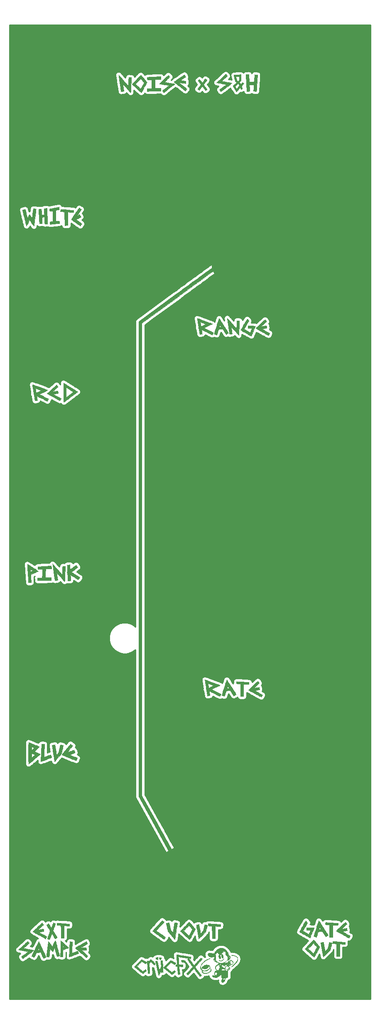
<source format=gbr>
%TF.GenerationSoftware,KiCad,Pcbnew,(5.1.6)-1*%
%TF.CreationDate,2020-06-22T20:05:39-05:00*%
%TF.ProjectId,NOISE_x_S_and_H,4e4f4953-455f-4785-9f53-5f616e645f48,rev?*%
%TF.SameCoordinates,Original*%
%TF.FileFunction,Copper,L1,Top*%
%TF.FilePolarity,Positive*%
%FSLAX46Y46*%
G04 Gerber Fmt 4.6, Leading zero omitted, Abs format (unit mm)*
G04 Created by KiCad (PCBNEW (5.1.6)-1) date 2020-06-22 20:05:39*
%MOMM*%
%LPD*%
G01*
G04 APERTURE LIST*
%TA.AperFunction,EtchedComponent*%
%ADD10C,0.010000*%
%TD*%
%TA.AperFunction,ComponentPad*%
%ADD11O,6.900000X3.900000*%
%TD*%
%TA.AperFunction,ComponentPad*%
%ADD12C,14.000000*%
%TD*%
%TA.AperFunction,ComponentPad*%
%ADD13C,9.000000*%
%TD*%
%TA.AperFunction,Conductor*%
%ADD14C,0.254000*%
%TD*%
G04 APERTURE END LIST*
D10*
%TO.C,G\u002A\u002A\u002A*%
G36*
X12004015Y-15923977D02*
G01*
X12051472Y-15972919D01*
X12125687Y-16053331D01*
X12223479Y-16161659D01*
X12341666Y-16294345D01*
X12477064Y-16447835D01*
X12626491Y-16618572D01*
X12786765Y-16803001D01*
X12817136Y-16838090D01*
X12984963Y-17032089D01*
X13147043Y-17219418D01*
X13299456Y-17395545D01*
X13438282Y-17555944D01*
X13559600Y-17696084D01*
X13659491Y-17811436D01*
X13734034Y-17897472D01*
X13779308Y-17949663D01*
X13779868Y-17950307D01*
X13857123Y-18034077D01*
X13908114Y-18076952D01*
X13934679Y-18080418D01*
X13936776Y-18077434D01*
X13942468Y-18044032D01*
X13949650Y-17966790D01*
X13957861Y-17852683D01*
X13966643Y-17708685D01*
X13975536Y-17541770D01*
X13984083Y-17358912D01*
X13984140Y-17357608D01*
X13992724Y-17168040D01*
X14001471Y-16988324D01*
X14009926Y-16826804D01*
X14017637Y-16691824D01*
X14024151Y-16591730D01*
X14028650Y-16538056D01*
X14043253Y-16404990D01*
X14313699Y-16420825D01*
X14424813Y-16427730D01*
X14515039Y-16434093D01*
X14573635Y-16439109D01*
X14590481Y-16441574D01*
X14590226Y-16466866D01*
X14587597Y-16537590D01*
X14582859Y-16648396D01*
X14576279Y-16793934D01*
X14568123Y-16968854D01*
X14558657Y-17167805D01*
X14548147Y-17385437D01*
X14536860Y-17616400D01*
X14525062Y-17855345D01*
X14513019Y-18096921D01*
X14500997Y-18335777D01*
X14489263Y-18566564D01*
X14478083Y-18783931D01*
X14467723Y-18982529D01*
X14458450Y-19157007D01*
X14450529Y-19302015D01*
X14444227Y-19412203D01*
X14439810Y-19482221D01*
X14438116Y-19503287D01*
X14431358Y-19511472D01*
X14412773Y-19503399D01*
X14379923Y-19476455D01*
X14330371Y-19428027D01*
X14261679Y-19355501D01*
X14171409Y-19256263D01*
X14057124Y-19127700D01*
X13916386Y-18967197D01*
X13746758Y-18772142D01*
X13624335Y-18630773D01*
X13464244Y-18446087D01*
X13314726Y-18274373D01*
X13178960Y-18119230D01*
X13060128Y-17984255D01*
X12961410Y-17873046D01*
X12885987Y-17789202D01*
X12837039Y-17736319D01*
X12817748Y-17717995D01*
X12817573Y-17718227D01*
X12821357Y-17747751D01*
X12831816Y-17821102D01*
X12847999Y-17931829D01*
X12868956Y-18073483D01*
X12893735Y-18239616D01*
X12921387Y-18423776D01*
X12929308Y-18476326D01*
X12957263Y-18663495D01*
X12982144Y-18833712D01*
X13003071Y-18980675D01*
X13019169Y-19098083D01*
X13029559Y-19179634D01*
X13033363Y-19219026D01*
X13033117Y-19221656D01*
X13003988Y-19230654D01*
X12937921Y-19242913D01*
X12847911Y-19256738D01*
X12746954Y-19270438D01*
X12648044Y-19282319D01*
X12564177Y-19290688D01*
X12508348Y-19293852D01*
X12492879Y-19292035D01*
X12486653Y-19265014D01*
X12473879Y-19192723D01*
X12455315Y-19080213D01*
X12431716Y-18932536D01*
X12403839Y-18754746D01*
X12372441Y-18551893D01*
X12338278Y-18329032D01*
X12302107Y-18091214D01*
X12264684Y-17843491D01*
X12226765Y-17590916D01*
X12189107Y-17338541D01*
X12152467Y-17091420D01*
X12117601Y-16854603D01*
X12085265Y-16633144D01*
X12056217Y-16432094D01*
X12031211Y-16256507D01*
X12011006Y-16111435D01*
X11996358Y-16001930D01*
X11988022Y-15933044D01*
X11986501Y-15910062D01*
X12004015Y-15923977D01*
G37*
X12004015Y-15923977D02*
X12051472Y-15972919D01*
X12125687Y-16053331D01*
X12223479Y-16161659D01*
X12341666Y-16294345D01*
X12477064Y-16447835D01*
X12626491Y-16618572D01*
X12786765Y-16803001D01*
X12817136Y-16838090D01*
X12984963Y-17032089D01*
X13147043Y-17219418D01*
X13299456Y-17395545D01*
X13438282Y-17555944D01*
X13559600Y-17696084D01*
X13659491Y-17811436D01*
X13734034Y-17897472D01*
X13779308Y-17949663D01*
X13779868Y-17950307D01*
X13857123Y-18034077D01*
X13908114Y-18076952D01*
X13934679Y-18080418D01*
X13936776Y-18077434D01*
X13942468Y-18044032D01*
X13949650Y-17966790D01*
X13957861Y-17852683D01*
X13966643Y-17708685D01*
X13975536Y-17541770D01*
X13984083Y-17358912D01*
X13984140Y-17357608D01*
X13992724Y-17168040D01*
X14001471Y-16988324D01*
X14009926Y-16826804D01*
X14017637Y-16691824D01*
X14024151Y-16591730D01*
X14028650Y-16538056D01*
X14043253Y-16404990D01*
X14313699Y-16420825D01*
X14424813Y-16427730D01*
X14515039Y-16434093D01*
X14573635Y-16439109D01*
X14590481Y-16441574D01*
X14590226Y-16466866D01*
X14587597Y-16537590D01*
X14582859Y-16648396D01*
X14576279Y-16793934D01*
X14568123Y-16968854D01*
X14558657Y-17167805D01*
X14548147Y-17385437D01*
X14536860Y-17616400D01*
X14525062Y-17855345D01*
X14513019Y-18096921D01*
X14500997Y-18335777D01*
X14489263Y-18566564D01*
X14478083Y-18783931D01*
X14467723Y-18982529D01*
X14458450Y-19157007D01*
X14450529Y-19302015D01*
X14444227Y-19412203D01*
X14439810Y-19482221D01*
X14438116Y-19503287D01*
X14431358Y-19511472D01*
X14412773Y-19503399D01*
X14379923Y-19476455D01*
X14330371Y-19428027D01*
X14261679Y-19355501D01*
X14171409Y-19256263D01*
X14057124Y-19127700D01*
X13916386Y-18967197D01*
X13746758Y-18772142D01*
X13624335Y-18630773D01*
X13464244Y-18446087D01*
X13314726Y-18274373D01*
X13178960Y-18119230D01*
X13060128Y-17984255D01*
X12961410Y-17873046D01*
X12885987Y-17789202D01*
X12837039Y-17736319D01*
X12817748Y-17717995D01*
X12817573Y-17718227D01*
X12821357Y-17747751D01*
X12831816Y-17821102D01*
X12847999Y-17931829D01*
X12868956Y-18073483D01*
X12893735Y-18239616D01*
X12921387Y-18423776D01*
X12929308Y-18476326D01*
X12957263Y-18663495D01*
X12982144Y-18833712D01*
X13003071Y-18980675D01*
X13019169Y-19098083D01*
X13029559Y-19179634D01*
X13033363Y-19219026D01*
X13033117Y-19221656D01*
X13003988Y-19230654D01*
X12937921Y-19242913D01*
X12847911Y-19256738D01*
X12746954Y-19270438D01*
X12648044Y-19282319D01*
X12564177Y-19290688D01*
X12508348Y-19293852D01*
X12492879Y-19292035D01*
X12486653Y-19265014D01*
X12473879Y-19192723D01*
X12455315Y-19080213D01*
X12431716Y-18932536D01*
X12403839Y-18754746D01*
X12372441Y-18551893D01*
X12338278Y-18329032D01*
X12302107Y-18091214D01*
X12264684Y-17843491D01*
X12226765Y-17590916D01*
X12189107Y-17338541D01*
X12152467Y-17091420D01*
X12117601Y-16854603D01*
X12085265Y-16633144D01*
X12056217Y-16432094D01*
X12031211Y-16256507D01*
X12011006Y-16111435D01*
X11996358Y-16001930D01*
X11988022Y-15933044D01*
X11986501Y-15910062D01*
X12004015Y-15923977D01*
G36*
X16522946Y-15969642D02*
G01*
X16569933Y-16020513D01*
X16640871Y-16099889D01*
X16731320Y-16202606D01*
X16836843Y-16323500D01*
X16952998Y-16457407D01*
X17075347Y-16599162D01*
X17199452Y-16743602D01*
X17320871Y-16885562D01*
X17435168Y-17019877D01*
X17537901Y-17141385D01*
X17624633Y-17244920D01*
X17690923Y-17325319D01*
X17732333Y-17377418D01*
X17744531Y-17395154D01*
X17734068Y-17419964D01*
X17702141Y-17484049D01*
X17651632Y-17582042D01*
X17585423Y-17708578D01*
X17506398Y-17858288D01*
X17417439Y-18025805D01*
X17321430Y-18205763D01*
X17221253Y-18392794D01*
X17119790Y-18581532D01*
X17019925Y-18766608D01*
X16924542Y-18942657D01*
X16836521Y-19104311D01*
X16758747Y-19246202D01*
X16694103Y-19362965D01*
X16645470Y-19449231D01*
X16615733Y-19499634D01*
X16608527Y-19510071D01*
X16587159Y-19496852D01*
X16531864Y-19452559D01*
X16446292Y-19380374D01*
X16334096Y-19283481D01*
X16198929Y-19165062D01*
X16044441Y-19028299D01*
X15874286Y-18876376D01*
X15692116Y-18712475D01*
X15660321Y-18683745D01*
X15476096Y-18517145D01*
X15303294Y-18360807D01*
X15145591Y-18218065D01*
X15006667Y-18092250D01*
X14890198Y-17986694D01*
X14799861Y-17904728D01*
X14739335Y-17849684D01*
X14712296Y-17824895D01*
X14711347Y-17823982D01*
X14721708Y-17809971D01*
X15411566Y-17809971D01*
X15415601Y-17818039D01*
X15484400Y-17883711D01*
X15576044Y-17968275D01*
X15684750Y-18066680D01*
X15804738Y-18173877D01*
X15930226Y-18284815D01*
X16055433Y-18394444D01*
X16174578Y-18497714D01*
X16281879Y-18589575D01*
X16371555Y-18664977D01*
X16437825Y-18718870D01*
X16474907Y-18746203D01*
X16480653Y-18748393D01*
X16496297Y-18722182D01*
X16532868Y-18657176D01*
X16587097Y-18559304D01*
X16655715Y-18434496D01*
X16735450Y-18288681D01*
X16823033Y-18127789D01*
X16829877Y-18115185D01*
X16917629Y-17953238D01*
X16997250Y-17805635D01*
X17065548Y-17678346D01*
X17119331Y-17577343D01*
X17155407Y-17508597D01*
X17170583Y-17478079D01*
X17170791Y-17477494D01*
X17157240Y-17452477D01*
X17116094Y-17396747D01*
X17053272Y-17317280D01*
X16974694Y-17221047D01*
X16886279Y-17115025D01*
X16793947Y-17006185D01*
X16703617Y-16901503D01*
X16621209Y-16807951D01*
X16552643Y-16732505D01*
X16503837Y-16682137D01*
X16480713Y-16663822D01*
X16480212Y-16663919D01*
X16459180Y-16683300D01*
X16407246Y-16734726D01*
X16328856Y-16813690D01*
X16228457Y-16915683D01*
X16110497Y-17036197D01*
X15979424Y-17170724D01*
X15923447Y-17228346D01*
X15766960Y-17390271D01*
X15643423Y-17519923D01*
X15549737Y-17620900D01*
X15482805Y-17696797D01*
X15439531Y-17751210D01*
X15416817Y-17787737D01*
X15411566Y-17809971D01*
X14721708Y-17809971D01*
X14726059Y-17804089D01*
X14772204Y-17751943D01*
X14845755Y-17671745D01*
X14942691Y-17567694D01*
X15058987Y-17443992D01*
X15190619Y-17304837D01*
X15333564Y-17154430D01*
X15483799Y-16996971D01*
X15637298Y-16836659D01*
X15790040Y-16677694D01*
X15937999Y-16524278D01*
X16077153Y-16380608D01*
X16203478Y-16250886D01*
X16312949Y-16139311D01*
X16401544Y-16050084D01*
X16465238Y-15987404D01*
X16500008Y-15955471D01*
X16504349Y-15952441D01*
X16522946Y-15969642D01*
G37*
X16522946Y-15969642D02*
X16569933Y-16020513D01*
X16640871Y-16099889D01*
X16731320Y-16202606D01*
X16836843Y-16323500D01*
X16952998Y-16457407D01*
X17075347Y-16599162D01*
X17199452Y-16743602D01*
X17320871Y-16885562D01*
X17435168Y-17019877D01*
X17537901Y-17141385D01*
X17624633Y-17244920D01*
X17690923Y-17325319D01*
X17732333Y-17377418D01*
X17744531Y-17395154D01*
X17734068Y-17419964D01*
X17702141Y-17484049D01*
X17651632Y-17582042D01*
X17585423Y-17708578D01*
X17506398Y-17858288D01*
X17417439Y-18025805D01*
X17321430Y-18205763D01*
X17221253Y-18392794D01*
X17119790Y-18581532D01*
X17019925Y-18766608D01*
X16924542Y-18942657D01*
X16836521Y-19104311D01*
X16758747Y-19246202D01*
X16694103Y-19362965D01*
X16645470Y-19449231D01*
X16615733Y-19499634D01*
X16608527Y-19510071D01*
X16587159Y-19496852D01*
X16531864Y-19452559D01*
X16446292Y-19380374D01*
X16334096Y-19283481D01*
X16198929Y-19165062D01*
X16044441Y-19028299D01*
X15874286Y-18876376D01*
X15692116Y-18712475D01*
X15660321Y-18683745D01*
X15476096Y-18517145D01*
X15303294Y-18360807D01*
X15145591Y-18218065D01*
X15006667Y-18092250D01*
X14890198Y-17986694D01*
X14799861Y-17904728D01*
X14739335Y-17849684D01*
X14712296Y-17824895D01*
X14711347Y-17823982D01*
X14721708Y-17809971D01*
X15411566Y-17809971D01*
X15415601Y-17818039D01*
X15484400Y-17883711D01*
X15576044Y-17968275D01*
X15684750Y-18066680D01*
X15804738Y-18173877D01*
X15930226Y-18284815D01*
X16055433Y-18394444D01*
X16174578Y-18497714D01*
X16281879Y-18589575D01*
X16371555Y-18664977D01*
X16437825Y-18718870D01*
X16474907Y-18746203D01*
X16480653Y-18748393D01*
X16496297Y-18722182D01*
X16532868Y-18657176D01*
X16587097Y-18559304D01*
X16655715Y-18434496D01*
X16735450Y-18288681D01*
X16823033Y-18127789D01*
X16829877Y-18115185D01*
X16917629Y-17953238D01*
X16997250Y-17805635D01*
X17065548Y-17678346D01*
X17119331Y-17577343D01*
X17155407Y-17508597D01*
X17170583Y-17478079D01*
X17170791Y-17477494D01*
X17157240Y-17452477D01*
X17116094Y-17396747D01*
X17053272Y-17317280D01*
X16974694Y-17221047D01*
X16886279Y-17115025D01*
X16793947Y-17006185D01*
X16703617Y-16901503D01*
X16621209Y-16807951D01*
X16552643Y-16732505D01*
X16503837Y-16682137D01*
X16480713Y-16663822D01*
X16480212Y-16663919D01*
X16459180Y-16683300D01*
X16407246Y-16734726D01*
X16328856Y-16813690D01*
X16228457Y-16915683D01*
X16110497Y-17036197D01*
X15979424Y-17170724D01*
X15923447Y-17228346D01*
X15766960Y-17390271D01*
X15643423Y-17519923D01*
X15549737Y-17620900D01*
X15482805Y-17696797D01*
X15439531Y-17751210D01*
X15416817Y-17787737D01*
X15411566Y-17809971D01*
X14721708Y-17809971D01*
X14726059Y-17804089D01*
X14772204Y-17751943D01*
X14845755Y-17671745D01*
X14942691Y-17567694D01*
X15058987Y-17443992D01*
X15190619Y-17304837D01*
X15333564Y-17154430D01*
X15483799Y-16996971D01*
X15637298Y-16836659D01*
X15790040Y-16677694D01*
X15937999Y-16524278D01*
X16077153Y-16380608D01*
X16203478Y-16250886D01*
X16312949Y-16139311D01*
X16401544Y-16050084D01*
X16465238Y-15987404D01*
X16500008Y-15955471D01*
X16504349Y-15952441D01*
X16522946Y-15969642D01*
G36*
X22138583Y-15991809D02*
G01*
X22191336Y-16037197D01*
X22258004Y-16104992D01*
X22289822Y-16140295D01*
X22439548Y-16310835D01*
X21880944Y-16851400D01*
X21742708Y-16985856D01*
X21617726Y-17108743D01*
X21510316Y-17215705D01*
X21424801Y-17302389D01*
X21365502Y-17364441D01*
X21336739Y-17397506D01*
X21334824Y-17401719D01*
X21361840Y-17407586D01*
X21433780Y-17420274D01*
X21545300Y-17438916D01*
X21691057Y-17462647D01*
X21865708Y-17490600D01*
X22063910Y-17521909D01*
X22280319Y-17555708D01*
X22376687Y-17570643D01*
X22599160Y-17605262D01*
X22805639Y-17637813D01*
X22990790Y-17667424D01*
X23149281Y-17693224D01*
X23275778Y-17714340D01*
X23364949Y-17729900D01*
X23411461Y-17739031D01*
X23417011Y-17740757D01*
X23417361Y-17760076D01*
X23396109Y-17777104D01*
X23338807Y-17823056D01*
X23249069Y-17895035D01*
X23130508Y-17990142D01*
X22986736Y-18105478D01*
X22821366Y-18238146D01*
X22638013Y-18385246D01*
X22440287Y-18543881D01*
X22308065Y-18649966D01*
X22103236Y-18814188D01*
X21910560Y-18968441D01*
X21733632Y-19109862D01*
X21576046Y-19235589D01*
X21441398Y-19342757D01*
X21333284Y-19428505D01*
X21255298Y-19489970D01*
X21211036Y-19524288D01*
X21202059Y-19530682D01*
X21183497Y-19512109D01*
X21153285Y-19473475D01*
X21115558Y-19423932D01*
X21059154Y-19351825D01*
X21006116Y-19285078D01*
X20900416Y-19153088D01*
X21568807Y-18616810D01*
X21727639Y-18488996D01*
X21873350Y-18371016D01*
X22001294Y-18266689D01*
X22106826Y-18179833D01*
X22185300Y-18114266D01*
X22232069Y-18073806D01*
X22243522Y-18062313D01*
X22220707Y-18054556D01*
X22152952Y-18040195D01*
X22045606Y-18020158D01*
X21904018Y-17995377D01*
X21733537Y-17966782D01*
X21539511Y-17935304D01*
X21327291Y-17901872D01*
X21271000Y-17893160D01*
X21054699Y-17859359D01*
X20854969Y-17827281D01*
X20677204Y-17797858D01*
X20526800Y-17772023D01*
X20409152Y-17750707D01*
X20329655Y-17734843D01*
X20293704Y-17725361D01*
X20292153Y-17724099D01*
X20309901Y-17702632D01*
X20360281Y-17650340D01*
X20438994Y-17571356D01*
X20541741Y-17469813D01*
X20664226Y-17349843D01*
X20802149Y-17215579D01*
X20951213Y-17071154D01*
X21107119Y-16920699D01*
X21265569Y-16768349D01*
X21422265Y-16618235D01*
X21572909Y-16474491D01*
X21713202Y-16341248D01*
X21838846Y-16222640D01*
X21945544Y-16122799D01*
X22028997Y-16045858D01*
X22084907Y-15995949D01*
X22108975Y-15977206D01*
X22109019Y-15977195D01*
X22138583Y-15991809D01*
G37*
X22138583Y-15991809D02*
X22191336Y-16037197D01*
X22258004Y-16104992D01*
X22289822Y-16140295D01*
X22439548Y-16310835D01*
X21880944Y-16851400D01*
X21742708Y-16985856D01*
X21617726Y-17108743D01*
X21510316Y-17215705D01*
X21424801Y-17302389D01*
X21365502Y-17364441D01*
X21336739Y-17397506D01*
X21334824Y-17401719D01*
X21361840Y-17407586D01*
X21433780Y-17420274D01*
X21545300Y-17438916D01*
X21691057Y-17462647D01*
X21865708Y-17490600D01*
X22063910Y-17521909D01*
X22280319Y-17555708D01*
X22376687Y-17570643D01*
X22599160Y-17605262D01*
X22805639Y-17637813D01*
X22990790Y-17667424D01*
X23149281Y-17693224D01*
X23275778Y-17714340D01*
X23364949Y-17729900D01*
X23411461Y-17739031D01*
X23417011Y-17740757D01*
X23417361Y-17760076D01*
X23396109Y-17777104D01*
X23338807Y-17823056D01*
X23249069Y-17895035D01*
X23130508Y-17990142D01*
X22986736Y-18105478D01*
X22821366Y-18238146D01*
X22638013Y-18385246D01*
X22440287Y-18543881D01*
X22308065Y-18649966D01*
X22103236Y-18814188D01*
X21910560Y-18968441D01*
X21733632Y-19109862D01*
X21576046Y-19235589D01*
X21441398Y-19342757D01*
X21333284Y-19428505D01*
X21255298Y-19489970D01*
X21211036Y-19524288D01*
X21202059Y-19530682D01*
X21183497Y-19512109D01*
X21153285Y-19473475D01*
X21115558Y-19423932D01*
X21059154Y-19351825D01*
X21006116Y-19285078D01*
X20900416Y-19153088D01*
X21568807Y-18616810D01*
X21727639Y-18488996D01*
X21873350Y-18371016D01*
X22001294Y-18266689D01*
X22106826Y-18179833D01*
X22185300Y-18114266D01*
X22232069Y-18073806D01*
X22243522Y-18062313D01*
X22220707Y-18054556D01*
X22152952Y-18040195D01*
X22045606Y-18020158D01*
X21904018Y-17995377D01*
X21733537Y-17966782D01*
X21539511Y-17935304D01*
X21327291Y-17901872D01*
X21271000Y-17893160D01*
X21054699Y-17859359D01*
X20854969Y-17827281D01*
X20677204Y-17797858D01*
X20526800Y-17772023D01*
X20409152Y-17750707D01*
X20329655Y-17734843D01*
X20293704Y-17725361D01*
X20292153Y-17724099D01*
X20309901Y-17702632D01*
X20360281Y-17650340D01*
X20438994Y-17571356D01*
X20541741Y-17469813D01*
X20664226Y-17349843D01*
X20802149Y-17215579D01*
X20951213Y-17071154D01*
X21107119Y-16920699D01*
X21265569Y-16768349D01*
X21422265Y-16618235D01*
X21572909Y-16474491D01*
X21713202Y-16341248D01*
X21838846Y-16222640D01*
X21945544Y-16122799D01*
X22028997Y-16045858D01*
X22084907Y-15995949D01*
X22108975Y-15977206D01*
X22109019Y-15977195D01*
X22138583Y-15991809D01*
G36*
X36882047Y-15849925D02*
G01*
X36885085Y-15876334D01*
X36890184Y-15946557D01*
X36896922Y-16053616D01*
X36904873Y-16190534D01*
X36913614Y-16350336D01*
X36920400Y-16480392D01*
X36952258Y-17103276D01*
X36770753Y-17269301D01*
X36589249Y-17435325D01*
X36703964Y-17531215D01*
X36766002Y-17587770D01*
X36808123Y-17635134D01*
X36819826Y-17657622D01*
X36830058Y-17701403D01*
X36852412Y-17761780D01*
X36883852Y-17835423D01*
X37057737Y-17629370D01*
X37231621Y-17423317D01*
X37355681Y-17527926D01*
X37419801Y-17584470D01*
X37464617Y-17628721D01*
X37479740Y-17649626D01*
X37464054Y-17674452D01*
X37421367Y-17729327D01*
X37358232Y-17806093D01*
X37282693Y-17894869D01*
X37202284Y-17988184D01*
X37131961Y-18070186D01*
X37079653Y-18131605D01*
X37054174Y-18162065D01*
X37043127Y-18187937D01*
X37045361Y-18229216D01*
X37062938Y-18294673D01*
X37097917Y-18393080D01*
X37125017Y-18463651D01*
X37164453Y-18570836D01*
X37193088Y-18660565D01*
X37207898Y-18722482D01*
X37207340Y-18745522D01*
X37173970Y-18764581D01*
X37108970Y-18793380D01*
X37051864Y-18815954D01*
X36916380Y-18867055D01*
X36880242Y-18779749D01*
X36843893Y-18691936D01*
X36807264Y-18603453D01*
X36780852Y-18546207D01*
X36761583Y-18515907D01*
X36758924Y-18514464D01*
X36739489Y-18532930D01*
X36691338Y-18585007D01*
X36618865Y-18665710D01*
X36526466Y-18770058D01*
X36418535Y-18893069D01*
X36299468Y-19029758D01*
X36173660Y-19175144D01*
X36075609Y-19289127D01*
X36010867Y-19364590D01*
X35638141Y-18796801D01*
X35539532Y-18645520D01*
X35451273Y-18508063D01*
X35376923Y-18390144D01*
X35320044Y-18297476D01*
X35305780Y-18272923D01*
X35703986Y-18272923D01*
X35873595Y-18533428D01*
X35938892Y-18633222D01*
X35993256Y-18715365D01*
X36031225Y-18771672D01*
X36047340Y-18793962D01*
X36047491Y-18794039D01*
X36064585Y-18775796D01*
X36109306Y-18725151D01*
X36176219Y-18648338D01*
X36259890Y-18551590D01*
X36337073Y-18461894D01*
X36622366Y-18129644D01*
X36574326Y-17985167D01*
X36530862Y-17885600D01*
X36474470Y-17799018D01*
X36413253Y-17734142D01*
X36355315Y-17699691D01*
X36311661Y-17702491D01*
X36280203Y-17727744D01*
X36219698Y-17781713D01*
X36137521Y-17857630D01*
X36041049Y-17948724D01*
X35988009Y-17999530D01*
X35703986Y-18272923D01*
X35305780Y-18272923D01*
X35284196Y-18235773D01*
X35272928Y-18210777D01*
X35292961Y-18188691D01*
X35344649Y-18137388D01*
X35422394Y-18062262D01*
X35520599Y-17968708D01*
X35633667Y-17862122D01*
X35669517Y-17828534D01*
X35784186Y-17719603D01*
X35883534Y-17622040D01*
X35962426Y-17541157D01*
X36015728Y-17482267D01*
X36038304Y-17450680D01*
X36038186Y-17447193D01*
X36008211Y-17423087D01*
X35953974Y-17380454D01*
X35888499Y-17329417D01*
X35824810Y-17280097D01*
X35775932Y-17242616D01*
X35755166Y-17227246D01*
X35745497Y-17200956D01*
X35727231Y-17133176D01*
X35702170Y-17031969D01*
X35672115Y-16905396D01*
X35638868Y-16761522D01*
X35604229Y-16608408D01*
X35570000Y-16454118D01*
X35537982Y-16306713D01*
X35533394Y-16285012D01*
X35886324Y-16285012D01*
X35887685Y-16298539D01*
X35897435Y-16337819D01*
X35916086Y-16416270D01*
X35941192Y-16523492D01*
X35970305Y-16649087D01*
X35978701Y-16685514D01*
X36058095Y-17030437D01*
X36177776Y-17122383D01*
X36243982Y-17170689D01*
X36293606Y-17202180D01*
X36312891Y-17209692D01*
X36338157Y-17191488D01*
X36389810Y-17148101D01*
X36456832Y-17088795D01*
X36459087Y-17086757D01*
X36509198Y-17040401D01*
X36545988Y-16999418D01*
X36570941Y-16955515D01*
X36585542Y-16900399D01*
X36591273Y-16825778D01*
X36589618Y-16723358D01*
X36582061Y-16584847D01*
X36573192Y-16448958D01*
X36556796Y-16201370D01*
X36465265Y-16213111D01*
X36399371Y-16219908D01*
X36299583Y-16228274D01*
X36182773Y-16236842D01*
X36124898Y-16240670D01*
X36010031Y-16249037D01*
X35937584Y-16257850D01*
X35899150Y-16269158D01*
X35886324Y-16285012D01*
X35533394Y-16285012D01*
X35509977Y-16174257D01*
X35487786Y-16064812D01*
X35473209Y-15986441D01*
X35468049Y-15947206D01*
X35468547Y-15944322D01*
X35496209Y-15939374D01*
X35566478Y-15932107D01*
X35671416Y-15923054D01*
X35803085Y-15912742D01*
X35953546Y-15901704D01*
X36114861Y-15890468D01*
X36279092Y-15879565D01*
X36438300Y-15869525D01*
X36584547Y-15860878D01*
X36709896Y-15854155D01*
X36806407Y-15849885D01*
X36866143Y-15848599D01*
X36882047Y-15849925D01*
G37*
X36882047Y-15849925D02*
X36885085Y-15876334D01*
X36890184Y-15946557D01*
X36896922Y-16053616D01*
X36904873Y-16190534D01*
X36913614Y-16350336D01*
X36920400Y-16480392D01*
X36952258Y-17103276D01*
X36770753Y-17269301D01*
X36589249Y-17435325D01*
X36703964Y-17531215D01*
X36766002Y-17587770D01*
X36808123Y-17635134D01*
X36819826Y-17657622D01*
X36830058Y-17701403D01*
X36852412Y-17761780D01*
X36883852Y-17835423D01*
X37057737Y-17629370D01*
X37231621Y-17423317D01*
X37355681Y-17527926D01*
X37419801Y-17584470D01*
X37464617Y-17628721D01*
X37479740Y-17649626D01*
X37464054Y-17674452D01*
X37421367Y-17729327D01*
X37358232Y-17806093D01*
X37282693Y-17894869D01*
X37202284Y-17988184D01*
X37131961Y-18070186D01*
X37079653Y-18131605D01*
X37054174Y-18162065D01*
X37043127Y-18187937D01*
X37045361Y-18229216D01*
X37062938Y-18294673D01*
X37097917Y-18393080D01*
X37125017Y-18463651D01*
X37164453Y-18570836D01*
X37193088Y-18660565D01*
X37207898Y-18722482D01*
X37207340Y-18745522D01*
X37173970Y-18764581D01*
X37108970Y-18793380D01*
X37051864Y-18815954D01*
X36916380Y-18867055D01*
X36880242Y-18779749D01*
X36843893Y-18691936D01*
X36807264Y-18603453D01*
X36780852Y-18546207D01*
X36761583Y-18515907D01*
X36758924Y-18514464D01*
X36739489Y-18532930D01*
X36691338Y-18585007D01*
X36618865Y-18665710D01*
X36526466Y-18770058D01*
X36418535Y-18893069D01*
X36299468Y-19029758D01*
X36173660Y-19175144D01*
X36075609Y-19289127D01*
X36010867Y-19364590D01*
X35638141Y-18796801D01*
X35539532Y-18645520D01*
X35451273Y-18508063D01*
X35376923Y-18390144D01*
X35320044Y-18297476D01*
X35305780Y-18272923D01*
X35703986Y-18272923D01*
X35873595Y-18533428D01*
X35938892Y-18633222D01*
X35993256Y-18715365D01*
X36031225Y-18771672D01*
X36047340Y-18793962D01*
X36047491Y-18794039D01*
X36064585Y-18775796D01*
X36109306Y-18725151D01*
X36176219Y-18648338D01*
X36259890Y-18551590D01*
X36337073Y-18461894D01*
X36622366Y-18129644D01*
X36574326Y-17985167D01*
X36530862Y-17885600D01*
X36474470Y-17799018D01*
X36413253Y-17734142D01*
X36355315Y-17699691D01*
X36311661Y-17702491D01*
X36280203Y-17727744D01*
X36219698Y-17781713D01*
X36137521Y-17857630D01*
X36041049Y-17948724D01*
X35988009Y-17999530D01*
X35703986Y-18272923D01*
X35305780Y-18272923D01*
X35284196Y-18235773D01*
X35272928Y-18210777D01*
X35292961Y-18188691D01*
X35344649Y-18137388D01*
X35422394Y-18062262D01*
X35520599Y-17968708D01*
X35633667Y-17862122D01*
X35669517Y-17828534D01*
X35784186Y-17719603D01*
X35883534Y-17622040D01*
X35962426Y-17541157D01*
X36015728Y-17482267D01*
X36038304Y-17450680D01*
X36038186Y-17447193D01*
X36008211Y-17423087D01*
X35953974Y-17380454D01*
X35888499Y-17329417D01*
X35824810Y-17280097D01*
X35775932Y-17242616D01*
X35755166Y-17227246D01*
X35745497Y-17200956D01*
X35727231Y-17133176D01*
X35702170Y-17031969D01*
X35672115Y-16905396D01*
X35638868Y-16761522D01*
X35604229Y-16608408D01*
X35570000Y-16454118D01*
X35537982Y-16306713D01*
X35533394Y-16285012D01*
X35886324Y-16285012D01*
X35887685Y-16298539D01*
X35897435Y-16337819D01*
X35916086Y-16416270D01*
X35941192Y-16523492D01*
X35970305Y-16649087D01*
X35978701Y-16685514D01*
X36058095Y-17030437D01*
X36177776Y-17122383D01*
X36243982Y-17170689D01*
X36293606Y-17202180D01*
X36312891Y-17209692D01*
X36338157Y-17191488D01*
X36389810Y-17148101D01*
X36456832Y-17088795D01*
X36459087Y-17086757D01*
X36509198Y-17040401D01*
X36545988Y-16999418D01*
X36570941Y-16955515D01*
X36585542Y-16900399D01*
X36591273Y-16825778D01*
X36589618Y-16723358D01*
X36582061Y-16584847D01*
X36573192Y-16448958D01*
X36556796Y-16201370D01*
X36465265Y-16213111D01*
X36399371Y-16219908D01*
X36299583Y-16228274D01*
X36182773Y-16236842D01*
X36124898Y-16240670D01*
X36010031Y-16249037D01*
X35937584Y-16257850D01*
X35899150Y-16269158D01*
X35886324Y-16285012D01*
X35533394Y-16285012D01*
X35509977Y-16174257D01*
X35487786Y-16064812D01*
X35473209Y-15986441D01*
X35468049Y-15947206D01*
X35468547Y-15944322D01*
X35496209Y-15939374D01*
X35566478Y-15932107D01*
X35671416Y-15923054D01*
X35803085Y-15912742D01*
X35953546Y-15901704D01*
X36114861Y-15890468D01*
X36279092Y-15879565D01*
X36438300Y-15869525D01*
X36584547Y-15860878D01*
X36709896Y-15854155D01*
X36806407Y-15849885D01*
X36866143Y-15848599D01*
X36882047Y-15849925D01*
G36*
X33989734Y-15936991D02*
G01*
X34058291Y-16014729D01*
X34110567Y-16078394D01*
X34139260Y-16118864D01*
X34142415Y-16127776D01*
X34122732Y-16148242D01*
X34069973Y-16198452D01*
X33988815Y-16274080D01*
X33883934Y-16370802D01*
X33760006Y-16484293D01*
X33621709Y-16610229D01*
X33569024Y-16658034D01*
X33427513Y-16786930D01*
X33299556Y-16904662D01*
X33189665Y-17006984D01*
X33102352Y-17089649D01*
X33042131Y-17148410D01*
X33013513Y-17179022D01*
X33011855Y-17182382D01*
X33038216Y-17189076D01*
X33109287Y-17203990D01*
X33219776Y-17226091D01*
X33364389Y-17254351D01*
X33537836Y-17287739D01*
X33734822Y-17325224D01*
X33950056Y-17365776D01*
X34048467Y-17384192D01*
X34269956Y-17425729D01*
X34475467Y-17464601D01*
X34659713Y-17499785D01*
X34817412Y-17530255D01*
X34943278Y-17554988D01*
X35032027Y-17572959D01*
X35078374Y-17583145D01*
X35083968Y-17584892D01*
X35066302Y-17601523D01*
X35012351Y-17645283D01*
X34926534Y-17712823D01*
X34813271Y-17800792D01*
X34676979Y-17905842D01*
X34522079Y-18024622D01*
X34352990Y-18153782D01*
X34174130Y-18289973D01*
X33989919Y-18429844D01*
X33804776Y-18570047D01*
X33623120Y-18707231D01*
X33449371Y-18838046D01*
X33287946Y-18959143D01*
X33143267Y-19067173D01*
X33019750Y-19158784D01*
X32921817Y-19230628D01*
X32853886Y-19279354D01*
X32820375Y-19301614D01*
X32817840Y-19302653D01*
X32799156Y-19283716D01*
X32757433Y-19232879D01*
X32699896Y-19159107D01*
X32664396Y-19112358D01*
X32521169Y-18922063D01*
X33221297Y-18396831D01*
X33385205Y-18273474D01*
X33535025Y-18159960D01*
X33666172Y-18059823D01*
X33774061Y-17976594D01*
X33854108Y-17913807D01*
X33901728Y-17874994D01*
X33913366Y-17863539D01*
X33887430Y-17857278D01*
X33816897Y-17842853D01*
X33707177Y-17821303D01*
X33563685Y-17793670D01*
X33391832Y-17760994D01*
X33197031Y-17724315D01*
X32984695Y-17684673D01*
X32927508Y-17674051D01*
X32711568Y-17633850D01*
X32511804Y-17596402D01*
X32333619Y-17562740D01*
X32182420Y-17533896D01*
X32063610Y-17510903D01*
X31982594Y-17494794D01*
X31944777Y-17486600D01*
X31942687Y-17485894D01*
X31959565Y-17468049D01*
X32010655Y-17419375D01*
X32092429Y-17343119D01*
X32201355Y-17242528D01*
X32333904Y-17120850D01*
X32486544Y-16981331D01*
X32655746Y-16827220D01*
X32837980Y-16661763D01*
X32883299Y-16620693D01*
X33830934Y-15762222D01*
X33989734Y-15936991D01*
G37*
X33989734Y-15936991D02*
X34058291Y-16014729D01*
X34110567Y-16078394D01*
X34139260Y-16118864D01*
X34142415Y-16127776D01*
X34122732Y-16148242D01*
X34069973Y-16198452D01*
X33988815Y-16274080D01*
X33883934Y-16370802D01*
X33760006Y-16484293D01*
X33621709Y-16610229D01*
X33569024Y-16658034D01*
X33427513Y-16786930D01*
X33299556Y-16904662D01*
X33189665Y-17006984D01*
X33102352Y-17089649D01*
X33042131Y-17148410D01*
X33013513Y-17179022D01*
X33011855Y-17182382D01*
X33038216Y-17189076D01*
X33109287Y-17203990D01*
X33219776Y-17226091D01*
X33364389Y-17254351D01*
X33537836Y-17287739D01*
X33734822Y-17325224D01*
X33950056Y-17365776D01*
X34048467Y-17384192D01*
X34269956Y-17425729D01*
X34475467Y-17464601D01*
X34659713Y-17499785D01*
X34817412Y-17530255D01*
X34943278Y-17554988D01*
X35032027Y-17572959D01*
X35078374Y-17583145D01*
X35083968Y-17584892D01*
X35066302Y-17601523D01*
X35012351Y-17645283D01*
X34926534Y-17712823D01*
X34813271Y-17800792D01*
X34676979Y-17905842D01*
X34522079Y-18024622D01*
X34352990Y-18153782D01*
X34174130Y-18289973D01*
X33989919Y-18429844D01*
X33804776Y-18570047D01*
X33623120Y-18707231D01*
X33449371Y-18838046D01*
X33287946Y-18959143D01*
X33143267Y-19067173D01*
X33019750Y-19158784D01*
X32921817Y-19230628D01*
X32853886Y-19279354D01*
X32820375Y-19301614D01*
X32817840Y-19302653D01*
X32799156Y-19283716D01*
X32757433Y-19232879D01*
X32699896Y-19159107D01*
X32664396Y-19112358D01*
X32521169Y-18922063D01*
X33221297Y-18396831D01*
X33385205Y-18273474D01*
X33535025Y-18159960D01*
X33666172Y-18059823D01*
X33774061Y-17976594D01*
X33854108Y-17913807D01*
X33901728Y-17874994D01*
X33913366Y-17863539D01*
X33887430Y-17857278D01*
X33816897Y-17842853D01*
X33707177Y-17821303D01*
X33563685Y-17793670D01*
X33391832Y-17760994D01*
X33197031Y-17724315D01*
X32984695Y-17684673D01*
X32927508Y-17674051D01*
X32711568Y-17633850D01*
X32511804Y-17596402D01*
X32333619Y-17562740D01*
X32182420Y-17533896D01*
X32063610Y-17510903D01*
X31982594Y-17494794D01*
X31944777Y-17486600D01*
X31942687Y-17485894D01*
X31959565Y-17468049D01*
X32010655Y-17419375D01*
X32092429Y-17343119D01*
X32201355Y-17242528D01*
X32333904Y-17120850D01*
X32486544Y-16981331D01*
X32655746Y-16827220D01*
X32837980Y-16661763D01*
X32883299Y-16620693D01*
X33830934Y-15762222D01*
X33989734Y-15936991D01*
G36*
X38532011Y-16014242D02*
G01*
X38538023Y-16100604D01*
X38545853Y-16226639D01*
X38554855Y-16381228D01*
X38564388Y-16553254D01*
X38573807Y-16731598D01*
X38575914Y-16772823D01*
X38584311Y-16935396D01*
X38592033Y-17079601D01*
X38598668Y-17198153D01*
X38603803Y-17283767D01*
X38607025Y-17329159D01*
X38607741Y-17334523D01*
X38634597Y-17335338D01*
X38702638Y-17333846D01*
X38802369Y-17330481D01*
X38924299Y-17325677D01*
X39058933Y-17319869D01*
X39196778Y-17313492D01*
X39328341Y-17306981D01*
X39444129Y-17300769D01*
X39534648Y-17295293D01*
X39590405Y-17290986D01*
X39603648Y-17288921D01*
X39608066Y-17261887D01*
X39615426Y-17190677D01*
X39625168Y-17081843D01*
X39636735Y-16941939D01*
X39649568Y-16777519D01*
X39663107Y-16595136D01*
X39664858Y-16570888D01*
X39678327Y-16386961D01*
X39690961Y-16220405D01*
X39702230Y-16077720D01*
X39711607Y-15965405D01*
X39718563Y-15889959D01*
X39722571Y-15857883D01*
X39722852Y-15857234D01*
X39750930Y-15855627D01*
X39816849Y-15858304D01*
X39907883Y-15864207D01*
X40011305Y-15872275D01*
X40114388Y-15881450D01*
X40204404Y-15890673D01*
X40268625Y-15898885D01*
X40294135Y-15904769D01*
X40294440Y-15931351D01*
X40291434Y-16003534D01*
X40285465Y-16116201D01*
X40276878Y-16264234D01*
X40266019Y-16442515D01*
X40253237Y-16645926D01*
X40238875Y-16869350D01*
X40223282Y-17107669D01*
X40206804Y-17355764D01*
X40189787Y-17608519D01*
X40172577Y-17860816D01*
X40155520Y-18107536D01*
X40138964Y-18343562D01*
X40123255Y-18563776D01*
X40108739Y-18763060D01*
X40095762Y-18936297D01*
X40084671Y-19078369D01*
X40075812Y-19184157D01*
X40069532Y-19248545D01*
X40066562Y-19266849D01*
X40038625Y-19268909D01*
X39972860Y-19266260D01*
X39881950Y-19260040D01*
X39778581Y-19251388D01*
X39675438Y-19241441D01*
X39585204Y-19231337D01*
X39520564Y-19222214D01*
X39494441Y-19215518D01*
X39492692Y-19187774D01*
X39494396Y-19116538D01*
X39499204Y-19009028D01*
X39506767Y-18872460D01*
X39516733Y-18714052D01*
X39523758Y-18610993D01*
X39535589Y-18439627D01*
X39546080Y-18282733D01*
X39554725Y-18148268D01*
X39561019Y-18044192D01*
X39564459Y-17978463D01*
X39564951Y-17961461D01*
X39560357Y-17929155D01*
X39538974Y-17912022D01*
X39488696Y-17905343D01*
X39418429Y-17904357D01*
X39333880Y-17905745D01*
X39215039Y-17909433D01*
X39078387Y-17914842D01*
X38954289Y-17920678D01*
X38636344Y-17936896D01*
X38670343Y-18572487D01*
X38680692Y-18773515D01*
X38687620Y-18929431D01*
X38691130Y-19045860D01*
X38691220Y-19128428D01*
X38687894Y-19182759D01*
X38681151Y-19214476D01*
X38670993Y-19229206D01*
X38670469Y-19229551D01*
X38630768Y-19239364D01*
X38554275Y-19246922D01*
X38455037Y-19251018D01*
X38416204Y-19251412D01*
X38311521Y-19253204D01*
X38223843Y-19257639D01*
X38167541Y-19263886D01*
X38157817Y-19266381D01*
X38135732Y-19264673D01*
X38120626Y-19233287D01*
X38109340Y-19163491D01*
X38104939Y-19120185D01*
X38098227Y-19035745D01*
X38089958Y-18912297D01*
X38080381Y-18755014D01*
X38069742Y-18569072D01*
X38058288Y-18359645D01*
X38046268Y-18131909D01*
X38033928Y-17891037D01*
X38021516Y-17642204D01*
X38009279Y-17390586D01*
X37997465Y-17141357D01*
X37986321Y-16899691D01*
X37976095Y-16670763D01*
X37967033Y-16459748D01*
X37959383Y-16271821D01*
X37953393Y-16112157D01*
X37949309Y-15985929D01*
X37947380Y-15898314D01*
X37947852Y-15854485D01*
X37948633Y-15850444D01*
X37980135Y-15842208D01*
X38051190Y-15834173D01*
X38150507Y-15827373D01*
X38241717Y-15823552D01*
X38516505Y-15815021D01*
X38532011Y-16014242D01*
G37*
X38532011Y-16014242D02*
X38538023Y-16100604D01*
X38545853Y-16226639D01*
X38554855Y-16381228D01*
X38564388Y-16553254D01*
X38573807Y-16731598D01*
X38575914Y-16772823D01*
X38584311Y-16935396D01*
X38592033Y-17079601D01*
X38598668Y-17198153D01*
X38603803Y-17283767D01*
X38607025Y-17329159D01*
X38607741Y-17334523D01*
X38634597Y-17335338D01*
X38702638Y-17333846D01*
X38802369Y-17330481D01*
X38924299Y-17325677D01*
X39058933Y-17319869D01*
X39196778Y-17313492D01*
X39328341Y-17306981D01*
X39444129Y-17300769D01*
X39534648Y-17295293D01*
X39590405Y-17290986D01*
X39603648Y-17288921D01*
X39608066Y-17261887D01*
X39615426Y-17190677D01*
X39625168Y-17081843D01*
X39636735Y-16941939D01*
X39649568Y-16777519D01*
X39663107Y-16595136D01*
X39664858Y-16570888D01*
X39678327Y-16386961D01*
X39690961Y-16220405D01*
X39702230Y-16077720D01*
X39711607Y-15965405D01*
X39718563Y-15889959D01*
X39722571Y-15857883D01*
X39722852Y-15857234D01*
X39750930Y-15855627D01*
X39816849Y-15858304D01*
X39907883Y-15864207D01*
X40011305Y-15872275D01*
X40114388Y-15881450D01*
X40204404Y-15890673D01*
X40268625Y-15898885D01*
X40294135Y-15904769D01*
X40294440Y-15931351D01*
X40291434Y-16003534D01*
X40285465Y-16116201D01*
X40276878Y-16264234D01*
X40266019Y-16442515D01*
X40253237Y-16645926D01*
X40238875Y-16869350D01*
X40223282Y-17107669D01*
X40206804Y-17355764D01*
X40189787Y-17608519D01*
X40172577Y-17860816D01*
X40155520Y-18107536D01*
X40138964Y-18343562D01*
X40123255Y-18563776D01*
X40108739Y-18763060D01*
X40095762Y-18936297D01*
X40084671Y-19078369D01*
X40075812Y-19184157D01*
X40069532Y-19248545D01*
X40066562Y-19266849D01*
X40038625Y-19268909D01*
X39972860Y-19266260D01*
X39881950Y-19260040D01*
X39778581Y-19251388D01*
X39675438Y-19241441D01*
X39585204Y-19231337D01*
X39520564Y-19222214D01*
X39494441Y-19215518D01*
X39492692Y-19187774D01*
X39494396Y-19116538D01*
X39499204Y-19009028D01*
X39506767Y-18872460D01*
X39516733Y-18714052D01*
X39523758Y-18610993D01*
X39535589Y-18439627D01*
X39546080Y-18282733D01*
X39554725Y-18148268D01*
X39561019Y-18044192D01*
X39564459Y-17978463D01*
X39564951Y-17961461D01*
X39560357Y-17929155D01*
X39538974Y-17912022D01*
X39488696Y-17905343D01*
X39418429Y-17904357D01*
X39333880Y-17905745D01*
X39215039Y-17909433D01*
X39078387Y-17914842D01*
X38954289Y-17920678D01*
X38636344Y-17936896D01*
X38670343Y-18572487D01*
X38680692Y-18773515D01*
X38687620Y-18929431D01*
X38691130Y-19045860D01*
X38691220Y-19128428D01*
X38687894Y-19182759D01*
X38681151Y-19214476D01*
X38670993Y-19229206D01*
X38670469Y-19229551D01*
X38630768Y-19239364D01*
X38554275Y-19246922D01*
X38455037Y-19251018D01*
X38416204Y-19251412D01*
X38311521Y-19253204D01*
X38223843Y-19257639D01*
X38167541Y-19263886D01*
X38157817Y-19266381D01*
X38135732Y-19264673D01*
X38120626Y-19233287D01*
X38109340Y-19163491D01*
X38104939Y-19120185D01*
X38098227Y-19035745D01*
X38089958Y-18912297D01*
X38080381Y-18755014D01*
X38069742Y-18569072D01*
X38058288Y-18359645D01*
X38046268Y-18131909D01*
X38033928Y-17891037D01*
X38021516Y-17642204D01*
X38009279Y-17390586D01*
X37997465Y-17141357D01*
X37986321Y-16899691D01*
X37976095Y-16670763D01*
X37967033Y-16459748D01*
X37959383Y-16271821D01*
X37953393Y-16112157D01*
X37949309Y-15985929D01*
X37947380Y-15898314D01*
X37947852Y-15854485D01*
X37948633Y-15850444D01*
X37980135Y-15842208D01*
X38051190Y-15834173D01*
X38150507Y-15827373D01*
X38241717Y-15823552D01*
X38516505Y-15815021D01*
X38532011Y-16014242D01*
G36*
X20562089Y-16252006D02*
G01*
X20577887Y-16289547D01*
X20582048Y-16309035D01*
X20589288Y-16370649D01*
X20594659Y-16464764D01*
X20597181Y-16573036D01*
X20597258Y-16594454D01*
X20597258Y-16803824D01*
X20234945Y-16820458D01*
X20080221Y-16827965D01*
X19920934Y-16836382D01*
X19775051Y-16844718D01*
X19660537Y-16851984D01*
X19653100Y-16852501D01*
X19433566Y-16867911D01*
X19418388Y-17011058D01*
X19413872Y-17073566D01*
X19408666Y-17178901D01*
X19403063Y-17319048D01*
X19397355Y-17485993D01*
X19391833Y-17671720D01*
X19386788Y-17868216D01*
X19386105Y-17897536D01*
X19369000Y-18640868D01*
X20571832Y-18608042D01*
X20571832Y-19175526D01*
X20425636Y-19176029D01*
X20370495Y-19176915D01*
X20270332Y-19179255D01*
X20130951Y-19182885D01*
X19958155Y-19187642D01*
X19757748Y-19193365D01*
X19535533Y-19199891D01*
X19297314Y-19207057D01*
X19084445Y-19213596D01*
X18841004Y-19221122D01*
X18611802Y-19228159D01*
X18402124Y-19234549D01*
X18217252Y-19240133D01*
X18062470Y-19244753D01*
X17943061Y-19248249D01*
X17864307Y-19250462D01*
X17832243Y-19251231D01*
X17807123Y-19249364D01*
X17790697Y-19237239D01*
X17781121Y-19205975D01*
X17776549Y-19146686D01*
X17775135Y-19050491D01*
X17775035Y-18975799D01*
X17775035Y-18699796D01*
X17946657Y-18683587D01*
X18043353Y-18676989D01*
X18172549Y-18671650D01*
X18315896Y-18668192D01*
X18429740Y-18667198D01*
X18741202Y-18667017D01*
X18741305Y-18101301D01*
X18742150Y-17910909D01*
X18744446Y-17713833D01*
X18747929Y-17524046D01*
X18752337Y-17355519D01*
X18757409Y-17222226D01*
X18758038Y-17209505D01*
X18774668Y-16883425D01*
X18688015Y-16897039D01*
X18632089Y-16902917D01*
X18536912Y-16909873D01*
X18414052Y-16917178D01*
X18275079Y-16924107D01*
X18216592Y-16926651D01*
X17831823Y-16942647D01*
X17820500Y-16667044D01*
X17816194Y-16554887D01*
X17813263Y-16463650D01*
X17812012Y-16403935D01*
X17812450Y-16385929D01*
X17837698Y-16383609D01*
X17908911Y-16379039D01*
X18021264Y-16372484D01*
X18169934Y-16364207D01*
X18350096Y-16354470D01*
X18556926Y-16343538D01*
X18785601Y-16331674D01*
X19031295Y-16319141D01*
X19085720Y-16316392D01*
X19338644Y-16303555D01*
X19579015Y-16291190D01*
X19801478Y-16279584D01*
X20000680Y-16269024D01*
X20171265Y-16259796D01*
X20307878Y-16252188D01*
X20405165Y-16246486D01*
X20457771Y-16242978D01*
X20461277Y-16242677D01*
X20528680Y-16239384D01*
X20562089Y-16252006D01*
G37*
X20562089Y-16252006D02*
X20577887Y-16289547D01*
X20582048Y-16309035D01*
X20589288Y-16370649D01*
X20594659Y-16464764D01*
X20597181Y-16573036D01*
X20597258Y-16594454D01*
X20597258Y-16803824D01*
X20234945Y-16820458D01*
X20080221Y-16827965D01*
X19920934Y-16836382D01*
X19775051Y-16844718D01*
X19660537Y-16851984D01*
X19653100Y-16852501D01*
X19433566Y-16867911D01*
X19418388Y-17011058D01*
X19413872Y-17073566D01*
X19408666Y-17178901D01*
X19403063Y-17319048D01*
X19397355Y-17485993D01*
X19391833Y-17671720D01*
X19386788Y-17868216D01*
X19386105Y-17897536D01*
X19369000Y-18640868D01*
X20571832Y-18608042D01*
X20571832Y-19175526D01*
X20425636Y-19176029D01*
X20370495Y-19176915D01*
X20270332Y-19179255D01*
X20130951Y-19182885D01*
X19958155Y-19187642D01*
X19757748Y-19193365D01*
X19535533Y-19199891D01*
X19297314Y-19207057D01*
X19084445Y-19213596D01*
X18841004Y-19221122D01*
X18611802Y-19228159D01*
X18402124Y-19234549D01*
X18217252Y-19240133D01*
X18062470Y-19244753D01*
X17943061Y-19248249D01*
X17864307Y-19250462D01*
X17832243Y-19251231D01*
X17807123Y-19249364D01*
X17790697Y-19237239D01*
X17781121Y-19205975D01*
X17776549Y-19146686D01*
X17775135Y-19050491D01*
X17775035Y-18975799D01*
X17775035Y-18699796D01*
X17946657Y-18683587D01*
X18043353Y-18676989D01*
X18172549Y-18671650D01*
X18315896Y-18668192D01*
X18429740Y-18667198D01*
X18741202Y-18667017D01*
X18741305Y-18101301D01*
X18742150Y-17910909D01*
X18744446Y-17713833D01*
X18747929Y-17524046D01*
X18752337Y-17355519D01*
X18757409Y-17222226D01*
X18758038Y-17209505D01*
X18774668Y-16883425D01*
X18688015Y-16897039D01*
X18632089Y-16902917D01*
X18536912Y-16909873D01*
X18414052Y-16917178D01*
X18275079Y-16924107D01*
X18216592Y-16926651D01*
X17831823Y-16942647D01*
X17820500Y-16667044D01*
X17816194Y-16554887D01*
X17813263Y-16463650D01*
X17812012Y-16403935D01*
X17812450Y-16385929D01*
X17837698Y-16383609D01*
X17908911Y-16379039D01*
X18021264Y-16372484D01*
X18169934Y-16364207D01*
X18350096Y-16354470D01*
X18556926Y-16343538D01*
X18785601Y-16331674D01*
X19031295Y-16319141D01*
X19085720Y-16316392D01*
X19338644Y-16303555D01*
X19579015Y-16291190D01*
X19801478Y-16279584D01*
X20000680Y-16269024D01*
X20171265Y-16259796D01*
X20307878Y-16252188D01*
X20405165Y-16246486D01*
X20457771Y-16242978D01*
X20461277Y-16242677D01*
X20528680Y-16239384D01*
X20562089Y-16252006D01*
G36*
X25414095Y-15884041D02*
G01*
X25444669Y-15919018D01*
X25485152Y-15990566D01*
X25531311Y-16086534D01*
X25574435Y-16181939D01*
X25606969Y-16257912D01*
X25624641Y-16304244D01*
X25626329Y-16313571D01*
X25603899Y-16328368D01*
X25544893Y-16367267D01*
X25455197Y-16426390D01*
X25340694Y-16501857D01*
X25207269Y-16589790D01*
X25103851Y-16657944D01*
X24961441Y-16752342D01*
X24834821Y-16837327D01*
X24729660Y-16909007D01*
X24651628Y-16963490D01*
X24606394Y-16996882D01*
X24597328Y-17005693D01*
X24624822Y-17012542D01*
X24693279Y-17024481D01*
X24793219Y-17040158D01*
X24915165Y-17058220D01*
X25049638Y-17077315D01*
X25187159Y-17096090D01*
X25318251Y-17113194D01*
X25433433Y-17127274D01*
X25504365Y-17135106D01*
X25695056Y-17154640D01*
X25687688Y-17394857D01*
X25683370Y-17499960D01*
X25677847Y-17584298D01*
X25671997Y-17636091D01*
X25668942Y-17646451D01*
X25639491Y-17648509D01*
X25567833Y-17644034D01*
X25462052Y-17634008D01*
X25330233Y-17619412D01*
X25180460Y-17601228D01*
X25020820Y-17580437D01*
X24859395Y-17558021D01*
X24704272Y-17534962D01*
X24563624Y-17512256D01*
X24438490Y-17491287D01*
X24333049Y-17474159D01*
X24256536Y-17462329D01*
X24218186Y-17457257D01*
X24215515Y-17457263D01*
X24233903Y-17472971D01*
X24288447Y-17516508D01*
X24375030Y-17584657D01*
X24489534Y-17674202D01*
X24627841Y-17781928D01*
X24785834Y-17904617D01*
X24959393Y-18039055D01*
X25060712Y-18117392D01*
X25278697Y-18286823D01*
X25466702Y-18435026D01*
X25622869Y-18560467D01*
X25745340Y-18661617D01*
X25832257Y-18736944D01*
X25881764Y-18784918D01*
X25892934Y-18803249D01*
X25869910Y-18835791D01*
X25824181Y-18897090D01*
X25764270Y-18975768D01*
X25742625Y-19003885D01*
X25610157Y-19175487D01*
X24470324Y-18294989D01*
X24258505Y-18131224D01*
X24057832Y-17975810D01*
X23872088Y-17831694D01*
X23705054Y-17701822D01*
X23560512Y-17589141D01*
X23442243Y-17496598D01*
X23354030Y-17427139D01*
X23299654Y-17383713D01*
X23283733Y-17370367D01*
X23272848Y-17357457D01*
X23270382Y-17342749D01*
X23280175Y-17323163D01*
X23306066Y-17295621D01*
X23351895Y-17257043D01*
X23421502Y-17204352D01*
X23518726Y-17134467D01*
X23647407Y-17044310D01*
X23811385Y-16930802D01*
X23957507Y-16830103D01*
X24207583Y-16658473D01*
X24443061Y-16497968D01*
X24660485Y-16350884D01*
X24856400Y-16219512D01*
X25027351Y-16106149D01*
X25169882Y-16013086D01*
X25280537Y-15942618D01*
X25355861Y-15897039D01*
X25389326Y-15879654D01*
X25414095Y-15884041D01*
G37*
X25414095Y-15884041D02*
X25444669Y-15919018D01*
X25485152Y-15990566D01*
X25531311Y-16086534D01*
X25574435Y-16181939D01*
X25606969Y-16257912D01*
X25624641Y-16304244D01*
X25626329Y-16313571D01*
X25603899Y-16328368D01*
X25544893Y-16367267D01*
X25455197Y-16426390D01*
X25340694Y-16501857D01*
X25207269Y-16589790D01*
X25103851Y-16657944D01*
X24961441Y-16752342D01*
X24834821Y-16837327D01*
X24729660Y-16909007D01*
X24651628Y-16963490D01*
X24606394Y-16996882D01*
X24597328Y-17005693D01*
X24624822Y-17012542D01*
X24693279Y-17024481D01*
X24793219Y-17040158D01*
X24915165Y-17058220D01*
X25049638Y-17077315D01*
X25187159Y-17096090D01*
X25318251Y-17113194D01*
X25433433Y-17127274D01*
X25504365Y-17135106D01*
X25695056Y-17154640D01*
X25687688Y-17394857D01*
X25683370Y-17499960D01*
X25677847Y-17584298D01*
X25671997Y-17636091D01*
X25668942Y-17646451D01*
X25639491Y-17648509D01*
X25567833Y-17644034D01*
X25462052Y-17634008D01*
X25330233Y-17619412D01*
X25180460Y-17601228D01*
X25020820Y-17580437D01*
X24859395Y-17558021D01*
X24704272Y-17534962D01*
X24563624Y-17512256D01*
X24438490Y-17491287D01*
X24333049Y-17474159D01*
X24256536Y-17462329D01*
X24218186Y-17457257D01*
X24215515Y-17457263D01*
X24233903Y-17472971D01*
X24288447Y-17516508D01*
X24375030Y-17584657D01*
X24489534Y-17674202D01*
X24627841Y-17781928D01*
X24785834Y-17904617D01*
X24959393Y-18039055D01*
X25060712Y-18117392D01*
X25278697Y-18286823D01*
X25466702Y-18435026D01*
X25622869Y-18560467D01*
X25745340Y-18661617D01*
X25832257Y-18736944D01*
X25881764Y-18784918D01*
X25892934Y-18803249D01*
X25869910Y-18835791D01*
X25824181Y-18897090D01*
X25764270Y-18975768D01*
X25742625Y-19003885D01*
X25610157Y-19175487D01*
X24470324Y-18294989D01*
X24258505Y-18131224D01*
X24057832Y-17975810D01*
X23872088Y-17831694D01*
X23705054Y-17701822D01*
X23560512Y-17589141D01*
X23442243Y-17496598D01*
X23354030Y-17427139D01*
X23299654Y-17383713D01*
X23283733Y-17370367D01*
X23272848Y-17357457D01*
X23270382Y-17342749D01*
X23280175Y-17323163D01*
X23306066Y-17295621D01*
X23351895Y-17257043D01*
X23421502Y-17204352D01*
X23518726Y-17134467D01*
X23647407Y-17044310D01*
X23811385Y-16930802D01*
X23957507Y-16830103D01*
X24207583Y-16658473D01*
X24443061Y-16497968D01*
X24660485Y-16350884D01*
X24856400Y-16219512D01*
X25027351Y-16106149D01*
X25169882Y-16013086D01*
X25280537Y-15942618D01*
X25355861Y-15897039D01*
X25389326Y-15879654D01*
X25414095Y-15884041D01*
G36*
X29816008Y-16806320D02*
G01*
X29891858Y-16864103D01*
X29948805Y-16910799D01*
X29976866Y-16938125D01*
X29978195Y-16940908D01*
X29963772Y-16964772D01*
X29922791Y-17023019D01*
X29859632Y-17109672D01*
X29778671Y-17218756D01*
X29684288Y-17344294D01*
X29635996Y-17407991D01*
X29536724Y-17539221D01*
X29448713Y-17656775D01*
X29376355Y-17754688D01*
X29324042Y-17826994D01*
X29296165Y-17867726D01*
X29292753Y-17874290D01*
X29307452Y-17897972D01*
X29348601Y-17956034D01*
X29411774Y-18042449D01*
X29492550Y-18151190D01*
X29586502Y-18276231D01*
X29629640Y-18333230D01*
X29730123Y-18465832D01*
X29821638Y-18586816D01*
X29899213Y-18689588D01*
X29957874Y-18767557D01*
X29992647Y-18814131D01*
X29998569Y-18822235D01*
X30010532Y-18848769D01*
X30001150Y-18876950D01*
X29963944Y-18915551D01*
X29892435Y-18973343D01*
X29879730Y-18983148D01*
X29806280Y-19038860D01*
X29750143Y-19079923D01*
X29721837Y-19098676D01*
X29720560Y-19099095D01*
X29703475Y-19079727D01*
X29660236Y-19025577D01*
X29595345Y-18942431D01*
X29513305Y-18836076D01*
X29418618Y-18712301D01*
X29372611Y-18651840D01*
X29273427Y-18523256D01*
X29183989Y-18411052D01*
X29108904Y-18320703D01*
X29052776Y-18257681D01*
X29020211Y-18227459D01*
X29014374Y-18226119D01*
X28993807Y-18252352D01*
X28947781Y-18312450D01*
X28881433Y-18399662D01*
X28799898Y-18507236D01*
X28708314Y-18628421D01*
X28707968Y-18628879D01*
X28616519Y-18749920D01*
X28535268Y-18857213D01*
X28469309Y-18944054D01*
X28423733Y-19003739D01*
X28403632Y-19029564D01*
X28403593Y-19029609D01*
X28378668Y-19023419D01*
X28326586Y-18993420D01*
X28259343Y-18948255D01*
X28188935Y-18896562D01*
X28127359Y-18846981D01*
X28086610Y-18808152D01*
X28077510Y-18794757D01*
X28090078Y-18769510D01*
X28129452Y-18710048D01*
X28191341Y-18622393D01*
X28271454Y-18512564D01*
X28365500Y-18386582D01*
X28415048Y-18321200D01*
X28514269Y-18189171D01*
X28601414Y-18069888D01*
X28672219Y-17969464D01*
X28722418Y-17894015D01*
X28747748Y-17849656D01*
X28749811Y-17841175D01*
X28731783Y-17813173D01*
X28687949Y-17751679D01*
X28623374Y-17663607D01*
X28543125Y-17555870D01*
X28456768Y-17441314D01*
X28367195Y-17322484D01*
X28289308Y-17217895D01*
X28227936Y-17134134D01*
X28187906Y-17077787D01*
X28174034Y-17055541D01*
X28192705Y-17035046D01*
X28242067Y-16992539D01*
X28312143Y-16936539D01*
X28325450Y-16926251D01*
X28476865Y-16809739D01*
X29016473Y-17525587D01*
X29084693Y-17439460D01*
X29123445Y-17389548D01*
X29185697Y-17308228D01*
X29264407Y-17204749D01*
X29352532Y-17088360D01*
X29403889Y-17020299D01*
X29654865Y-16687265D01*
X29816008Y-16806320D01*
G37*
X29816008Y-16806320D02*
X29891858Y-16864103D01*
X29948805Y-16910799D01*
X29976866Y-16938125D01*
X29978195Y-16940908D01*
X29963772Y-16964772D01*
X29922791Y-17023019D01*
X29859632Y-17109672D01*
X29778671Y-17218756D01*
X29684288Y-17344294D01*
X29635996Y-17407991D01*
X29536724Y-17539221D01*
X29448713Y-17656775D01*
X29376355Y-17754688D01*
X29324042Y-17826994D01*
X29296165Y-17867726D01*
X29292753Y-17874290D01*
X29307452Y-17897972D01*
X29348601Y-17956034D01*
X29411774Y-18042449D01*
X29492550Y-18151190D01*
X29586502Y-18276231D01*
X29629640Y-18333230D01*
X29730123Y-18465832D01*
X29821638Y-18586816D01*
X29899213Y-18689588D01*
X29957874Y-18767557D01*
X29992647Y-18814131D01*
X29998569Y-18822235D01*
X30010532Y-18848769D01*
X30001150Y-18876950D01*
X29963944Y-18915551D01*
X29892435Y-18973343D01*
X29879730Y-18983148D01*
X29806280Y-19038860D01*
X29750143Y-19079923D01*
X29721837Y-19098676D01*
X29720560Y-19099095D01*
X29703475Y-19079727D01*
X29660236Y-19025577D01*
X29595345Y-18942431D01*
X29513305Y-18836076D01*
X29418618Y-18712301D01*
X29372611Y-18651840D01*
X29273427Y-18523256D01*
X29183989Y-18411052D01*
X29108904Y-18320703D01*
X29052776Y-18257681D01*
X29020211Y-18227459D01*
X29014374Y-18226119D01*
X28993807Y-18252352D01*
X28947781Y-18312450D01*
X28881433Y-18399662D01*
X28799898Y-18507236D01*
X28708314Y-18628421D01*
X28707968Y-18628879D01*
X28616519Y-18749920D01*
X28535268Y-18857213D01*
X28469309Y-18944054D01*
X28423733Y-19003739D01*
X28403632Y-19029564D01*
X28403593Y-19029609D01*
X28378668Y-19023419D01*
X28326586Y-18993420D01*
X28259343Y-18948255D01*
X28188935Y-18896562D01*
X28127359Y-18846981D01*
X28086610Y-18808152D01*
X28077510Y-18794757D01*
X28090078Y-18769510D01*
X28129452Y-18710048D01*
X28191341Y-18622393D01*
X28271454Y-18512564D01*
X28365500Y-18386582D01*
X28415048Y-18321200D01*
X28514269Y-18189171D01*
X28601414Y-18069888D01*
X28672219Y-17969464D01*
X28722418Y-17894015D01*
X28747748Y-17849656D01*
X28749811Y-17841175D01*
X28731783Y-17813173D01*
X28687949Y-17751679D01*
X28623374Y-17663607D01*
X28543125Y-17555870D01*
X28456768Y-17441314D01*
X28367195Y-17322484D01*
X28289308Y-17217895D01*
X28227936Y-17134134D01*
X28187906Y-17077787D01*
X28174034Y-17055541D01*
X28192705Y-17035046D01*
X28242067Y-16992539D01*
X28312143Y-16936539D01*
X28325450Y-16926251D01*
X28476865Y-16809739D01*
X29016473Y-17525587D01*
X29084693Y-17439460D01*
X29123445Y-17389548D01*
X29185697Y-17308228D01*
X29264407Y-17204749D01*
X29352532Y-17088360D01*
X29403889Y-17020299D01*
X29654865Y-16687265D01*
X29816008Y-16806320D01*
G36*
X33104610Y-193902141D02*
G01*
X33342091Y-193968494D01*
X33568564Y-194075655D01*
X33778031Y-194220436D01*
X33964497Y-194399652D01*
X34121964Y-194610114D01*
X34195941Y-194741828D01*
X34270955Y-194908223D01*
X34329326Y-195070884D01*
X34367035Y-195216946D01*
X34380070Y-195331308D01*
X34384100Y-195375523D01*
X34405506Y-195396091D01*
X34458264Y-195401984D01*
X34490543Y-195402242D01*
X34583507Y-195413591D01*
X34646277Y-195452246D01*
X34684495Y-195525123D01*
X34703802Y-195639136D01*
X34705802Y-195666082D01*
X34706419Y-195783397D01*
X34687758Y-195881191D01*
X34659686Y-195956114D01*
X34605778Y-196051186D01*
X34529238Y-196148788D01*
X34442061Y-196236647D01*
X34356240Y-196302488D01*
X34292093Y-196332288D01*
X34232310Y-196342337D01*
X34218383Y-196331226D01*
X34250129Y-196299396D01*
X34327275Y-196247340D01*
X34414727Y-196182080D01*
X34496625Y-196103430D01*
X34529532Y-196063535D01*
X34588228Y-195957873D01*
X34630140Y-195834358D01*
X34650760Y-195711580D01*
X34645576Y-195608132D01*
X34642720Y-195596893D01*
X34620510Y-195519452D01*
X34527426Y-195646257D01*
X34475127Y-195722492D01*
X34449556Y-195779217D01*
X34444326Y-195835513D01*
X34448828Y-195881054D01*
X34453168Y-195958868D01*
X34435695Y-196012578D01*
X34404546Y-196051600D01*
X34355671Y-196094504D01*
X34316502Y-196114040D01*
X34314501Y-196114154D01*
X34286114Y-196134602D01*
X34244131Y-196187696D01*
X34206185Y-196247637D01*
X34067996Y-196441305D01*
X33890163Y-196618588D01*
X33683309Y-196770784D01*
X33458057Y-196889191D01*
X33389868Y-196916314D01*
X33299489Y-196949610D01*
X33433789Y-196951401D01*
X33533001Y-196944522D01*
X33604951Y-196929899D01*
X33960550Y-196929899D01*
X34047359Y-196976140D01*
X34102610Y-197013597D01*
X34138064Y-197064139D01*
X34165398Y-197145349D01*
X34169049Y-197159409D01*
X34203222Y-197292573D01*
X34228053Y-197383954D01*
X34246580Y-197441091D01*
X34261838Y-197471520D01*
X34276866Y-197482782D01*
X34294699Y-197482413D01*
X34298846Y-197481611D01*
X34323488Y-197467114D01*
X34336214Y-197428728D01*
X34339942Y-197354985D01*
X34339697Y-197321110D01*
X34322344Y-197165532D01*
X34276574Y-197046990D01*
X34204169Y-196968047D01*
X34106912Y-196931267D01*
X34066792Y-196928833D01*
X33960550Y-196929899D01*
X33604951Y-196929899D01*
X33628761Y-196925060D01*
X33662618Y-196913414D01*
X33735031Y-196894563D01*
X33841725Y-196880430D01*
X33966549Y-196871665D01*
X34093354Y-196868915D01*
X34205987Y-196872829D01*
X34288299Y-196884057D01*
X34301283Y-196887756D01*
X34343684Y-196897936D01*
X34348972Y-196881209D01*
X34340674Y-196860782D01*
X34327608Y-196807886D01*
X34319217Y-196727947D01*
X34317759Y-196686226D01*
X34318382Y-196656597D01*
X34349847Y-196656597D01*
X34358164Y-196720618D01*
X34386190Y-196793067D01*
X34432321Y-196861905D01*
X34433554Y-196863319D01*
X34493769Y-196925153D01*
X34530958Y-196949546D01*
X34541876Y-196936212D01*
X34523276Y-196884866D01*
X34516017Y-196870560D01*
X34480869Y-196785664D01*
X34457770Y-196699212D01*
X34433732Y-196629185D01*
X34398752Y-196602003D01*
X34362842Y-196613045D01*
X34349847Y-196656597D01*
X34318382Y-196656597D01*
X34319360Y-196610148D01*
X34330378Y-196570862D01*
X34357205Y-196554398D01*
X34380021Y-196550148D01*
X34436198Y-196526775D01*
X34502408Y-196478575D01*
X34526546Y-196455724D01*
X34642296Y-196367399D01*
X34767334Y-196325805D01*
X34895400Y-196329261D01*
X35020231Y-196376084D01*
X35135567Y-196464591D01*
X35235145Y-196593100D01*
X35269144Y-196655291D01*
X35331395Y-196810504D01*
X35351302Y-196938900D01*
X35328533Y-197042308D01*
X35262756Y-197122558D01*
X35175431Y-197172818D01*
X35108850Y-197192582D01*
X35031224Y-197204149D01*
X34958247Y-197206821D01*
X34905612Y-197199903D01*
X34888578Y-197185563D01*
X34911452Y-197170627D01*
X34970205Y-197155725D01*
X35021701Y-197147913D01*
X35151614Y-197118711D01*
X35237938Y-197066023D01*
X35283085Y-196988036D01*
X35290463Y-196946001D01*
X35279045Y-196833051D01*
X35232298Y-196707916D01*
X35157565Y-196586069D01*
X35076957Y-196496119D01*
X35008722Y-196437482D01*
X34953490Y-196406866D01*
X34889334Y-196395335D01*
X34825984Y-196393834D01*
X34735343Y-196398431D01*
X34672425Y-196417256D01*
X34614542Y-196457854D01*
X34602943Y-196468024D01*
X34536373Y-196557994D01*
X34516149Y-196664455D01*
X34542411Y-196782669D01*
X34591021Y-196873672D01*
X34654412Y-196956643D01*
X34709276Y-196995702D01*
X34763704Y-196994997D01*
X34796601Y-196979029D01*
X34833197Y-196957793D01*
X34831779Y-196966243D01*
X34805304Y-196996797D01*
X34775812Y-197037128D01*
X34782199Y-197064167D01*
X34798948Y-197079788D01*
X34831263Y-197116623D01*
X34837727Y-197134284D01*
X34820842Y-197155804D01*
X34780888Y-197148678D01*
X34733923Y-197116746D01*
X34724683Y-197107260D01*
X34673095Y-197068604D01*
X34597200Y-197030749D01*
X34568366Y-197019874D01*
X34456698Y-196981825D01*
X34494660Y-197055235D01*
X34518640Y-197127778D01*
X34531775Y-197218397D01*
X34532622Y-197244323D01*
X34536998Y-197314985D01*
X34555421Y-197351530D01*
X34595831Y-197355992D01*
X34666170Y-197330405D01*
X34736026Y-197296436D01*
X34816933Y-197256390D01*
X34862754Y-197237756D01*
X34883334Y-197238138D01*
X34888519Y-197255139D01*
X34888578Y-197259291D01*
X34867211Y-197281874D01*
X34810484Y-197318322D01*
X34729456Y-197361738D01*
X34705362Y-197373513D01*
X34616131Y-197419634D01*
X34544790Y-197462722D01*
X34504214Y-197494842D01*
X34500695Y-197499647D01*
X34461957Y-197527120D01*
X34402486Y-197537978D01*
X34325727Y-197537978D01*
X34451395Y-197684174D01*
X34536967Y-197787705D01*
X34591991Y-197866018D01*
X34622296Y-197929426D01*
X34633710Y-197988245D01*
X34634324Y-198007939D01*
X34621283Y-198087737D01*
X34578822Y-198170764D01*
X34501930Y-198264563D01*
X34395247Y-198367971D01*
X34230971Y-198516857D01*
X34219787Y-199101641D01*
X34215787Y-199271215D01*
X34210718Y-199425414D01*
X34204953Y-199556401D01*
X34198864Y-199656334D01*
X34192827Y-199717375D01*
X34189804Y-199731209D01*
X34183541Y-199763057D01*
X34212532Y-199760037D01*
X34215443Y-199758939D01*
X34248067Y-199755340D01*
X34247977Y-199777720D01*
X34219649Y-199803790D01*
X34156357Y-199838589D01*
X34071409Y-199874871D01*
X34065432Y-199877117D01*
X33971856Y-199914876D01*
X33910976Y-199950668D01*
X33866766Y-199997078D01*
X33823199Y-200066688D01*
X33822562Y-200067808D01*
X33771879Y-200148502D01*
X33720318Y-200217444D01*
X33694029Y-200245635D01*
X33653702Y-200292328D01*
X33599947Y-200368085D01*
X33543727Y-200457351D01*
X33538339Y-200466510D01*
X33444340Y-200602572D01*
X33346896Y-200697682D01*
X33249913Y-200749532D01*
X33157303Y-200755812D01*
X33093393Y-200729443D01*
X33048199Y-200674225D01*
X33032150Y-200584798D01*
X33044874Y-200457770D01*
X33051946Y-200423936D01*
X33123903Y-200423936D01*
X33145409Y-200451877D01*
X33186657Y-200486302D01*
X33235565Y-200517630D01*
X33280047Y-200536281D01*
X33293133Y-200538052D01*
X33330931Y-200531955D01*
X33337627Y-200525092D01*
X33317158Y-200501979D01*
X33267777Y-200469369D01*
X33207529Y-200437288D01*
X33154454Y-200415762D01*
X33134224Y-200412060D01*
X33123903Y-200423936D01*
X33051946Y-200423936D01*
X33057149Y-200399052D01*
X33072080Y-200322528D01*
X33072120Y-200298608D01*
X33188885Y-200298608D01*
X33190987Y-200323373D01*
X33224864Y-200360621D01*
X33276642Y-200400436D01*
X33332444Y-200432901D01*
X33378397Y-200448097D01*
X33394421Y-200445516D01*
X33387963Y-200425661D01*
X33347455Y-200389484D01*
X33307228Y-200361508D01*
X33243643Y-200323005D01*
X33199939Y-200300880D01*
X33188885Y-200298608D01*
X33072120Y-200298608D01*
X33072131Y-200292096D01*
X33059838Y-200306071D01*
X33037735Y-200362769D01*
X33018417Y-200424792D01*
X32994897Y-200554982D01*
X33002487Y-200665087D01*
X33037990Y-200748644D01*
X33098212Y-200799186D01*
X33179956Y-200810247D01*
X33206512Y-200805327D01*
X33309211Y-200758075D01*
X33415433Y-200670804D01*
X33514558Y-200552340D01*
X33519589Y-200545101D01*
X33568298Y-200484289D01*
X33602946Y-200458125D01*
X33617221Y-200467143D01*
X33604813Y-200511876D01*
X33591432Y-200539018D01*
X33541383Y-200612429D01*
X33469327Y-200695354D01*
X33390814Y-200771649D01*
X33321394Y-200825169D01*
X33309019Y-200832216D01*
X33210909Y-200863108D01*
X33111620Y-200862312D01*
X33051591Y-200841246D01*
X32986540Y-200775971D01*
X32946612Y-200677822D01*
X32936900Y-200560664D01*
X32939145Y-200535208D01*
X32961723Y-200424687D01*
X33000577Y-200308701D01*
X33029582Y-200245786D01*
X33083373Y-200245786D01*
X33096086Y-200258498D01*
X33108798Y-200245786D01*
X33096086Y-200233073D01*
X33083373Y-200245786D01*
X33029582Y-200245786D01*
X33048652Y-200204423D01*
X33054974Y-200194935D01*
X33108798Y-200194935D01*
X33121511Y-200207647D01*
X33134224Y-200194935D01*
X33121511Y-200182222D01*
X33108798Y-200194935D01*
X33054974Y-200194935D01*
X33098893Y-200129023D01*
X33111150Y-200116531D01*
X33148066Y-200075694D01*
X33235645Y-200075694D01*
X33236162Y-200126179D01*
X33250586Y-200189578D01*
X33275993Y-200248923D01*
X33288622Y-200267782D01*
X33358908Y-200323001D01*
X33444630Y-200329879D01*
X33545421Y-200288408D01*
X33567932Y-200273920D01*
X33624393Y-200226867D01*
X33683969Y-200164007D01*
X33737642Y-200096990D01*
X33776396Y-200037465D01*
X33791212Y-199997084D01*
X33788490Y-199988974D01*
X33758883Y-199986693D01*
X33690539Y-199992017D01*
X33594822Y-200003847D01*
X33521069Y-200014860D01*
X33413039Y-200031797D01*
X33324595Y-200045216D01*
X33267233Y-200053398D01*
X33251961Y-200055095D01*
X33235645Y-200075694D01*
X33148066Y-200075694D01*
X33150587Y-200072906D01*
X33150154Y-200040229D01*
X33106389Y-200007728D01*
X33070385Y-199989696D01*
X33021814Y-199961908D01*
X32988285Y-199926695D01*
X32967861Y-199875522D01*
X32958604Y-199799848D01*
X32958584Y-199705124D01*
X33202821Y-199705124D01*
X33205066Y-199724523D01*
X33205833Y-199724564D01*
X33231292Y-199704033D01*
X33256725Y-199661001D01*
X33263843Y-199642889D01*
X33378755Y-199642889D01*
X33389276Y-199648288D01*
X33411129Y-199627682D01*
X33413904Y-199610150D01*
X33408464Y-199576227D01*
X33403911Y-199572012D01*
X33387517Y-199591893D01*
X33379284Y-199610150D01*
X33378755Y-199642889D01*
X33263843Y-199642889D01*
X33274799Y-199615015D01*
X33276443Y-199597437D01*
X33257598Y-199616212D01*
X33225551Y-199661001D01*
X33202821Y-199705124D01*
X32958584Y-199705124D01*
X32958580Y-199691138D01*
X32965850Y-199540852D01*
X32966418Y-199531301D01*
X32983677Y-199242610D01*
X32621068Y-199469702D01*
X32485027Y-199554002D01*
X32385031Y-199613324D01*
X32314711Y-199650747D01*
X32267701Y-199669346D01*
X32237632Y-199672199D01*
X32219614Y-199663695D01*
X32166618Y-199624115D01*
X32142632Y-199609137D01*
X32117965Y-199599294D01*
X32130860Y-199622394D01*
X32132329Y-199624338D01*
X32172605Y-199687910D01*
X32171612Y-199726001D01*
X32125887Y-199745798D01*
X32070693Y-199752249D01*
X31820038Y-199763587D01*
X31613568Y-199757333D01*
X31447511Y-199732803D01*
X31318095Y-199689313D01*
X31221547Y-199626179D01*
X31188857Y-199592418D01*
X31159561Y-199562716D01*
X31440249Y-199562716D01*
X31461084Y-199600609D01*
X31497320Y-199640391D01*
X31544228Y-199682951D01*
X31567976Y-199690304D01*
X31577897Y-199668707D01*
X31587667Y-199642970D01*
X31610866Y-199643456D01*
X31661329Y-199671114D01*
X31667510Y-199674865D01*
X31721502Y-199700614D01*
X31754057Y-199702760D01*
X31757013Y-199698941D01*
X31785850Y-199679528D01*
X31826933Y-199673713D01*
X31878753Y-199666797D01*
X31888353Y-199650798D01*
X31861710Y-199632840D01*
X31804804Y-199620047D01*
X31780320Y-199618169D01*
X31676775Y-199613134D01*
X31610180Y-199607534D01*
X31566664Y-199599128D01*
X31532354Y-199585671D01*
X31511175Y-199574652D01*
X31457220Y-199552761D01*
X31440249Y-199562716D01*
X31159561Y-199562716D01*
X31144429Y-199547375D01*
X31112808Y-199529176D01*
X31107520Y-199530781D01*
X31109313Y-199560243D01*
X31146828Y-199604655D01*
X31210515Y-199655805D01*
X31290825Y-199705482D01*
X31337877Y-199728866D01*
X31399499Y-199754141D01*
X31460103Y-199771102D01*
X31531975Y-199781348D01*
X31627403Y-199786477D01*
X31758673Y-199788087D01*
X31793509Y-199788128D01*
X31926713Y-199788815D01*
X32015418Y-199791384D01*
X32065965Y-199796601D01*
X32084694Y-199805229D01*
X32077943Y-199818034D01*
X32073188Y-199821849D01*
X32034574Y-199837598D01*
X31965495Y-199846591D01*
X31858866Y-199849361D01*
X31735261Y-199847274D01*
X31604104Y-199842495D01*
X31509267Y-199834983D01*
X31436216Y-199821886D01*
X31370420Y-199800349D01*
X31297348Y-199767518D01*
X31275923Y-199757055D01*
X31152742Y-199683987D01*
X31077920Y-199613735D01*
X31048994Y-199550836D01*
X31063501Y-199499827D01*
X31118978Y-199465247D01*
X31212962Y-199451633D01*
X31342991Y-199463523D01*
X31425403Y-199481645D01*
X31509567Y-199502504D01*
X31574362Y-199516824D01*
X31602080Y-199521161D01*
X31604184Y-199500776D01*
X31586029Y-199447497D01*
X31553915Y-199377738D01*
X31494884Y-199217470D01*
X31489791Y-199138647D01*
X31538619Y-199138647D01*
X31555578Y-199243934D01*
X31580918Y-199309388D01*
X31613008Y-199338184D01*
X31654213Y-199344084D01*
X31763310Y-199369860D01*
X31860903Y-199444627D01*
X31887178Y-199475510D01*
X31939961Y-199525128D01*
X31978980Y-199530769D01*
X31996134Y-199495547D01*
X31987778Y-199436859D01*
X31966344Y-199316494D01*
X31981625Y-199220460D01*
X32028139Y-199144510D01*
X32091624Y-199069062D01*
X31988125Y-198914071D01*
X31934349Y-198836265D01*
X31889300Y-198775977D01*
X31861988Y-198745210D01*
X31860613Y-198744240D01*
X31823111Y-198747014D01*
X31763204Y-198775914D01*
X31695214Y-198821898D01*
X31633463Y-198875920D01*
X31609783Y-198902633D01*
X31554831Y-199011113D01*
X31538619Y-199138647D01*
X31489791Y-199138647D01*
X31485200Y-199067596D01*
X31524787Y-198926536D01*
X31532111Y-198911561D01*
X31567227Y-198811906D01*
X31568670Y-198740952D01*
X31569711Y-198669385D01*
X31588051Y-198625025D01*
X31630709Y-198593664D01*
X31710892Y-198555262D01*
X31816534Y-198514015D01*
X31935567Y-198474121D01*
X32055923Y-198439778D01*
X32165535Y-198415183D01*
X32212277Y-198407886D01*
X32358748Y-198389663D01*
X32448594Y-198231335D01*
X32535423Y-198231335D01*
X32539670Y-198241008D01*
X32549439Y-198248315D01*
X32598837Y-198272740D01*
X32684061Y-198304780D01*
X32791491Y-198340193D01*
X32907503Y-198374736D01*
X33018477Y-198404167D01*
X33110789Y-198424244D01*
X33118782Y-198425626D01*
X33203009Y-198436159D01*
X33305826Y-198443866D01*
X33415633Y-198448574D01*
X33520828Y-198450108D01*
X33609812Y-198448296D01*
X33670984Y-198442962D01*
X33692775Y-198434224D01*
X33678294Y-198400873D01*
X33656475Y-198368315D01*
X33628459Y-198311962D01*
X33606650Y-198235747D01*
X33604769Y-198225497D01*
X33588553Y-198129517D01*
X33413415Y-198120356D01*
X33667809Y-198120356D01*
X33674844Y-198247000D01*
X33677032Y-198256359D01*
X33721946Y-198342251D01*
X33804748Y-198419760D01*
X33912550Y-198477717D01*
X33945289Y-198488869D01*
X34021105Y-198508241D01*
X34074290Y-198507976D01*
X34129944Y-198485978D01*
X34157597Y-198471134D01*
X34216141Y-198434556D01*
X34249776Y-198405289D01*
X34252943Y-198398413D01*
X34232781Y-198373844D01*
X34184169Y-198342547D01*
X34183023Y-198341947D01*
X34137234Y-198310765D01*
X34205511Y-198310765D01*
X34233874Y-198334753D01*
X34298724Y-198347702D01*
X34359551Y-198325447D01*
X34427025Y-198266622D01*
X34475436Y-198212623D01*
X34490588Y-198179723D01*
X34477287Y-198155303D01*
X34471371Y-198150107D01*
X34416760Y-198130790D01*
X34347474Y-198154545D01*
X34272012Y-198211199D01*
X34216314Y-198270139D01*
X34205511Y-198310765D01*
X34137234Y-198310765D01*
X34116759Y-198296822D01*
X34052168Y-198237430D01*
X34049539Y-198234526D01*
X33985976Y-198163480D01*
X34057575Y-198208372D01*
X34099541Y-198232302D01*
X34132161Y-198236457D01*
X34170959Y-198216838D01*
X34231455Y-198169447D01*
X34241909Y-198160885D01*
X34313475Y-198097783D01*
X34346769Y-198051947D01*
X34345774Y-198012354D01*
X34314475Y-197967978D01*
X34312424Y-197965700D01*
X34285222Y-197925723D01*
X34283779Y-197905473D01*
X34305491Y-197916400D01*
X34349360Y-197958095D01*
X34405881Y-198021522D01*
X34473039Y-198094124D01*
X34519725Y-198127979D01*
X34538771Y-198126784D01*
X34558932Y-198077279D01*
X34561644Y-198001265D01*
X34548273Y-197919478D01*
X34520792Y-197853573D01*
X34469540Y-197788751D01*
X34394213Y-197708287D01*
X34310729Y-197627946D01*
X34235009Y-197563490D01*
X34208560Y-197544424D01*
X34127816Y-197519590D01*
X34030597Y-197532291D01*
X33931338Y-197579684D01*
X33896485Y-197605865D01*
X33811784Y-197703098D01*
X33741774Y-197832117D01*
X33691950Y-197976633D01*
X33667809Y-198120356D01*
X33413415Y-198120356D01*
X33343137Y-198116680D01*
X33229535Y-198111300D01*
X33153471Y-198111174D01*
X33101703Y-198118863D01*
X33060987Y-198136928D01*
X33018082Y-198167928D01*
X32998960Y-198183223D01*
X32924553Y-198234424D01*
X32852935Y-198257645D01*
X32769314Y-198262602D01*
X32679514Y-198258560D01*
X32601133Y-198248313D01*
X32574864Y-198241868D01*
X32535423Y-198231335D01*
X32448594Y-198231335D01*
X32464768Y-198202834D01*
X32548351Y-198026583D01*
X32588053Y-197862629D01*
X32584649Y-197698944D01*
X32538912Y-197523500D01*
X32512822Y-197456551D01*
X32490867Y-197387987D01*
X32485466Y-197335339D01*
X32487285Y-197327356D01*
X32481717Y-197283355D01*
X32464019Y-197261260D01*
X32438960Y-197251682D01*
X32397120Y-197256569D01*
X32330587Y-197278285D01*
X32231450Y-197319192D01*
X32151400Y-197354663D01*
X32029640Y-197410910D01*
X31945334Y-197454726D01*
X31888759Y-197492658D01*
X31850191Y-197531249D01*
X31819905Y-197577045D01*
X31819222Y-197578248D01*
X31760106Y-197728179D01*
X31745772Y-197881396D01*
X31773734Y-198028772D01*
X31841505Y-198161177D01*
X31946599Y-198269483D01*
X32020111Y-198315835D01*
X32065905Y-198348081D01*
X32079421Y-198375947D01*
X32078457Y-198378006D01*
X32046610Y-198387772D01*
X31992275Y-198365608D01*
X31924762Y-198319265D01*
X31853385Y-198256496D01*
X31787454Y-198185051D01*
X31736282Y-198112681D01*
X31719356Y-198079085D01*
X31690880Y-197963787D01*
X31686379Y-197827159D01*
X31705023Y-197692262D01*
X31736558Y-197600027D01*
X31793900Y-197510506D01*
X31879228Y-197412726D01*
X31982635Y-197314696D01*
X32094210Y-197224430D01*
X32136576Y-197195696D01*
X32575628Y-197195696D01*
X32578450Y-197280041D01*
X32579720Y-197300456D01*
X32590623Y-197403846D01*
X32609300Y-197467749D01*
X32637218Y-197502099D01*
X32687591Y-197525110D01*
X32696450Y-197518590D01*
X32931379Y-197518590D01*
X32951393Y-197557465D01*
X33003493Y-197606200D01*
X33038879Y-197630881D01*
X33106567Y-197676147D01*
X33199638Y-197741793D01*
X33303170Y-197817192D01*
X33360574Y-197860028D01*
X33450158Y-197926414D01*
X33524669Y-197979497D01*
X33574910Y-198012853D01*
X33591116Y-198021061D01*
X33607288Y-197998933D01*
X33631445Y-197941774D01*
X33651068Y-197884498D01*
X33702634Y-197768798D01*
X33778797Y-197655487D01*
X33867689Y-197559181D01*
X33957441Y-197494493D01*
X33973992Y-197486825D01*
X34023349Y-197462325D01*
X34042470Y-197432026D01*
X34039815Y-197377102D01*
X34035523Y-197349895D01*
X34023280Y-197283356D01*
X34013390Y-197242543D01*
X34011229Y-197237724D01*
X33985013Y-197239586D01*
X33924788Y-197252629D01*
X33867938Y-197267427D01*
X33770128Y-197292431D01*
X33674986Y-197313665D01*
X33636376Y-197320935D01*
X33564794Y-197345936D01*
X33540277Y-197386250D01*
X33562994Y-197437533D01*
X33629705Y-197493250D01*
X33692409Y-197539953D01*
X33718816Y-197573449D01*
X33705138Y-197588486D01*
X33698639Y-197588829D01*
X33670108Y-197576814D01*
X33606557Y-197543953D01*
X33516894Y-197495021D01*
X33410022Y-197434794D01*
X33390415Y-197423563D01*
X33279822Y-197361596D01*
X33183062Y-197310219D01*
X33109631Y-197274273D01*
X33069025Y-197258601D01*
X33066298Y-197258298D01*
X33036170Y-197279876D01*
X32999284Y-197333833D01*
X32964018Y-197404001D01*
X32938753Y-197474215D01*
X32931379Y-197518590D01*
X32696450Y-197518590D01*
X32717181Y-197503333D01*
X32727883Y-197435229D01*
X32727975Y-197428419D01*
X32746892Y-197318775D01*
X32795400Y-197208959D01*
X32863265Y-197118578D01*
X32908846Y-197081939D01*
X32953995Y-197051273D01*
X32964227Y-197030373D01*
X32934932Y-197014462D01*
X32861502Y-196998766D01*
X32822086Y-196992033D01*
X32755047Y-196986708D01*
X32705262Y-197004289D01*
X32648762Y-197053363D01*
X32647562Y-197054562D01*
X32605420Y-197100225D01*
X32583030Y-197141513D01*
X32575628Y-197195696D01*
X32136576Y-197195696D01*
X32204045Y-197149938D01*
X32302230Y-197099231D01*
X32378855Y-197080322D01*
X32379388Y-197080320D01*
X32422001Y-197062875D01*
X32458481Y-197031646D01*
X32476900Y-197007795D01*
X32477430Y-196987567D01*
X32453216Y-196964811D01*
X32397404Y-196933376D01*
X32303138Y-196887109D01*
X32290800Y-196881174D01*
X32177531Y-196830968D01*
X32062751Y-196787089D01*
X31966658Y-196757077D01*
X31944315Y-196751867D01*
X31850654Y-196728164D01*
X31764983Y-196699036D01*
X31733036Y-196684784D01*
X31630038Y-196616786D01*
X31526994Y-196524595D01*
X31441420Y-196425213D01*
X31403454Y-196364799D01*
X31369384Y-196270856D01*
X31357763Y-196187322D01*
X31406447Y-196187322D01*
X31423847Y-196252410D01*
X31458013Y-196331254D01*
X31503159Y-196409625D01*
X31534301Y-196451947D01*
X31587767Y-196504205D01*
X31660631Y-196559537D01*
X31742858Y-196612423D01*
X31824411Y-196657341D01*
X31895251Y-196688768D01*
X31945344Y-196701184D01*
X31964650Y-196689066D01*
X31964654Y-196688698D01*
X31945174Y-196670566D01*
X31894182Y-196633033D01*
X31825074Y-196585810D01*
X31726782Y-196514033D01*
X31667517Y-196451702D01*
X31646203Y-196403754D01*
X31692004Y-196403754D01*
X31694043Y-196431959D01*
X31709890Y-196456783D01*
X31744731Y-196491834D01*
X31752865Y-196484424D01*
X31734660Y-196442507D01*
X31708001Y-196407175D01*
X31692004Y-196403754D01*
X31646203Y-196403754D01*
X31639436Y-196388533D01*
X31634124Y-196335320D01*
X31616669Y-196280911D01*
X31559578Y-196225263D01*
X31530089Y-196204617D01*
X31467405Y-196167564D01*
X31423019Y-196149488D01*
X31411601Y-196150224D01*
X31406447Y-196187322D01*
X31357763Y-196187322D01*
X31355649Y-196172127D01*
X31360941Y-196080576D01*
X31383956Y-196008168D01*
X31423388Y-195966865D01*
X31447441Y-195961601D01*
X31473690Y-195968357D01*
X31458959Y-195996310D01*
X31456146Y-195999740D01*
X31437311Y-196040434D01*
X31456146Y-196076016D01*
X31496973Y-196108980D01*
X31530945Y-196113932D01*
X31543366Y-196092223D01*
X31535325Y-196068728D01*
X31522557Y-196030085D01*
X31503697Y-195956376D01*
X31482000Y-195862519D01*
X31460723Y-195763434D01*
X31443122Y-195674039D01*
X31432453Y-195609251D01*
X31430720Y-195589471D01*
X31411250Y-195592240D01*
X31364061Y-195613367D01*
X31360800Y-195615040D01*
X31194671Y-195678684D01*
X31013834Y-195710111D01*
X30829232Y-195710523D01*
X30651803Y-195681117D01*
X30492488Y-195623094D01*
X30362228Y-195537654D01*
X30325556Y-195501527D01*
X30247179Y-195402921D01*
X30203458Y-195311642D01*
X30186202Y-195207636D01*
X30184875Y-195157089D01*
X30187069Y-195132825D01*
X31669322Y-195132825D01*
X31673502Y-195180536D01*
X31691488Y-195257388D01*
X31722520Y-195373362D01*
X31723447Y-195376817D01*
X31745389Y-195473944D01*
X31755940Y-195568927D01*
X31756267Y-195680357D01*
X31749775Y-195796336D01*
X31739872Y-195949723D01*
X31735794Y-196064290D01*
X31738367Y-196151822D01*
X31748419Y-196224102D01*
X31766776Y-196292915D01*
X31789088Y-196356304D01*
X31854480Y-196480350D01*
X31955978Y-196593662D01*
X32098469Y-196700652D01*
X32286844Y-196805732D01*
X32287559Y-196806086D01*
X32399447Y-196858828D01*
X32489340Y-196891933D01*
X32579219Y-196911296D01*
X32691069Y-196922808D01*
X32733871Y-196925719D01*
X32921623Y-196931821D01*
X33080862Y-196921951D01*
X33232076Y-196893728D01*
X33377347Y-196850965D01*
X33585774Y-196758800D01*
X33783654Y-196628378D01*
X33959878Y-196469159D01*
X34103342Y-196290603D01*
X34170410Y-196175455D01*
X34227096Y-196061688D01*
X34303793Y-196061688D01*
X34318923Y-196077710D01*
X34353376Y-196065648D01*
X34390744Y-196033599D01*
X34406201Y-196011132D01*
X34426463Y-195951966D01*
X34428936Y-195896272D01*
X34413869Y-195862855D01*
X34404198Y-195859900D01*
X34379915Y-195880987D01*
X34349123Y-195931885D01*
X34321051Y-195994052D01*
X34304925Y-196048942D01*
X34303793Y-196061688D01*
X34227096Y-196061688D01*
X34245295Y-196025165D01*
X34211001Y-195826895D01*
X34194246Y-195745485D01*
X34373269Y-195745485D01*
X34475956Y-195618379D01*
X34527057Y-195550300D01*
X34559701Y-195497289D01*
X34566845Y-195472183D01*
X34533684Y-195456917D01*
X34479674Y-195454018D01*
X34433255Y-195463492D01*
X34422184Y-195472162D01*
X34411984Y-195506609D01*
X34399000Y-195573294D01*
X34391858Y-195618358D01*
X34373269Y-195745485D01*
X34194246Y-195745485D01*
X34181499Y-195683553D01*
X34146897Y-195580196D01*
X34101418Y-195505962D01*
X34039285Y-195449991D01*
X33996330Y-195423287D01*
X33915821Y-195366708D01*
X33856849Y-195295170D01*
X33815851Y-195200068D01*
X33789265Y-195072800D01*
X33773529Y-194904760D01*
X33772229Y-194881985D01*
X33757147Y-194603270D01*
X33609360Y-194558356D01*
X33499315Y-194530781D01*
X33372368Y-194507312D01*
X33291542Y-194496835D01*
X33121511Y-194480227D01*
X33193779Y-194557339D01*
X33247469Y-194632403D01*
X33252780Y-194693210D01*
X33209094Y-194741818D01*
X33127867Y-194776687D01*
X33090576Y-194810351D01*
X33083373Y-194838971D01*
X33060881Y-194901943D01*
X32996259Y-194940892D01*
X32934365Y-194951746D01*
X32883887Y-194958774D01*
X32865074Y-194980426D01*
X32868122Y-195032351D01*
X32871248Y-195052505D01*
X32873261Y-195137990D01*
X32854659Y-195185988D01*
X32799306Y-195216479D01*
X32715323Y-195221547D01*
X32617783Y-195201767D01*
X32551523Y-195174476D01*
X32461135Y-195112554D01*
X32366548Y-195022728D01*
X32282533Y-194921327D01*
X32223859Y-194824676D01*
X32214397Y-194801842D01*
X32187150Y-194739896D01*
X32156536Y-194719891D01*
X32107668Y-194737308D01*
X32071818Y-194758588D01*
X31958784Y-194840867D01*
X31883407Y-194922283D01*
X31860833Y-194963789D01*
X31824028Y-195011891D01*
X31761472Y-195057402D01*
X31747224Y-195064746D01*
X31705423Y-195084910D01*
X31679709Y-195104277D01*
X31669322Y-195132825D01*
X30187069Y-195132825D01*
X30192564Y-195072089D01*
X30223035Y-195009099D01*
X30262637Y-194964612D01*
X30340399Y-194886850D01*
X30574098Y-194903035D01*
X30692030Y-194910539D01*
X30841797Y-194919105D01*
X31004424Y-194927691D01*
X31160940Y-194935258D01*
X31165298Y-194935456D01*
X31522799Y-194951693D01*
X31566047Y-194838449D01*
X31625154Y-194714088D01*
X31710623Y-194572404D01*
X31731416Y-194542871D01*
X31940353Y-194542871D01*
X31951061Y-194543368D01*
X31976932Y-194506952D01*
X31993042Y-194478171D01*
X32018408Y-194423363D01*
X32092560Y-194423363D01*
X32096401Y-194456718D01*
X32112555Y-194443088D01*
X32117207Y-194436076D01*
X32138423Y-194378196D01*
X32141854Y-194347087D01*
X32138012Y-194313732D01*
X32121858Y-194327362D01*
X32117207Y-194334374D01*
X32095991Y-194392254D01*
X32092560Y-194423363D01*
X32018408Y-194423363D01*
X32021762Y-194416117D01*
X32033431Y-194374830D01*
X32031931Y-194367750D01*
X32013886Y-194378057D01*
X31987050Y-194418869D01*
X31960387Y-194473042D01*
X31942864Y-194523432D01*
X31940353Y-194542871D01*
X31731416Y-194542871D01*
X31810909Y-194429968D01*
X31914466Y-194303350D01*
X31996824Y-194220197D01*
X32135909Y-194116669D01*
X32302468Y-194022117D01*
X32475869Y-193946980D01*
X32620610Y-193904608D01*
X32862117Y-193879783D01*
X33104610Y-193902141D01*
G37*
X33104610Y-193902141D02*
X33342091Y-193968494D01*
X33568564Y-194075655D01*
X33778031Y-194220436D01*
X33964497Y-194399652D01*
X34121964Y-194610114D01*
X34195941Y-194741828D01*
X34270955Y-194908223D01*
X34329326Y-195070884D01*
X34367035Y-195216946D01*
X34380070Y-195331308D01*
X34384100Y-195375523D01*
X34405506Y-195396091D01*
X34458264Y-195401984D01*
X34490543Y-195402242D01*
X34583507Y-195413591D01*
X34646277Y-195452246D01*
X34684495Y-195525123D01*
X34703802Y-195639136D01*
X34705802Y-195666082D01*
X34706419Y-195783397D01*
X34687758Y-195881191D01*
X34659686Y-195956114D01*
X34605778Y-196051186D01*
X34529238Y-196148788D01*
X34442061Y-196236647D01*
X34356240Y-196302488D01*
X34292093Y-196332288D01*
X34232310Y-196342337D01*
X34218383Y-196331226D01*
X34250129Y-196299396D01*
X34327275Y-196247340D01*
X34414727Y-196182080D01*
X34496625Y-196103430D01*
X34529532Y-196063535D01*
X34588228Y-195957873D01*
X34630140Y-195834358D01*
X34650760Y-195711580D01*
X34645576Y-195608132D01*
X34642720Y-195596893D01*
X34620510Y-195519452D01*
X34527426Y-195646257D01*
X34475127Y-195722492D01*
X34449556Y-195779217D01*
X34444326Y-195835513D01*
X34448828Y-195881054D01*
X34453168Y-195958868D01*
X34435695Y-196012578D01*
X34404546Y-196051600D01*
X34355671Y-196094504D01*
X34316502Y-196114040D01*
X34314501Y-196114154D01*
X34286114Y-196134602D01*
X34244131Y-196187696D01*
X34206185Y-196247637D01*
X34067996Y-196441305D01*
X33890163Y-196618588D01*
X33683309Y-196770784D01*
X33458057Y-196889191D01*
X33389868Y-196916314D01*
X33299489Y-196949610D01*
X33433789Y-196951401D01*
X33533001Y-196944522D01*
X33604951Y-196929899D01*
X33960550Y-196929899D01*
X34047359Y-196976140D01*
X34102610Y-197013597D01*
X34138064Y-197064139D01*
X34165398Y-197145349D01*
X34169049Y-197159409D01*
X34203222Y-197292573D01*
X34228053Y-197383954D01*
X34246580Y-197441091D01*
X34261838Y-197471520D01*
X34276866Y-197482782D01*
X34294699Y-197482413D01*
X34298846Y-197481611D01*
X34323488Y-197467114D01*
X34336214Y-197428728D01*
X34339942Y-197354985D01*
X34339697Y-197321110D01*
X34322344Y-197165532D01*
X34276574Y-197046990D01*
X34204169Y-196968047D01*
X34106912Y-196931267D01*
X34066792Y-196928833D01*
X33960550Y-196929899D01*
X33604951Y-196929899D01*
X33628761Y-196925060D01*
X33662618Y-196913414D01*
X33735031Y-196894563D01*
X33841725Y-196880430D01*
X33966549Y-196871665D01*
X34093354Y-196868915D01*
X34205987Y-196872829D01*
X34288299Y-196884057D01*
X34301283Y-196887756D01*
X34343684Y-196897936D01*
X34348972Y-196881209D01*
X34340674Y-196860782D01*
X34327608Y-196807886D01*
X34319217Y-196727947D01*
X34317759Y-196686226D01*
X34318382Y-196656597D01*
X34349847Y-196656597D01*
X34358164Y-196720618D01*
X34386190Y-196793067D01*
X34432321Y-196861905D01*
X34433554Y-196863319D01*
X34493769Y-196925153D01*
X34530958Y-196949546D01*
X34541876Y-196936212D01*
X34523276Y-196884866D01*
X34516017Y-196870560D01*
X34480869Y-196785664D01*
X34457770Y-196699212D01*
X34433732Y-196629185D01*
X34398752Y-196602003D01*
X34362842Y-196613045D01*
X34349847Y-196656597D01*
X34318382Y-196656597D01*
X34319360Y-196610148D01*
X34330378Y-196570862D01*
X34357205Y-196554398D01*
X34380021Y-196550148D01*
X34436198Y-196526775D01*
X34502408Y-196478575D01*
X34526546Y-196455724D01*
X34642296Y-196367399D01*
X34767334Y-196325805D01*
X34895400Y-196329261D01*
X35020231Y-196376084D01*
X35135567Y-196464591D01*
X35235145Y-196593100D01*
X35269144Y-196655291D01*
X35331395Y-196810504D01*
X35351302Y-196938900D01*
X35328533Y-197042308D01*
X35262756Y-197122558D01*
X35175431Y-197172818D01*
X35108850Y-197192582D01*
X35031224Y-197204149D01*
X34958247Y-197206821D01*
X34905612Y-197199903D01*
X34888578Y-197185563D01*
X34911452Y-197170627D01*
X34970205Y-197155725D01*
X35021701Y-197147913D01*
X35151614Y-197118711D01*
X35237938Y-197066023D01*
X35283085Y-196988036D01*
X35290463Y-196946001D01*
X35279045Y-196833051D01*
X35232298Y-196707916D01*
X35157565Y-196586069D01*
X35076957Y-196496119D01*
X35008722Y-196437482D01*
X34953490Y-196406866D01*
X34889334Y-196395335D01*
X34825984Y-196393834D01*
X34735343Y-196398431D01*
X34672425Y-196417256D01*
X34614542Y-196457854D01*
X34602943Y-196468024D01*
X34536373Y-196557994D01*
X34516149Y-196664455D01*
X34542411Y-196782669D01*
X34591021Y-196873672D01*
X34654412Y-196956643D01*
X34709276Y-196995702D01*
X34763704Y-196994997D01*
X34796601Y-196979029D01*
X34833197Y-196957793D01*
X34831779Y-196966243D01*
X34805304Y-196996797D01*
X34775812Y-197037128D01*
X34782199Y-197064167D01*
X34798948Y-197079788D01*
X34831263Y-197116623D01*
X34837727Y-197134284D01*
X34820842Y-197155804D01*
X34780888Y-197148678D01*
X34733923Y-197116746D01*
X34724683Y-197107260D01*
X34673095Y-197068604D01*
X34597200Y-197030749D01*
X34568366Y-197019874D01*
X34456698Y-196981825D01*
X34494660Y-197055235D01*
X34518640Y-197127778D01*
X34531775Y-197218397D01*
X34532622Y-197244323D01*
X34536998Y-197314985D01*
X34555421Y-197351530D01*
X34595831Y-197355992D01*
X34666170Y-197330405D01*
X34736026Y-197296436D01*
X34816933Y-197256390D01*
X34862754Y-197237756D01*
X34883334Y-197238138D01*
X34888519Y-197255139D01*
X34888578Y-197259291D01*
X34867211Y-197281874D01*
X34810484Y-197318322D01*
X34729456Y-197361738D01*
X34705362Y-197373513D01*
X34616131Y-197419634D01*
X34544790Y-197462722D01*
X34504214Y-197494842D01*
X34500695Y-197499647D01*
X34461957Y-197527120D01*
X34402486Y-197537978D01*
X34325727Y-197537978D01*
X34451395Y-197684174D01*
X34536967Y-197787705D01*
X34591991Y-197866018D01*
X34622296Y-197929426D01*
X34633710Y-197988245D01*
X34634324Y-198007939D01*
X34621283Y-198087737D01*
X34578822Y-198170764D01*
X34501930Y-198264563D01*
X34395247Y-198367971D01*
X34230971Y-198516857D01*
X34219787Y-199101641D01*
X34215787Y-199271215D01*
X34210718Y-199425414D01*
X34204953Y-199556401D01*
X34198864Y-199656334D01*
X34192827Y-199717375D01*
X34189804Y-199731209D01*
X34183541Y-199763057D01*
X34212532Y-199760037D01*
X34215443Y-199758939D01*
X34248067Y-199755340D01*
X34247977Y-199777720D01*
X34219649Y-199803790D01*
X34156357Y-199838589D01*
X34071409Y-199874871D01*
X34065432Y-199877117D01*
X33971856Y-199914876D01*
X33910976Y-199950668D01*
X33866766Y-199997078D01*
X33823199Y-200066688D01*
X33822562Y-200067808D01*
X33771879Y-200148502D01*
X33720318Y-200217444D01*
X33694029Y-200245635D01*
X33653702Y-200292328D01*
X33599947Y-200368085D01*
X33543727Y-200457351D01*
X33538339Y-200466510D01*
X33444340Y-200602572D01*
X33346896Y-200697682D01*
X33249913Y-200749532D01*
X33157303Y-200755812D01*
X33093393Y-200729443D01*
X33048199Y-200674225D01*
X33032150Y-200584798D01*
X33044874Y-200457770D01*
X33051946Y-200423936D01*
X33123903Y-200423936D01*
X33145409Y-200451877D01*
X33186657Y-200486302D01*
X33235565Y-200517630D01*
X33280047Y-200536281D01*
X33293133Y-200538052D01*
X33330931Y-200531955D01*
X33337627Y-200525092D01*
X33317158Y-200501979D01*
X33267777Y-200469369D01*
X33207529Y-200437288D01*
X33154454Y-200415762D01*
X33134224Y-200412060D01*
X33123903Y-200423936D01*
X33051946Y-200423936D01*
X33057149Y-200399052D01*
X33072080Y-200322528D01*
X33072120Y-200298608D01*
X33188885Y-200298608D01*
X33190987Y-200323373D01*
X33224864Y-200360621D01*
X33276642Y-200400436D01*
X33332444Y-200432901D01*
X33378397Y-200448097D01*
X33394421Y-200445516D01*
X33387963Y-200425661D01*
X33347455Y-200389484D01*
X33307228Y-200361508D01*
X33243643Y-200323005D01*
X33199939Y-200300880D01*
X33188885Y-200298608D01*
X33072120Y-200298608D01*
X33072131Y-200292096D01*
X33059838Y-200306071D01*
X33037735Y-200362769D01*
X33018417Y-200424792D01*
X32994897Y-200554982D01*
X33002487Y-200665087D01*
X33037990Y-200748644D01*
X33098212Y-200799186D01*
X33179956Y-200810247D01*
X33206512Y-200805327D01*
X33309211Y-200758075D01*
X33415433Y-200670804D01*
X33514558Y-200552340D01*
X33519589Y-200545101D01*
X33568298Y-200484289D01*
X33602946Y-200458125D01*
X33617221Y-200467143D01*
X33604813Y-200511876D01*
X33591432Y-200539018D01*
X33541383Y-200612429D01*
X33469327Y-200695354D01*
X33390814Y-200771649D01*
X33321394Y-200825169D01*
X33309019Y-200832216D01*
X33210909Y-200863108D01*
X33111620Y-200862312D01*
X33051591Y-200841246D01*
X32986540Y-200775971D01*
X32946612Y-200677822D01*
X32936900Y-200560664D01*
X32939145Y-200535208D01*
X32961723Y-200424687D01*
X33000577Y-200308701D01*
X33029582Y-200245786D01*
X33083373Y-200245786D01*
X33096086Y-200258498D01*
X33108798Y-200245786D01*
X33096086Y-200233073D01*
X33083373Y-200245786D01*
X33029582Y-200245786D01*
X33048652Y-200204423D01*
X33054974Y-200194935D01*
X33108798Y-200194935D01*
X33121511Y-200207647D01*
X33134224Y-200194935D01*
X33121511Y-200182222D01*
X33108798Y-200194935D01*
X33054974Y-200194935D01*
X33098893Y-200129023D01*
X33111150Y-200116531D01*
X33148066Y-200075694D01*
X33235645Y-200075694D01*
X33236162Y-200126179D01*
X33250586Y-200189578D01*
X33275993Y-200248923D01*
X33288622Y-200267782D01*
X33358908Y-200323001D01*
X33444630Y-200329879D01*
X33545421Y-200288408D01*
X33567932Y-200273920D01*
X33624393Y-200226867D01*
X33683969Y-200164007D01*
X33737642Y-200096990D01*
X33776396Y-200037465D01*
X33791212Y-199997084D01*
X33788490Y-199988974D01*
X33758883Y-199986693D01*
X33690539Y-199992017D01*
X33594822Y-200003847D01*
X33521069Y-200014860D01*
X33413039Y-200031797D01*
X33324595Y-200045216D01*
X33267233Y-200053398D01*
X33251961Y-200055095D01*
X33235645Y-200075694D01*
X33148066Y-200075694D01*
X33150587Y-200072906D01*
X33150154Y-200040229D01*
X33106389Y-200007728D01*
X33070385Y-199989696D01*
X33021814Y-199961908D01*
X32988285Y-199926695D01*
X32967861Y-199875522D01*
X32958604Y-199799848D01*
X32958584Y-199705124D01*
X33202821Y-199705124D01*
X33205066Y-199724523D01*
X33205833Y-199724564D01*
X33231292Y-199704033D01*
X33256725Y-199661001D01*
X33263843Y-199642889D01*
X33378755Y-199642889D01*
X33389276Y-199648288D01*
X33411129Y-199627682D01*
X33413904Y-199610150D01*
X33408464Y-199576227D01*
X33403911Y-199572012D01*
X33387517Y-199591893D01*
X33379284Y-199610150D01*
X33378755Y-199642889D01*
X33263843Y-199642889D01*
X33274799Y-199615015D01*
X33276443Y-199597437D01*
X33257598Y-199616212D01*
X33225551Y-199661001D01*
X33202821Y-199705124D01*
X32958584Y-199705124D01*
X32958580Y-199691138D01*
X32965850Y-199540852D01*
X32966418Y-199531301D01*
X32983677Y-199242610D01*
X32621068Y-199469702D01*
X32485027Y-199554002D01*
X32385031Y-199613324D01*
X32314711Y-199650747D01*
X32267701Y-199669346D01*
X32237632Y-199672199D01*
X32219614Y-199663695D01*
X32166618Y-199624115D01*
X32142632Y-199609137D01*
X32117965Y-199599294D01*
X32130860Y-199622394D01*
X32132329Y-199624338D01*
X32172605Y-199687910D01*
X32171612Y-199726001D01*
X32125887Y-199745798D01*
X32070693Y-199752249D01*
X31820038Y-199763587D01*
X31613568Y-199757333D01*
X31447511Y-199732803D01*
X31318095Y-199689313D01*
X31221547Y-199626179D01*
X31188857Y-199592418D01*
X31159561Y-199562716D01*
X31440249Y-199562716D01*
X31461084Y-199600609D01*
X31497320Y-199640391D01*
X31544228Y-199682951D01*
X31567976Y-199690304D01*
X31577897Y-199668707D01*
X31587667Y-199642970D01*
X31610866Y-199643456D01*
X31661329Y-199671114D01*
X31667510Y-199674865D01*
X31721502Y-199700614D01*
X31754057Y-199702760D01*
X31757013Y-199698941D01*
X31785850Y-199679528D01*
X31826933Y-199673713D01*
X31878753Y-199666797D01*
X31888353Y-199650798D01*
X31861710Y-199632840D01*
X31804804Y-199620047D01*
X31780320Y-199618169D01*
X31676775Y-199613134D01*
X31610180Y-199607534D01*
X31566664Y-199599128D01*
X31532354Y-199585671D01*
X31511175Y-199574652D01*
X31457220Y-199552761D01*
X31440249Y-199562716D01*
X31159561Y-199562716D01*
X31144429Y-199547375D01*
X31112808Y-199529176D01*
X31107520Y-199530781D01*
X31109313Y-199560243D01*
X31146828Y-199604655D01*
X31210515Y-199655805D01*
X31290825Y-199705482D01*
X31337877Y-199728866D01*
X31399499Y-199754141D01*
X31460103Y-199771102D01*
X31531975Y-199781348D01*
X31627403Y-199786477D01*
X31758673Y-199788087D01*
X31793509Y-199788128D01*
X31926713Y-199788815D01*
X32015418Y-199791384D01*
X32065965Y-199796601D01*
X32084694Y-199805229D01*
X32077943Y-199818034D01*
X32073188Y-199821849D01*
X32034574Y-199837598D01*
X31965495Y-199846591D01*
X31858866Y-199849361D01*
X31735261Y-199847274D01*
X31604104Y-199842495D01*
X31509267Y-199834983D01*
X31436216Y-199821886D01*
X31370420Y-199800349D01*
X31297348Y-199767518D01*
X31275923Y-199757055D01*
X31152742Y-199683987D01*
X31077920Y-199613735D01*
X31048994Y-199550836D01*
X31063501Y-199499827D01*
X31118978Y-199465247D01*
X31212962Y-199451633D01*
X31342991Y-199463523D01*
X31425403Y-199481645D01*
X31509567Y-199502504D01*
X31574362Y-199516824D01*
X31602080Y-199521161D01*
X31604184Y-199500776D01*
X31586029Y-199447497D01*
X31553915Y-199377738D01*
X31494884Y-199217470D01*
X31489791Y-199138647D01*
X31538619Y-199138647D01*
X31555578Y-199243934D01*
X31580918Y-199309388D01*
X31613008Y-199338184D01*
X31654213Y-199344084D01*
X31763310Y-199369860D01*
X31860903Y-199444627D01*
X31887178Y-199475510D01*
X31939961Y-199525128D01*
X31978980Y-199530769D01*
X31996134Y-199495547D01*
X31987778Y-199436859D01*
X31966344Y-199316494D01*
X31981625Y-199220460D01*
X32028139Y-199144510D01*
X32091624Y-199069062D01*
X31988125Y-198914071D01*
X31934349Y-198836265D01*
X31889300Y-198775977D01*
X31861988Y-198745210D01*
X31860613Y-198744240D01*
X31823111Y-198747014D01*
X31763204Y-198775914D01*
X31695214Y-198821898D01*
X31633463Y-198875920D01*
X31609783Y-198902633D01*
X31554831Y-199011113D01*
X31538619Y-199138647D01*
X31489791Y-199138647D01*
X31485200Y-199067596D01*
X31524787Y-198926536D01*
X31532111Y-198911561D01*
X31567227Y-198811906D01*
X31568670Y-198740952D01*
X31569711Y-198669385D01*
X31588051Y-198625025D01*
X31630709Y-198593664D01*
X31710892Y-198555262D01*
X31816534Y-198514015D01*
X31935567Y-198474121D01*
X32055923Y-198439778D01*
X32165535Y-198415183D01*
X32212277Y-198407886D01*
X32358748Y-198389663D01*
X32448594Y-198231335D01*
X32535423Y-198231335D01*
X32539670Y-198241008D01*
X32549439Y-198248315D01*
X32598837Y-198272740D01*
X32684061Y-198304780D01*
X32791491Y-198340193D01*
X32907503Y-198374736D01*
X33018477Y-198404167D01*
X33110789Y-198424244D01*
X33118782Y-198425626D01*
X33203009Y-198436159D01*
X33305826Y-198443866D01*
X33415633Y-198448574D01*
X33520828Y-198450108D01*
X33609812Y-198448296D01*
X33670984Y-198442962D01*
X33692775Y-198434224D01*
X33678294Y-198400873D01*
X33656475Y-198368315D01*
X33628459Y-198311962D01*
X33606650Y-198235747D01*
X33604769Y-198225497D01*
X33588553Y-198129517D01*
X33413415Y-198120356D01*
X33667809Y-198120356D01*
X33674844Y-198247000D01*
X33677032Y-198256359D01*
X33721946Y-198342251D01*
X33804748Y-198419760D01*
X33912550Y-198477717D01*
X33945289Y-198488869D01*
X34021105Y-198508241D01*
X34074290Y-198507976D01*
X34129944Y-198485978D01*
X34157597Y-198471134D01*
X34216141Y-198434556D01*
X34249776Y-198405289D01*
X34252943Y-198398413D01*
X34232781Y-198373844D01*
X34184169Y-198342547D01*
X34183023Y-198341947D01*
X34137234Y-198310765D01*
X34205511Y-198310765D01*
X34233874Y-198334753D01*
X34298724Y-198347702D01*
X34359551Y-198325447D01*
X34427025Y-198266622D01*
X34475436Y-198212623D01*
X34490588Y-198179723D01*
X34477287Y-198155303D01*
X34471371Y-198150107D01*
X34416760Y-198130790D01*
X34347474Y-198154545D01*
X34272012Y-198211199D01*
X34216314Y-198270139D01*
X34205511Y-198310765D01*
X34137234Y-198310765D01*
X34116759Y-198296822D01*
X34052168Y-198237430D01*
X34049539Y-198234526D01*
X33985976Y-198163480D01*
X34057575Y-198208372D01*
X34099541Y-198232302D01*
X34132161Y-198236457D01*
X34170959Y-198216838D01*
X34231455Y-198169447D01*
X34241909Y-198160885D01*
X34313475Y-198097783D01*
X34346769Y-198051947D01*
X34345774Y-198012354D01*
X34314475Y-197967978D01*
X34312424Y-197965700D01*
X34285222Y-197925723D01*
X34283779Y-197905473D01*
X34305491Y-197916400D01*
X34349360Y-197958095D01*
X34405881Y-198021522D01*
X34473039Y-198094124D01*
X34519725Y-198127979D01*
X34538771Y-198126784D01*
X34558932Y-198077279D01*
X34561644Y-198001265D01*
X34548273Y-197919478D01*
X34520792Y-197853573D01*
X34469540Y-197788751D01*
X34394213Y-197708287D01*
X34310729Y-197627946D01*
X34235009Y-197563490D01*
X34208560Y-197544424D01*
X34127816Y-197519590D01*
X34030597Y-197532291D01*
X33931338Y-197579684D01*
X33896485Y-197605865D01*
X33811784Y-197703098D01*
X33741774Y-197832117D01*
X33691950Y-197976633D01*
X33667809Y-198120356D01*
X33413415Y-198120356D01*
X33343137Y-198116680D01*
X33229535Y-198111300D01*
X33153471Y-198111174D01*
X33101703Y-198118863D01*
X33060987Y-198136928D01*
X33018082Y-198167928D01*
X32998960Y-198183223D01*
X32924553Y-198234424D01*
X32852935Y-198257645D01*
X32769314Y-198262602D01*
X32679514Y-198258560D01*
X32601133Y-198248313D01*
X32574864Y-198241868D01*
X32535423Y-198231335D01*
X32448594Y-198231335D01*
X32464768Y-198202834D01*
X32548351Y-198026583D01*
X32588053Y-197862629D01*
X32584649Y-197698944D01*
X32538912Y-197523500D01*
X32512822Y-197456551D01*
X32490867Y-197387987D01*
X32485466Y-197335339D01*
X32487285Y-197327356D01*
X32481717Y-197283355D01*
X32464019Y-197261260D01*
X32438960Y-197251682D01*
X32397120Y-197256569D01*
X32330587Y-197278285D01*
X32231450Y-197319192D01*
X32151400Y-197354663D01*
X32029640Y-197410910D01*
X31945334Y-197454726D01*
X31888759Y-197492658D01*
X31850191Y-197531249D01*
X31819905Y-197577045D01*
X31819222Y-197578248D01*
X31760106Y-197728179D01*
X31745772Y-197881396D01*
X31773734Y-198028772D01*
X31841505Y-198161177D01*
X31946599Y-198269483D01*
X32020111Y-198315835D01*
X32065905Y-198348081D01*
X32079421Y-198375947D01*
X32078457Y-198378006D01*
X32046610Y-198387772D01*
X31992275Y-198365608D01*
X31924762Y-198319265D01*
X31853385Y-198256496D01*
X31787454Y-198185051D01*
X31736282Y-198112681D01*
X31719356Y-198079085D01*
X31690880Y-197963787D01*
X31686379Y-197827159D01*
X31705023Y-197692262D01*
X31736558Y-197600027D01*
X31793900Y-197510506D01*
X31879228Y-197412726D01*
X31982635Y-197314696D01*
X32094210Y-197224430D01*
X32136576Y-197195696D01*
X32575628Y-197195696D01*
X32578450Y-197280041D01*
X32579720Y-197300456D01*
X32590623Y-197403846D01*
X32609300Y-197467749D01*
X32637218Y-197502099D01*
X32687591Y-197525110D01*
X32696450Y-197518590D01*
X32931379Y-197518590D01*
X32951393Y-197557465D01*
X33003493Y-197606200D01*
X33038879Y-197630881D01*
X33106567Y-197676147D01*
X33199638Y-197741793D01*
X33303170Y-197817192D01*
X33360574Y-197860028D01*
X33450158Y-197926414D01*
X33524669Y-197979497D01*
X33574910Y-198012853D01*
X33591116Y-198021061D01*
X33607288Y-197998933D01*
X33631445Y-197941774D01*
X33651068Y-197884498D01*
X33702634Y-197768798D01*
X33778797Y-197655487D01*
X33867689Y-197559181D01*
X33957441Y-197494493D01*
X33973992Y-197486825D01*
X34023349Y-197462325D01*
X34042470Y-197432026D01*
X34039815Y-197377102D01*
X34035523Y-197349895D01*
X34023280Y-197283356D01*
X34013390Y-197242543D01*
X34011229Y-197237724D01*
X33985013Y-197239586D01*
X33924788Y-197252629D01*
X33867938Y-197267427D01*
X33770128Y-197292431D01*
X33674986Y-197313665D01*
X33636376Y-197320935D01*
X33564794Y-197345936D01*
X33540277Y-197386250D01*
X33562994Y-197437533D01*
X33629705Y-197493250D01*
X33692409Y-197539953D01*
X33718816Y-197573449D01*
X33705138Y-197588486D01*
X33698639Y-197588829D01*
X33670108Y-197576814D01*
X33606557Y-197543953D01*
X33516894Y-197495021D01*
X33410022Y-197434794D01*
X33390415Y-197423563D01*
X33279822Y-197361596D01*
X33183062Y-197310219D01*
X33109631Y-197274273D01*
X33069025Y-197258601D01*
X33066298Y-197258298D01*
X33036170Y-197279876D01*
X32999284Y-197333833D01*
X32964018Y-197404001D01*
X32938753Y-197474215D01*
X32931379Y-197518590D01*
X32696450Y-197518590D01*
X32717181Y-197503333D01*
X32727883Y-197435229D01*
X32727975Y-197428419D01*
X32746892Y-197318775D01*
X32795400Y-197208959D01*
X32863265Y-197118578D01*
X32908846Y-197081939D01*
X32953995Y-197051273D01*
X32964227Y-197030373D01*
X32934932Y-197014462D01*
X32861502Y-196998766D01*
X32822086Y-196992033D01*
X32755047Y-196986708D01*
X32705262Y-197004289D01*
X32648762Y-197053363D01*
X32647562Y-197054562D01*
X32605420Y-197100225D01*
X32583030Y-197141513D01*
X32575628Y-197195696D01*
X32136576Y-197195696D01*
X32204045Y-197149938D01*
X32302230Y-197099231D01*
X32378855Y-197080322D01*
X32379388Y-197080320D01*
X32422001Y-197062875D01*
X32458481Y-197031646D01*
X32476900Y-197007795D01*
X32477430Y-196987567D01*
X32453216Y-196964811D01*
X32397404Y-196933376D01*
X32303138Y-196887109D01*
X32290800Y-196881174D01*
X32177531Y-196830968D01*
X32062751Y-196787089D01*
X31966658Y-196757077D01*
X31944315Y-196751867D01*
X31850654Y-196728164D01*
X31764983Y-196699036D01*
X31733036Y-196684784D01*
X31630038Y-196616786D01*
X31526994Y-196524595D01*
X31441420Y-196425213D01*
X31403454Y-196364799D01*
X31369384Y-196270856D01*
X31357763Y-196187322D01*
X31406447Y-196187322D01*
X31423847Y-196252410D01*
X31458013Y-196331254D01*
X31503159Y-196409625D01*
X31534301Y-196451947D01*
X31587767Y-196504205D01*
X31660631Y-196559537D01*
X31742858Y-196612423D01*
X31824411Y-196657341D01*
X31895251Y-196688768D01*
X31945344Y-196701184D01*
X31964650Y-196689066D01*
X31964654Y-196688698D01*
X31945174Y-196670566D01*
X31894182Y-196633033D01*
X31825074Y-196585810D01*
X31726782Y-196514033D01*
X31667517Y-196451702D01*
X31646203Y-196403754D01*
X31692004Y-196403754D01*
X31694043Y-196431959D01*
X31709890Y-196456783D01*
X31744731Y-196491834D01*
X31752865Y-196484424D01*
X31734660Y-196442507D01*
X31708001Y-196407175D01*
X31692004Y-196403754D01*
X31646203Y-196403754D01*
X31639436Y-196388533D01*
X31634124Y-196335320D01*
X31616669Y-196280911D01*
X31559578Y-196225263D01*
X31530089Y-196204617D01*
X31467405Y-196167564D01*
X31423019Y-196149488D01*
X31411601Y-196150224D01*
X31406447Y-196187322D01*
X31357763Y-196187322D01*
X31355649Y-196172127D01*
X31360941Y-196080576D01*
X31383956Y-196008168D01*
X31423388Y-195966865D01*
X31447441Y-195961601D01*
X31473690Y-195968357D01*
X31458959Y-195996310D01*
X31456146Y-195999740D01*
X31437311Y-196040434D01*
X31456146Y-196076016D01*
X31496973Y-196108980D01*
X31530945Y-196113932D01*
X31543366Y-196092223D01*
X31535325Y-196068728D01*
X31522557Y-196030085D01*
X31503697Y-195956376D01*
X31482000Y-195862519D01*
X31460723Y-195763434D01*
X31443122Y-195674039D01*
X31432453Y-195609251D01*
X31430720Y-195589471D01*
X31411250Y-195592240D01*
X31364061Y-195613367D01*
X31360800Y-195615040D01*
X31194671Y-195678684D01*
X31013834Y-195710111D01*
X30829232Y-195710523D01*
X30651803Y-195681117D01*
X30492488Y-195623094D01*
X30362228Y-195537654D01*
X30325556Y-195501527D01*
X30247179Y-195402921D01*
X30203458Y-195311642D01*
X30186202Y-195207636D01*
X30184875Y-195157089D01*
X30187069Y-195132825D01*
X31669322Y-195132825D01*
X31673502Y-195180536D01*
X31691488Y-195257388D01*
X31722520Y-195373362D01*
X31723447Y-195376817D01*
X31745389Y-195473944D01*
X31755940Y-195568927D01*
X31756267Y-195680357D01*
X31749775Y-195796336D01*
X31739872Y-195949723D01*
X31735794Y-196064290D01*
X31738367Y-196151822D01*
X31748419Y-196224102D01*
X31766776Y-196292915D01*
X31789088Y-196356304D01*
X31854480Y-196480350D01*
X31955978Y-196593662D01*
X32098469Y-196700652D01*
X32286844Y-196805732D01*
X32287559Y-196806086D01*
X32399447Y-196858828D01*
X32489340Y-196891933D01*
X32579219Y-196911296D01*
X32691069Y-196922808D01*
X32733871Y-196925719D01*
X32921623Y-196931821D01*
X33080862Y-196921951D01*
X33232076Y-196893728D01*
X33377347Y-196850965D01*
X33585774Y-196758800D01*
X33783654Y-196628378D01*
X33959878Y-196469159D01*
X34103342Y-196290603D01*
X34170410Y-196175455D01*
X34227096Y-196061688D01*
X34303793Y-196061688D01*
X34318923Y-196077710D01*
X34353376Y-196065648D01*
X34390744Y-196033599D01*
X34406201Y-196011132D01*
X34426463Y-195951966D01*
X34428936Y-195896272D01*
X34413869Y-195862855D01*
X34404198Y-195859900D01*
X34379915Y-195880987D01*
X34349123Y-195931885D01*
X34321051Y-195994052D01*
X34304925Y-196048942D01*
X34303793Y-196061688D01*
X34227096Y-196061688D01*
X34245295Y-196025165D01*
X34211001Y-195826895D01*
X34194246Y-195745485D01*
X34373269Y-195745485D01*
X34475956Y-195618379D01*
X34527057Y-195550300D01*
X34559701Y-195497289D01*
X34566845Y-195472183D01*
X34533684Y-195456917D01*
X34479674Y-195454018D01*
X34433255Y-195463492D01*
X34422184Y-195472162D01*
X34411984Y-195506609D01*
X34399000Y-195573294D01*
X34391858Y-195618358D01*
X34373269Y-195745485D01*
X34194246Y-195745485D01*
X34181499Y-195683553D01*
X34146897Y-195580196D01*
X34101418Y-195505962D01*
X34039285Y-195449991D01*
X33996330Y-195423287D01*
X33915821Y-195366708D01*
X33856849Y-195295170D01*
X33815851Y-195200068D01*
X33789265Y-195072800D01*
X33773529Y-194904760D01*
X33772229Y-194881985D01*
X33757147Y-194603270D01*
X33609360Y-194558356D01*
X33499315Y-194530781D01*
X33372368Y-194507312D01*
X33291542Y-194496835D01*
X33121511Y-194480227D01*
X33193779Y-194557339D01*
X33247469Y-194632403D01*
X33252780Y-194693210D01*
X33209094Y-194741818D01*
X33127867Y-194776687D01*
X33090576Y-194810351D01*
X33083373Y-194838971D01*
X33060881Y-194901943D01*
X32996259Y-194940892D01*
X32934365Y-194951746D01*
X32883887Y-194958774D01*
X32865074Y-194980426D01*
X32868122Y-195032351D01*
X32871248Y-195052505D01*
X32873261Y-195137990D01*
X32854659Y-195185988D01*
X32799306Y-195216479D01*
X32715323Y-195221547D01*
X32617783Y-195201767D01*
X32551523Y-195174476D01*
X32461135Y-195112554D01*
X32366548Y-195022728D01*
X32282533Y-194921327D01*
X32223859Y-194824676D01*
X32214397Y-194801842D01*
X32187150Y-194739896D01*
X32156536Y-194719891D01*
X32107668Y-194737308D01*
X32071818Y-194758588D01*
X31958784Y-194840867D01*
X31883407Y-194922283D01*
X31860833Y-194963789D01*
X31824028Y-195011891D01*
X31761472Y-195057402D01*
X31747224Y-195064746D01*
X31705423Y-195084910D01*
X31679709Y-195104277D01*
X31669322Y-195132825D01*
X30187069Y-195132825D01*
X30192564Y-195072089D01*
X30223035Y-195009099D01*
X30262637Y-194964612D01*
X30340399Y-194886850D01*
X30574098Y-194903035D01*
X30692030Y-194910539D01*
X30841797Y-194919105D01*
X31004424Y-194927691D01*
X31160940Y-194935258D01*
X31165298Y-194935456D01*
X31522799Y-194951693D01*
X31566047Y-194838449D01*
X31625154Y-194714088D01*
X31710623Y-194572404D01*
X31731416Y-194542871D01*
X31940353Y-194542871D01*
X31951061Y-194543368D01*
X31976932Y-194506952D01*
X31993042Y-194478171D01*
X32018408Y-194423363D01*
X32092560Y-194423363D01*
X32096401Y-194456718D01*
X32112555Y-194443088D01*
X32117207Y-194436076D01*
X32138423Y-194378196D01*
X32141854Y-194347087D01*
X32138012Y-194313732D01*
X32121858Y-194327362D01*
X32117207Y-194334374D01*
X32095991Y-194392254D01*
X32092560Y-194423363D01*
X32018408Y-194423363D01*
X32021762Y-194416117D01*
X32033431Y-194374830D01*
X32031931Y-194367750D01*
X32013886Y-194378057D01*
X31987050Y-194418869D01*
X31960387Y-194473042D01*
X31942864Y-194523432D01*
X31940353Y-194542871D01*
X31731416Y-194542871D01*
X31810909Y-194429968D01*
X31914466Y-194303350D01*
X31996824Y-194220197D01*
X32135909Y-194116669D01*
X32302468Y-194022117D01*
X32475869Y-193946980D01*
X32620610Y-193904608D01*
X32862117Y-193879783D01*
X33104610Y-193902141D01*
G36*
X23786669Y-195209635D02*
G01*
X23856856Y-195219960D01*
X23966494Y-195236904D01*
X24110232Y-195259588D01*
X24282718Y-195287136D01*
X24478598Y-195318670D01*
X24692521Y-195353313D01*
X24919135Y-195390186D01*
X25153087Y-195428413D01*
X25389024Y-195467116D01*
X25621595Y-195505418D01*
X25845447Y-195542440D01*
X26055228Y-195577305D01*
X26245586Y-195609136D01*
X26411167Y-195637056D01*
X26546621Y-195660186D01*
X26646593Y-195677649D01*
X26705734Y-195688568D01*
X26720051Y-195691906D01*
X26722151Y-195720974D01*
X26715042Y-195782279D01*
X26701773Y-195860133D01*
X26685393Y-195938851D01*
X26668952Y-196002746D01*
X26655498Y-196036130D01*
X26652800Y-196037878D01*
X26619742Y-196033573D01*
X26552874Y-196022429D01*
X26487656Y-196010704D01*
X26407159Y-195997954D01*
X26349153Y-195992753D01*
X26329161Y-195995026D01*
X26340135Y-196018013D01*
X26377657Y-196075690D01*
X26437467Y-196162293D01*
X26515305Y-196272056D01*
X26606911Y-196399214D01*
X26708025Y-196538001D01*
X26814387Y-196682652D01*
X26921737Y-196827401D01*
X27025814Y-196966485D01*
X27122360Y-197094136D01*
X27207113Y-197204591D01*
X27275814Y-197292083D01*
X27324203Y-197350847D01*
X27348020Y-197375119D01*
X27349161Y-197375435D01*
X27371028Y-197356544D01*
X27423042Y-197303787D01*
X27501449Y-197221197D01*
X27602496Y-197112812D01*
X27722428Y-196982665D01*
X27857494Y-196834792D01*
X28003939Y-196673229D01*
X28055286Y-196616306D01*
X28204448Y-196451216D01*
X28343202Y-196298554D01*
X28467839Y-196162333D01*
X28574652Y-196046566D01*
X28659932Y-195955263D01*
X28719971Y-195892437D01*
X28751061Y-195862101D01*
X28754390Y-195859900D01*
X28780184Y-195876451D01*
X28830489Y-195919745D01*
X28891394Y-195977481D01*
X29010770Y-196095063D01*
X28334966Y-196848302D01*
X28184951Y-197015520D01*
X28044160Y-197172485D01*
X27916535Y-197314799D01*
X27806020Y-197438063D01*
X27716559Y-197537878D01*
X27652094Y-197609846D01*
X27616571Y-197649568D01*
X27612418Y-197654233D01*
X27601774Y-197667794D01*
X27596119Y-197683240D01*
X27597904Y-197704390D01*
X27609581Y-197735060D01*
X27633601Y-197779069D01*
X27672414Y-197840234D01*
X27728473Y-197922373D01*
X27804228Y-198029303D01*
X27902130Y-198164843D01*
X28024631Y-198332808D01*
X28174182Y-198537019D01*
X28214835Y-198592479D01*
X28863995Y-199478032D01*
X28729890Y-199575053D01*
X28658510Y-199624989D01*
X28603546Y-199660299D01*
X28578155Y-199672893D01*
X28559807Y-199653243D01*
X28514760Y-199596791D01*
X28446259Y-199507838D01*
X28357551Y-199390680D01*
X28251880Y-199249616D01*
X28132494Y-199088943D01*
X28002637Y-198912961D01*
X27944623Y-198833973D01*
X27811283Y-198652969D01*
X27686929Y-198485693D01*
X27574813Y-198336408D01*
X27478187Y-198209374D01*
X27400303Y-198108852D01*
X27344411Y-198039101D01*
X27313764Y-198004385D01*
X27309151Y-198001291D01*
X27288167Y-198021200D01*
X27237244Y-198074660D01*
X27160366Y-198157338D01*
X27061516Y-198264900D01*
X26944679Y-198393016D01*
X26813837Y-198537352D01*
X26688996Y-198675766D01*
X26549230Y-198830520D01*
X26420003Y-198972519D01*
X26305277Y-199097495D01*
X26209012Y-199201180D01*
X26135166Y-199279305D01*
X26087699Y-199327603D01*
X26070827Y-199342044D01*
X26044237Y-199325694D01*
X25991913Y-199284070D01*
X25929215Y-199229743D01*
X25805186Y-199118583D01*
X26437723Y-198415860D01*
X26581227Y-198256054D01*
X26713770Y-198107721D01*
X26831538Y-197975188D01*
X26930713Y-197862782D01*
X27007481Y-197774829D01*
X27058024Y-197715655D01*
X27078526Y-197689587D01*
X27078730Y-197689137D01*
X27065967Y-197664728D01*
X27026790Y-197604677D01*
X26964975Y-197514258D01*
X26884300Y-197398746D01*
X26788543Y-197263415D01*
X26681482Y-197113540D01*
X26566894Y-196954395D01*
X26448557Y-196791256D01*
X26330249Y-196629397D01*
X26215746Y-196474092D01*
X26108828Y-196330616D01*
X26047319Y-196249011D01*
X25985739Y-196167751D01*
X26120157Y-196071181D01*
X26185409Y-196019793D01*
X26219526Y-195983136D01*
X26217473Y-195967766D01*
X26123780Y-195951151D01*
X25996529Y-195929574D01*
X25842067Y-195904027D01*
X25666744Y-195875507D01*
X25476906Y-195845006D01*
X25278903Y-195813520D01*
X25079081Y-195782042D01*
X24883790Y-195751568D01*
X24699377Y-195723092D01*
X24532190Y-195697608D01*
X24388577Y-195676111D01*
X24274887Y-195659594D01*
X24197467Y-195649053D01*
X24162666Y-195645483D01*
X24161390Y-195645680D01*
X24161025Y-195671968D01*
X24163937Y-195741536D01*
X24169622Y-195846956D01*
X24177576Y-195980796D01*
X24187294Y-196135627D01*
X24198272Y-196304021D01*
X24210007Y-196478546D01*
X24221993Y-196651773D01*
X24233728Y-196816273D01*
X24244706Y-196964616D01*
X24254424Y-197089372D01*
X24262377Y-197183111D01*
X24268062Y-197238404D01*
X24270264Y-197250170D01*
X24295608Y-197252951D01*
X24363135Y-197257681D01*
X24464237Y-197263827D01*
X24590309Y-197270855D01*
X24680617Y-197275595D01*
X25087077Y-197296436D01*
X25079749Y-197473266D01*
X25075406Y-197561482D01*
X25070913Y-197626310D01*
X25067203Y-197654409D01*
X25067037Y-197654627D01*
X25041164Y-197654825D01*
X24973641Y-197652309D01*
X24873572Y-197647495D01*
X24750061Y-197640801D01*
X24694229Y-197637578D01*
X24562966Y-197630738D01*
X24450655Y-197626532D01*
X24366631Y-197625182D01*
X24320228Y-197626911D01*
X24314268Y-197628537D01*
X24311613Y-197658023D01*
X24314186Y-197730307D01*
X24321239Y-197837691D01*
X24332024Y-197972475D01*
X24345791Y-198126959D01*
X24361792Y-198293445D01*
X24379278Y-198464232D01*
X24397501Y-198631621D01*
X24415711Y-198787912D01*
X24433160Y-198925407D01*
X24449099Y-199036406D01*
X24454250Y-199067969D01*
X24470194Y-199161424D01*
X24312048Y-199241256D01*
X24232158Y-199279249D01*
X24171513Y-199303722D01*
X24142599Y-199309670D01*
X24142163Y-199309347D01*
X24128682Y-199273417D01*
X24111776Y-199192325D01*
X24092220Y-199071586D01*
X24070787Y-198916716D01*
X24048253Y-198733229D01*
X24025391Y-198526640D01*
X24007691Y-198351591D01*
X23991170Y-198182966D01*
X23975411Y-198024982D01*
X23961370Y-197886979D01*
X23949998Y-197778300D01*
X23942251Y-197708285D01*
X23940862Y-197696887D01*
X23927104Y-197588829D01*
X23767634Y-197588829D01*
X23683029Y-197587283D01*
X23621283Y-197583255D01*
X23597571Y-197578333D01*
X23593373Y-197549512D01*
X23592685Y-197484297D01*
X23595502Y-197400355D01*
X23604028Y-197232873D01*
X23909955Y-197232873D01*
X23893450Y-197061251D01*
X23886991Y-196987792D01*
X23878132Y-196877972D01*
X23867360Y-196738615D01*
X23855161Y-196576546D01*
X23842022Y-196398589D01*
X23828428Y-196211568D01*
X23814867Y-196022307D01*
X23801825Y-195837630D01*
X23789787Y-195664362D01*
X23779241Y-195509327D01*
X23770673Y-195379348D01*
X23764568Y-195281251D01*
X23761414Y-195221859D01*
X23761287Y-195206807D01*
X23786669Y-195209635D01*
G37*
X23786669Y-195209635D02*
X23856856Y-195219960D01*
X23966494Y-195236904D01*
X24110232Y-195259588D01*
X24282718Y-195287136D01*
X24478598Y-195318670D01*
X24692521Y-195353313D01*
X24919135Y-195390186D01*
X25153087Y-195428413D01*
X25389024Y-195467116D01*
X25621595Y-195505418D01*
X25845447Y-195542440D01*
X26055228Y-195577305D01*
X26245586Y-195609136D01*
X26411167Y-195637056D01*
X26546621Y-195660186D01*
X26646593Y-195677649D01*
X26705734Y-195688568D01*
X26720051Y-195691906D01*
X26722151Y-195720974D01*
X26715042Y-195782279D01*
X26701773Y-195860133D01*
X26685393Y-195938851D01*
X26668952Y-196002746D01*
X26655498Y-196036130D01*
X26652800Y-196037878D01*
X26619742Y-196033573D01*
X26552874Y-196022429D01*
X26487656Y-196010704D01*
X26407159Y-195997954D01*
X26349153Y-195992753D01*
X26329161Y-195995026D01*
X26340135Y-196018013D01*
X26377657Y-196075690D01*
X26437467Y-196162293D01*
X26515305Y-196272056D01*
X26606911Y-196399214D01*
X26708025Y-196538001D01*
X26814387Y-196682652D01*
X26921737Y-196827401D01*
X27025814Y-196966485D01*
X27122360Y-197094136D01*
X27207113Y-197204591D01*
X27275814Y-197292083D01*
X27324203Y-197350847D01*
X27348020Y-197375119D01*
X27349161Y-197375435D01*
X27371028Y-197356544D01*
X27423042Y-197303787D01*
X27501449Y-197221197D01*
X27602496Y-197112812D01*
X27722428Y-196982665D01*
X27857494Y-196834792D01*
X28003939Y-196673229D01*
X28055286Y-196616306D01*
X28204448Y-196451216D01*
X28343202Y-196298554D01*
X28467839Y-196162333D01*
X28574652Y-196046566D01*
X28659932Y-195955263D01*
X28719971Y-195892437D01*
X28751061Y-195862101D01*
X28754390Y-195859900D01*
X28780184Y-195876451D01*
X28830489Y-195919745D01*
X28891394Y-195977481D01*
X29010770Y-196095063D01*
X28334966Y-196848302D01*
X28184951Y-197015520D01*
X28044160Y-197172485D01*
X27916535Y-197314799D01*
X27806020Y-197438063D01*
X27716559Y-197537878D01*
X27652094Y-197609846D01*
X27616571Y-197649568D01*
X27612418Y-197654233D01*
X27601774Y-197667794D01*
X27596119Y-197683240D01*
X27597904Y-197704390D01*
X27609581Y-197735060D01*
X27633601Y-197779069D01*
X27672414Y-197840234D01*
X27728473Y-197922373D01*
X27804228Y-198029303D01*
X27902130Y-198164843D01*
X28024631Y-198332808D01*
X28174182Y-198537019D01*
X28214835Y-198592479D01*
X28863995Y-199478032D01*
X28729890Y-199575053D01*
X28658510Y-199624989D01*
X28603546Y-199660299D01*
X28578155Y-199672893D01*
X28559807Y-199653243D01*
X28514760Y-199596791D01*
X28446259Y-199507838D01*
X28357551Y-199390680D01*
X28251880Y-199249616D01*
X28132494Y-199088943D01*
X28002637Y-198912961D01*
X27944623Y-198833973D01*
X27811283Y-198652969D01*
X27686929Y-198485693D01*
X27574813Y-198336408D01*
X27478187Y-198209374D01*
X27400303Y-198108852D01*
X27344411Y-198039101D01*
X27313764Y-198004385D01*
X27309151Y-198001291D01*
X27288167Y-198021200D01*
X27237244Y-198074660D01*
X27160366Y-198157338D01*
X27061516Y-198264900D01*
X26944679Y-198393016D01*
X26813837Y-198537352D01*
X26688996Y-198675766D01*
X26549230Y-198830520D01*
X26420003Y-198972519D01*
X26305277Y-199097495D01*
X26209012Y-199201180D01*
X26135166Y-199279305D01*
X26087699Y-199327603D01*
X26070827Y-199342044D01*
X26044237Y-199325694D01*
X25991913Y-199284070D01*
X25929215Y-199229743D01*
X25805186Y-199118583D01*
X26437723Y-198415860D01*
X26581227Y-198256054D01*
X26713770Y-198107721D01*
X26831538Y-197975188D01*
X26930713Y-197862782D01*
X27007481Y-197774829D01*
X27058024Y-197715655D01*
X27078526Y-197689587D01*
X27078730Y-197689137D01*
X27065967Y-197664728D01*
X27026790Y-197604677D01*
X26964975Y-197514258D01*
X26884300Y-197398746D01*
X26788543Y-197263415D01*
X26681482Y-197113540D01*
X26566894Y-196954395D01*
X26448557Y-196791256D01*
X26330249Y-196629397D01*
X26215746Y-196474092D01*
X26108828Y-196330616D01*
X26047319Y-196249011D01*
X25985739Y-196167751D01*
X26120157Y-196071181D01*
X26185409Y-196019793D01*
X26219526Y-195983136D01*
X26217473Y-195967766D01*
X26123780Y-195951151D01*
X25996529Y-195929574D01*
X25842067Y-195904027D01*
X25666744Y-195875507D01*
X25476906Y-195845006D01*
X25278903Y-195813520D01*
X25079081Y-195782042D01*
X24883790Y-195751568D01*
X24699377Y-195723092D01*
X24532190Y-195697608D01*
X24388577Y-195676111D01*
X24274887Y-195659594D01*
X24197467Y-195649053D01*
X24162666Y-195645483D01*
X24161390Y-195645680D01*
X24161025Y-195671968D01*
X24163937Y-195741536D01*
X24169622Y-195846956D01*
X24177576Y-195980796D01*
X24187294Y-196135627D01*
X24198272Y-196304021D01*
X24210007Y-196478546D01*
X24221993Y-196651773D01*
X24233728Y-196816273D01*
X24244706Y-196964616D01*
X24254424Y-197089372D01*
X24262377Y-197183111D01*
X24268062Y-197238404D01*
X24270264Y-197250170D01*
X24295608Y-197252951D01*
X24363135Y-197257681D01*
X24464237Y-197263827D01*
X24590309Y-197270855D01*
X24680617Y-197275595D01*
X25087077Y-197296436D01*
X25079749Y-197473266D01*
X25075406Y-197561482D01*
X25070913Y-197626310D01*
X25067203Y-197654409D01*
X25067037Y-197654627D01*
X25041164Y-197654825D01*
X24973641Y-197652309D01*
X24873572Y-197647495D01*
X24750061Y-197640801D01*
X24694229Y-197637578D01*
X24562966Y-197630738D01*
X24450655Y-197626532D01*
X24366631Y-197625182D01*
X24320228Y-197626911D01*
X24314268Y-197628537D01*
X24311613Y-197658023D01*
X24314186Y-197730307D01*
X24321239Y-197837691D01*
X24332024Y-197972475D01*
X24345791Y-198126959D01*
X24361792Y-198293445D01*
X24379278Y-198464232D01*
X24397501Y-198631621D01*
X24415711Y-198787912D01*
X24433160Y-198925407D01*
X24449099Y-199036406D01*
X24454250Y-199067969D01*
X24470194Y-199161424D01*
X24312048Y-199241256D01*
X24232158Y-199279249D01*
X24171513Y-199303722D01*
X24142599Y-199309670D01*
X24142163Y-199309347D01*
X24128682Y-199273417D01*
X24111776Y-199192325D01*
X24092220Y-199071586D01*
X24070787Y-198916716D01*
X24048253Y-198733229D01*
X24025391Y-198526640D01*
X24007691Y-198351591D01*
X23991170Y-198182966D01*
X23975411Y-198024982D01*
X23961370Y-197886979D01*
X23949998Y-197778300D01*
X23942251Y-197708285D01*
X23940862Y-197696887D01*
X23927104Y-197588829D01*
X23767634Y-197588829D01*
X23683029Y-197587283D01*
X23621283Y-197583255D01*
X23597571Y-197578333D01*
X23593373Y-197549512D01*
X23592685Y-197484297D01*
X23595502Y-197400355D01*
X23604028Y-197232873D01*
X23909955Y-197232873D01*
X23893450Y-197061251D01*
X23886991Y-196987792D01*
X23878132Y-196877972D01*
X23867360Y-196738615D01*
X23855161Y-196576546D01*
X23842022Y-196398589D01*
X23828428Y-196211568D01*
X23814867Y-196022307D01*
X23801825Y-195837630D01*
X23789787Y-195664362D01*
X23779241Y-195509327D01*
X23770673Y-195379348D01*
X23764568Y-195281251D01*
X23761414Y-195221859D01*
X23761287Y-195206807D01*
X23786669Y-195209635D01*
G36*
X20996501Y-197588829D02*
G01*
X21007230Y-197831243D01*
X21017126Y-198057568D01*
X21025981Y-198262853D01*
X21033586Y-198442145D01*
X21039734Y-198590491D01*
X21044217Y-198702940D01*
X21046827Y-198774539D01*
X21047357Y-198800336D01*
X21047351Y-198800346D01*
X21022572Y-198803393D01*
X20960124Y-198807827D01*
X20873137Y-198812723D01*
X20866489Y-198813058D01*
X20688544Y-198821962D01*
X20671314Y-198647975D01*
X20661320Y-198559603D01*
X20651522Y-198493594D01*
X20644001Y-198463919D01*
X20643859Y-198463762D01*
X20630705Y-198482716D01*
X20599542Y-198541473D01*
X20553547Y-198633613D01*
X20495899Y-198752712D01*
X20429777Y-198892348D01*
X20397291Y-198961924D01*
X20328377Y-199109530D01*
X20266763Y-199240294D01*
X20215599Y-199347629D01*
X20178034Y-199424952D01*
X20157217Y-199465678D01*
X20154147Y-199470310D01*
X20143857Y-199448820D01*
X20129792Y-199400390D01*
X20108341Y-199312596D01*
X20078830Y-199188348D01*
X20042467Y-199032983D01*
X20000460Y-198851839D01*
X19954019Y-198650251D01*
X19904351Y-198433557D01*
X19852665Y-198207093D01*
X19800171Y-197976197D01*
X19748075Y-197746205D01*
X19697588Y-197522453D01*
X19649917Y-197310279D01*
X19606271Y-197115019D01*
X19567859Y-196942010D01*
X19535889Y-196796589D01*
X19511570Y-196684092D01*
X19496110Y-196609858D01*
X19490718Y-196579221D01*
X19490799Y-196578733D01*
X19519337Y-196567629D01*
X19580128Y-196550910D01*
X19657157Y-196532255D01*
X19734404Y-196515340D01*
X19795852Y-196503845D01*
X19825482Y-196501447D01*
X19826005Y-196501765D01*
X19833160Y-196527351D01*
X19850331Y-196597011D01*
X19876221Y-196705243D01*
X19909534Y-196846545D01*
X19948973Y-197015414D01*
X19993241Y-197206348D01*
X20041042Y-197413845D01*
X20044803Y-197430221D01*
X20092987Y-197638443D01*
X20138107Y-197830200D01*
X20178822Y-198000043D01*
X20213794Y-198142523D01*
X20241683Y-198252191D01*
X20261151Y-198323598D01*
X20270859Y-198351294D01*
X20271177Y-198351458D01*
X20286256Y-198329612D01*
X20318382Y-198269120D01*
X20363703Y-198177693D01*
X20418364Y-198063041D01*
X20458526Y-197976566D01*
X20630944Y-197601541D01*
X20606817Y-197004044D01*
X20600106Y-196835631D01*
X20594285Y-196685273D01*
X20589614Y-196560043D01*
X20586353Y-196467013D01*
X20584761Y-196413257D01*
X20584733Y-196402737D01*
X20609056Y-196399692D01*
X20671134Y-196395262D01*
X20757924Y-196390369D01*
X20764754Y-196390024D01*
X20942732Y-196381121D01*
X20996501Y-197588829D01*
G37*
X20996501Y-197588829D02*
X21007230Y-197831243D01*
X21017126Y-198057568D01*
X21025981Y-198262853D01*
X21033586Y-198442145D01*
X21039734Y-198590491D01*
X21044217Y-198702940D01*
X21046827Y-198774539D01*
X21047357Y-198800336D01*
X21047351Y-198800346D01*
X21022572Y-198803393D01*
X20960124Y-198807827D01*
X20873137Y-198812723D01*
X20866489Y-198813058D01*
X20688544Y-198821962D01*
X20671314Y-198647975D01*
X20661320Y-198559603D01*
X20651522Y-198493594D01*
X20644001Y-198463919D01*
X20643859Y-198463762D01*
X20630705Y-198482716D01*
X20599542Y-198541473D01*
X20553547Y-198633613D01*
X20495899Y-198752712D01*
X20429777Y-198892348D01*
X20397291Y-198961924D01*
X20328377Y-199109530D01*
X20266763Y-199240294D01*
X20215599Y-199347629D01*
X20178034Y-199424952D01*
X20157217Y-199465678D01*
X20154147Y-199470310D01*
X20143857Y-199448820D01*
X20129792Y-199400390D01*
X20108341Y-199312596D01*
X20078830Y-199188348D01*
X20042467Y-199032983D01*
X20000460Y-198851839D01*
X19954019Y-198650251D01*
X19904351Y-198433557D01*
X19852665Y-198207093D01*
X19800171Y-197976197D01*
X19748075Y-197746205D01*
X19697588Y-197522453D01*
X19649917Y-197310279D01*
X19606271Y-197115019D01*
X19567859Y-196942010D01*
X19535889Y-196796589D01*
X19511570Y-196684092D01*
X19496110Y-196609858D01*
X19490718Y-196579221D01*
X19490799Y-196578733D01*
X19519337Y-196567629D01*
X19580128Y-196550910D01*
X19657157Y-196532255D01*
X19734404Y-196515340D01*
X19795852Y-196503845D01*
X19825482Y-196501447D01*
X19826005Y-196501765D01*
X19833160Y-196527351D01*
X19850331Y-196597011D01*
X19876221Y-196705243D01*
X19909534Y-196846545D01*
X19948973Y-197015414D01*
X19993241Y-197206348D01*
X20041042Y-197413845D01*
X20044803Y-197430221D01*
X20092987Y-197638443D01*
X20138107Y-197830200D01*
X20178822Y-198000043D01*
X20213794Y-198142523D01*
X20241683Y-198252191D01*
X20261151Y-198323598D01*
X20270859Y-198351294D01*
X20271177Y-198351458D01*
X20286256Y-198329612D01*
X20318382Y-198269120D01*
X20363703Y-198177693D01*
X20418364Y-198063041D01*
X20458526Y-197976566D01*
X20630944Y-197601541D01*
X20606817Y-197004044D01*
X20600106Y-196835631D01*
X20594285Y-196685273D01*
X20589614Y-196560043D01*
X20586353Y-196467013D01*
X20584761Y-196413257D01*
X20584733Y-196402737D01*
X20609056Y-196399692D01*
X20671134Y-196395262D01*
X20757924Y-196390369D01*
X20764754Y-196390024D01*
X20942732Y-196381121D01*
X20996501Y-197588829D01*
G36*
X22615924Y-196380494D02*
G01*
X22680104Y-196414351D01*
X22775263Y-196466383D01*
X22894855Y-196532990D01*
X23032333Y-196610575D01*
X23103354Y-196651001D01*
X23598455Y-196933593D01*
X23516440Y-197082931D01*
X23472243Y-197158445D01*
X23435554Y-197212248D01*
X23414514Y-197232571D01*
X23386922Y-197220579D01*
X23323027Y-197187171D01*
X23230471Y-197136516D01*
X23116898Y-197072781D01*
X23020420Y-197017693D01*
X22646236Y-196802513D01*
X22144419Y-197303156D01*
X21990225Y-197457952D01*
X21870020Y-197581015D01*
X21780900Y-197675612D01*
X21719963Y-197745010D01*
X21684309Y-197792474D01*
X21671033Y-197821271D01*
X21674048Y-197832612D01*
X21704137Y-197858856D01*
X21766727Y-197912520D01*
X21855490Y-197988239D01*
X21964097Y-198080647D01*
X22086218Y-198184381D01*
X22215526Y-198294074D01*
X22345690Y-198404363D01*
X22470382Y-198509882D01*
X22583273Y-198605266D01*
X22678034Y-198685150D01*
X22748335Y-198744169D01*
X22787849Y-198776959D01*
X22792225Y-198780469D01*
X22814955Y-198792020D01*
X22843679Y-198788968D01*
X22886024Y-198767063D01*
X22949621Y-198722055D01*
X23042098Y-198649694D01*
X23076543Y-198622073D01*
X23171419Y-198546745D01*
X23252796Y-198483969D01*
X23312071Y-198440255D01*
X23340642Y-198422115D01*
X23340747Y-198422084D01*
X23364974Y-198436612D01*
X23408401Y-198478746D01*
X23460905Y-198536630D01*
X23512362Y-198598413D01*
X23552647Y-198652238D01*
X23571637Y-198686254D01*
X23570990Y-198691669D01*
X23539823Y-198716148D01*
X23477859Y-198765243D01*
X23393338Y-198832390D01*
X23294498Y-198911025D01*
X23189578Y-198994585D01*
X23086817Y-199076507D01*
X22994454Y-199150227D01*
X22920727Y-199209182D01*
X22873876Y-199246808D01*
X22862352Y-199256198D01*
X22848196Y-199259794D01*
X22823758Y-199251923D01*
X22785763Y-199230019D01*
X22730931Y-199191522D01*
X22655988Y-199133867D01*
X22557654Y-199054492D01*
X22432654Y-198950833D01*
X22277710Y-198820327D01*
X22089545Y-198660411D01*
X21968289Y-198556928D01*
X21112365Y-197825676D01*
X21841324Y-197097042D01*
X21999962Y-196938928D01*
X22147627Y-196792621D01*
X22280423Y-196661919D01*
X22394453Y-196550617D01*
X22485820Y-196462510D01*
X22550628Y-196401396D01*
X22584980Y-196371071D01*
X22589268Y-196368408D01*
X22615924Y-196380494D01*
G37*
X22615924Y-196380494D02*
X22680104Y-196414351D01*
X22775263Y-196466383D01*
X22894855Y-196532990D01*
X23032333Y-196610575D01*
X23103354Y-196651001D01*
X23598455Y-196933593D01*
X23516440Y-197082931D01*
X23472243Y-197158445D01*
X23435554Y-197212248D01*
X23414514Y-197232571D01*
X23386922Y-197220579D01*
X23323027Y-197187171D01*
X23230471Y-197136516D01*
X23116898Y-197072781D01*
X23020420Y-197017693D01*
X22646236Y-196802513D01*
X22144419Y-197303156D01*
X21990225Y-197457952D01*
X21870020Y-197581015D01*
X21780900Y-197675612D01*
X21719963Y-197745010D01*
X21684309Y-197792474D01*
X21671033Y-197821271D01*
X21674048Y-197832612D01*
X21704137Y-197858856D01*
X21766727Y-197912520D01*
X21855490Y-197988239D01*
X21964097Y-198080647D01*
X22086218Y-198184381D01*
X22215526Y-198294074D01*
X22345690Y-198404363D01*
X22470382Y-198509882D01*
X22583273Y-198605266D01*
X22678034Y-198685150D01*
X22748335Y-198744169D01*
X22787849Y-198776959D01*
X22792225Y-198780469D01*
X22814955Y-198792020D01*
X22843679Y-198788968D01*
X22886024Y-198767063D01*
X22949621Y-198722055D01*
X23042098Y-198649694D01*
X23076543Y-198622073D01*
X23171419Y-198546745D01*
X23252796Y-198483969D01*
X23312071Y-198440255D01*
X23340642Y-198422115D01*
X23340747Y-198422084D01*
X23364974Y-198436612D01*
X23408401Y-198478746D01*
X23460905Y-198536630D01*
X23512362Y-198598413D01*
X23552647Y-198652238D01*
X23571637Y-198686254D01*
X23570990Y-198691669D01*
X23539823Y-198716148D01*
X23477859Y-198765243D01*
X23393338Y-198832390D01*
X23294498Y-198911025D01*
X23189578Y-198994585D01*
X23086817Y-199076507D01*
X22994454Y-199150227D01*
X22920727Y-199209182D01*
X22873876Y-199246808D01*
X22862352Y-199256198D01*
X22848196Y-199259794D01*
X22823758Y-199251923D01*
X22785763Y-199230019D01*
X22730931Y-199191522D01*
X22655988Y-199133867D01*
X22557654Y-199054492D01*
X22432654Y-198950833D01*
X22277710Y-198820327D01*
X22089545Y-198660411D01*
X21968289Y-198556928D01*
X21112365Y-197825676D01*
X21841324Y-197097042D01*
X21999962Y-196938928D01*
X22147627Y-196792621D01*
X22280423Y-196661919D01*
X22394453Y-196550617D01*
X22485820Y-196462510D01*
X22550628Y-196401396D01*
X22584980Y-196371071D01*
X22589268Y-196368408D01*
X22615924Y-196380494D01*
G36*
X16702300Y-196210436D02*
G01*
X16768833Y-196246162D01*
X16865928Y-196299741D01*
X16986824Y-196367430D01*
X17124760Y-196445484D01*
X17186600Y-196480714D01*
X17672852Y-196758286D01*
X17591576Y-196906288D01*
X17547129Y-196981487D01*
X17509563Y-197034870D01*
X17487534Y-197054593D01*
X17459204Y-197042719D01*
X17395594Y-197010102D01*
X17305387Y-196961558D01*
X17197264Y-196901902D01*
X17079905Y-196835953D01*
X16961993Y-196768524D01*
X16852208Y-196704435D01*
X16797095Y-196671545D01*
X16719526Y-196624774D01*
X16217205Y-197127565D01*
X15714885Y-197630357D01*
X16293332Y-198124458D01*
X16439524Y-198249038D01*
X16573515Y-198362656D01*
X16690359Y-198461164D01*
X16785109Y-198540409D01*
X16852816Y-198596242D01*
X16888533Y-198624513D01*
X16892489Y-198627100D01*
X16919005Y-198615307D01*
X16976736Y-198576974D01*
X17057593Y-198517829D01*
X17153492Y-198443601D01*
X17169689Y-198430710D01*
X17426179Y-198225778D01*
X17540831Y-198366527D01*
X17595682Y-198436159D01*
X17633467Y-198488600D01*
X17646781Y-198513503D01*
X17646456Y-198514101D01*
X17616455Y-198537584D01*
X17555333Y-198585971D01*
X17471346Y-198652683D01*
X17372751Y-198731137D01*
X17267806Y-198814752D01*
X17164766Y-198896949D01*
X17071890Y-198971144D01*
X16997434Y-199030758D01*
X16949656Y-199069209D01*
X16937313Y-199079313D01*
X16923497Y-199083606D01*
X16900457Y-199077284D01*
X16864855Y-199057752D01*
X16813357Y-199022415D01*
X16742628Y-198968679D01*
X16649331Y-198893947D01*
X16530130Y-198795626D01*
X16381692Y-198671119D01*
X16200679Y-198517833D01*
X16041500Y-198382389D01*
X15184739Y-197652392D01*
X15915287Y-196920933D01*
X16074249Y-196762586D01*
X16222615Y-196616354D01*
X16356452Y-196485999D01*
X16471830Y-196375278D01*
X16564817Y-196287952D01*
X16631483Y-196227779D01*
X16667894Y-196198519D01*
X16673092Y-196196309D01*
X16702300Y-196210436D01*
G37*
X16702300Y-196210436D02*
X16768833Y-196246162D01*
X16865928Y-196299741D01*
X16986824Y-196367430D01*
X17124760Y-196445484D01*
X17186600Y-196480714D01*
X17672852Y-196758286D01*
X17591576Y-196906288D01*
X17547129Y-196981487D01*
X17509563Y-197034870D01*
X17487534Y-197054593D01*
X17459204Y-197042719D01*
X17395594Y-197010102D01*
X17305387Y-196961558D01*
X17197264Y-196901902D01*
X17079905Y-196835953D01*
X16961993Y-196768524D01*
X16852208Y-196704435D01*
X16797095Y-196671545D01*
X16719526Y-196624774D01*
X16217205Y-197127565D01*
X15714885Y-197630357D01*
X16293332Y-198124458D01*
X16439524Y-198249038D01*
X16573515Y-198362656D01*
X16690359Y-198461164D01*
X16785109Y-198540409D01*
X16852816Y-198596242D01*
X16888533Y-198624513D01*
X16892489Y-198627100D01*
X16919005Y-198615307D01*
X16976736Y-198576974D01*
X17057593Y-198517829D01*
X17153492Y-198443601D01*
X17169689Y-198430710D01*
X17426179Y-198225778D01*
X17540831Y-198366527D01*
X17595682Y-198436159D01*
X17633467Y-198488600D01*
X17646781Y-198513503D01*
X17646456Y-198514101D01*
X17616455Y-198537584D01*
X17555333Y-198585971D01*
X17471346Y-198652683D01*
X17372751Y-198731137D01*
X17267806Y-198814752D01*
X17164766Y-198896949D01*
X17071890Y-198971144D01*
X16997434Y-199030758D01*
X16949656Y-199069209D01*
X16937313Y-199079313D01*
X16923497Y-199083606D01*
X16900457Y-199077284D01*
X16864855Y-199057752D01*
X16813357Y-199022415D01*
X16742628Y-198968679D01*
X16649331Y-198893947D01*
X16530130Y-198795626D01*
X16381692Y-198671119D01*
X16200679Y-198517833D01*
X16041500Y-198382389D01*
X15184739Y-197652392D01*
X15915287Y-196920933D01*
X16074249Y-196762586D01*
X16222615Y-196616354D01*
X16356452Y-196485999D01*
X16471830Y-196375278D01*
X16564817Y-196287952D01*
X16631483Y-196227779D01*
X16667894Y-196198519D01*
X16673092Y-196196309D01*
X16702300Y-196210436D01*
G36*
X18570135Y-196190653D02*
G01*
X18627328Y-196240248D01*
X18707854Y-196313266D01*
X18805640Y-196403905D01*
X18914617Y-196506362D01*
X19028712Y-196614836D01*
X19141854Y-196723525D01*
X19247972Y-196826627D01*
X19340994Y-196918339D01*
X19414848Y-196992860D01*
X19463463Y-197044387D01*
X19480770Y-197067054D01*
X19463803Y-197098392D01*
X19419621Y-197151924D01*
X19366424Y-197207380D01*
X19252078Y-197319602D01*
X19143952Y-197219413D01*
X19082706Y-197161823D01*
X18996653Y-197079803D01*
X18897375Y-196984436D01*
X18799753Y-196890012D01*
X18563681Y-196660801D01*
X18385154Y-196843599D01*
X18206626Y-197026397D01*
X18220708Y-197174129D01*
X18226320Y-197245321D01*
X18233318Y-197353390D01*
X18241379Y-197491459D01*
X18250178Y-197652649D01*
X18259389Y-197830080D01*
X18268689Y-198016873D01*
X18277753Y-198206150D01*
X18286256Y-198391032D01*
X18293874Y-198564640D01*
X18300281Y-198720094D01*
X18305154Y-198850517D01*
X18308167Y-198949028D01*
X18308997Y-199008750D01*
X18308008Y-199023932D01*
X18279805Y-199031003D01*
X18214974Y-199040788D01*
X18127508Y-199051177D01*
X18126866Y-199051245D01*
X18027466Y-199058819D01*
X17972130Y-199055176D01*
X17955245Y-199040259D01*
X17953572Y-199004646D01*
X17948831Y-198924538D01*
X17941439Y-198806171D01*
X17931814Y-198655781D01*
X17920371Y-198479603D01*
X17907527Y-198283875D01*
X17893700Y-198074831D01*
X17879307Y-197858709D01*
X17864764Y-197641744D01*
X17850488Y-197430171D01*
X17836897Y-197230228D01*
X17824406Y-197048151D01*
X17813433Y-196890174D01*
X17804395Y-196762535D01*
X17797709Y-196671470D01*
X17793791Y-196623214D01*
X17793427Y-196619690D01*
X17783013Y-196527729D01*
X17964226Y-196510887D01*
X18074461Y-196504379D01*
X18137386Y-196509958D01*
X18154766Y-196522026D01*
X18174445Y-196516325D01*
X18220363Y-196479030D01*
X18285111Y-196416675D01*
X18342466Y-196356427D01*
X18418371Y-196276838D01*
X18482621Y-196214636D01*
X18527093Y-196177387D01*
X18542347Y-196170282D01*
X18570135Y-196190653D01*
G37*
X18570135Y-196190653D02*
X18627328Y-196240248D01*
X18707854Y-196313266D01*
X18805640Y-196403905D01*
X18914617Y-196506362D01*
X19028712Y-196614836D01*
X19141854Y-196723525D01*
X19247972Y-196826627D01*
X19340994Y-196918339D01*
X19414848Y-196992860D01*
X19463463Y-197044387D01*
X19480770Y-197067054D01*
X19463803Y-197098392D01*
X19419621Y-197151924D01*
X19366424Y-197207380D01*
X19252078Y-197319602D01*
X19143952Y-197219413D01*
X19082706Y-197161823D01*
X18996653Y-197079803D01*
X18897375Y-196984436D01*
X18799753Y-196890012D01*
X18563681Y-196660801D01*
X18385154Y-196843599D01*
X18206626Y-197026397D01*
X18220708Y-197174129D01*
X18226320Y-197245321D01*
X18233318Y-197353390D01*
X18241379Y-197491459D01*
X18250178Y-197652649D01*
X18259389Y-197830080D01*
X18268689Y-198016873D01*
X18277753Y-198206150D01*
X18286256Y-198391032D01*
X18293874Y-198564640D01*
X18300281Y-198720094D01*
X18305154Y-198850517D01*
X18308167Y-198949028D01*
X18308997Y-199008750D01*
X18308008Y-199023932D01*
X18279805Y-199031003D01*
X18214974Y-199040788D01*
X18127508Y-199051177D01*
X18126866Y-199051245D01*
X18027466Y-199058819D01*
X17972130Y-199055176D01*
X17955245Y-199040259D01*
X17953572Y-199004646D01*
X17948831Y-198924538D01*
X17941439Y-198806171D01*
X17931814Y-198655781D01*
X17920371Y-198479603D01*
X17907527Y-198283875D01*
X17893700Y-198074831D01*
X17879307Y-197858709D01*
X17864764Y-197641744D01*
X17850488Y-197430171D01*
X17836897Y-197230228D01*
X17824406Y-197048151D01*
X17813433Y-196890174D01*
X17804395Y-196762535D01*
X17797709Y-196671470D01*
X17793791Y-196623214D01*
X17793427Y-196619690D01*
X17783013Y-196527729D01*
X17964226Y-196510887D01*
X18074461Y-196504379D01*
X18137386Y-196509958D01*
X18154766Y-196522026D01*
X18174445Y-196516325D01*
X18220363Y-196479030D01*
X18285111Y-196416675D01*
X18342466Y-196356427D01*
X18418371Y-196276838D01*
X18482621Y-196214636D01*
X18527093Y-196177387D01*
X18542347Y-196170282D01*
X18570135Y-196190653D01*
G36*
X30105071Y-197301428D02*
G01*
X30287435Y-197357412D01*
X30444108Y-197455769D01*
X30501036Y-197508951D01*
X30560630Y-197577244D01*
X30592510Y-197637567D01*
X30607179Y-197713903D01*
X30610971Y-197759979D01*
X30613193Y-197853076D01*
X30600304Y-197921600D01*
X30566016Y-197991059D01*
X30546121Y-198022918D01*
X30421423Y-198173573D01*
X30259237Y-198303984D01*
X30069624Y-198410657D01*
X29862646Y-198490100D01*
X29648362Y-198538820D01*
X29436835Y-198553323D01*
X29238125Y-198530116D01*
X29154510Y-198506068D01*
X29015305Y-198457142D01*
X29015305Y-198529839D01*
X29038254Y-198664641D01*
X29103973Y-198778874D01*
X29207773Y-198870224D01*
X29344964Y-198936379D01*
X29510856Y-198975025D01*
X29700759Y-198983848D01*
X29894255Y-198963359D01*
X30048351Y-198922267D01*
X30216490Y-198854044D01*
X30381701Y-198767390D01*
X30527015Y-198671004D01*
X30617851Y-198592414D01*
X30678445Y-198528346D01*
X30712440Y-198478988D01*
X30727507Y-198424996D01*
X30731318Y-198347025D01*
X30731409Y-198306053D01*
X30728021Y-198210980D01*
X30719288Y-198131244D01*
X30708289Y-198087511D01*
X30697901Y-198052523D01*
X30720445Y-198050979D01*
X30721113Y-198051195D01*
X30749926Y-198080744D01*
X30780987Y-198141790D01*
X30792684Y-198174006D01*
X30811151Y-198311420D01*
X30783300Y-198452281D01*
X30712908Y-198582963D01*
X30642829Y-198655739D01*
X30537996Y-198737564D01*
X30411395Y-198819974D01*
X30276014Y-198894507D01*
X30146736Y-198951976D01*
X30043144Y-198986947D01*
X29942391Y-199009298D01*
X29825592Y-199022265D01*
X29701791Y-199028259D01*
X29583549Y-199029901D01*
X29478515Y-199027484D01*
X29400781Y-199021535D01*
X29371096Y-199015873D01*
X29206983Y-198941464D01*
X29083347Y-198840638D01*
X29002371Y-198716019D01*
X28966239Y-198570232D01*
X28964454Y-198526885D01*
X28943089Y-198413285D01*
X28909253Y-198351145D01*
X28864061Y-198249279D01*
X28859490Y-198172515D01*
X28921359Y-198172515D01*
X28953994Y-198284103D01*
X29032092Y-198373559D01*
X29156086Y-198441906D01*
X29240285Y-198469845D01*
X29350512Y-198487180D01*
X29490618Y-198490181D01*
X29641900Y-198479534D01*
X29785654Y-198455923D01*
X29815533Y-198448770D01*
X29981165Y-198391551D01*
X30143554Y-198308998D01*
X30291567Y-198208878D01*
X30414073Y-198098954D01*
X30499940Y-197986994D01*
X30513170Y-197962115D01*
X30559737Y-197835149D01*
X30563348Y-197726973D01*
X30522830Y-197627398D01*
X30466491Y-197556182D01*
X30366725Y-197449229D01*
X30334922Y-197575532D01*
X30279303Y-197701705D01*
X30180785Y-197824015D01*
X30047145Y-197934371D01*
X29917583Y-198009883D01*
X29775529Y-198062327D01*
X29617786Y-198092389D01*
X29459963Y-198099182D01*
X29317667Y-198081821D01*
X29224110Y-198049242D01*
X29146051Y-198004585D01*
X29101517Y-197960098D01*
X29076548Y-197897757D01*
X29065087Y-197843946D01*
X29048383Y-197754094D01*
X28990752Y-197878854D01*
X28933755Y-198037773D01*
X28921359Y-198172515D01*
X28859490Y-198172515D01*
X28856668Y-198125127D01*
X28884641Y-197987503D01*
X28945547Y-197845220D01*
X29036953Y-197707092D01*
X29097097Y-197639679D01*
X29472963Y-197639679D01*
X29493447Y-197662484D01*
X29509600Y-197665105D01*
X29552888Y-197649609D01*
X29561952Y-197639679D01*
X29554167Y-197619667D01*
X29525314Y-197614254D01*
X29483191Y-197624627D01*
X29472963Y-197639679D01*
X29097097Y-197639679D01*
X29109514Y-197625762D01*
X29180708Y-197567484D01*
X29447537Y-197567484D01*
X29464386Y-197588370D01*
X29504356Y-197580700D01*
X29551581Y-197548565D01*
X29561952Y-197537978D01*
X29590408Y-197501229D01*
X29592514Y-197487127D01*
X29551321Y-197498340D01*
X29499443Y-197524039D01*
X29458365Y-197552315D01*
X29447537Y-197567484D01*
X29180708Y-197567484D01*
X29291106Y-197477115D01*
X29496770Y-197371892D01*
X29673569Y-197318941D01*
X29899591Y-197288407D01*
X30105071Y-197301428D01*
G37*
X30105071Y-197301428D02*
X30287435Y-197357412D01*
X30444108Y-197455769D01*
X30501036Y-197508951D01*
X30560630Y-197577244D01*
X30592510Y-197637567D01*
X30607179Y-197713903D01*
X30610971Y-197759979D01*
X30613193Y-197853076D01*
X30600304Y-197921600D01*
X30566016Y-197991059D01*
X30546121Y-198022918D01*
X30421423Y-198173573D01*
X30259237Y-198303984D01*
X30069624Y-198410657D01*
X29862646Y-198490100D01*
X29648362Y-198538820D01*
X29436835Y-198553323D01*
X29238125Y-198530116D01*
X29154510Y-198506068D01*
X29015305Y-198457142D01*
X29015305Y-198529839D01*
X29038254Y-198664641D01*
X29103973Y-198778874D01*
X29207773Y-198870224D01*
X29344964Y-198936379D01*
X29510856Y-198975025D01*
X29700759Y-198983848D01*
X29894255Y-198963359D01*
X30048351Y-198922267D01*
X30216490Y-198854044D01*
X30381701Y-198767390D01*
X30527015Y-198671004D01*
X30617851Y-198592414D01*
X30678445Y-198528346D01*
X30712440Y-198478988D01*
X30727507Y-198424996D01*
X30731318Y-198347025D01*
X30731409Y-198306053D01*
X30728021Y-198210980D01*
X30719288Y-198131244D01*
X30708289Y-198087511D01*
X30697901Y-198052523D01*
X30720445Y-198050979D01*
X30721113Y-198051195D01*
X30749926Y-198080744D01*
X30780987Y-198141790D01*
X30792684Y-198174006D01*
X30811151Y-198311420D01*
X30783300Y-198452281D01*
X30712908Y-198582963D01*
X30642829Y-198655739D01*
X30537996Y-198737564D01*
X30411395Y-198819974D01*
X30276014Y-198894507D01*
X30146736Y-198951976D01*
X30043144Y-198986947D01*
X29942391Y-199009298D01*
X29825592Y-199022265D01*
X29701791Y-199028259D01*
X29583549Y-199029901D01*
X29478515Y-199027484D01*
X29400781Y-199021535D01*
X29371096Y-199015873D01*
X29206983Y-198941464D01*
X29083347Y-198840638D01*
X29002371Y-198716019D01*
X28966239Y-198570232D01*
X28964454Y-198526885D01*
X28943089Y-198413285D01*
X28909253Y-198351145D01*
X28864061Y-198249279D01*
X28859490Y-198172515D01*
X28921359Y-198172515D01*
X28953994Y-198284103D01*
X29032092Y-198373559D01*
X29156086Y-198441906D01*
X29240285Y-198469845D01*
X29350512Y-198487180D01*
X29490618Y-198490181D01*
X29641900Y-198479534D01*
X29785654Y-198455923D01*
X29815533Y-198448770D01*
X29981165Y-198391551D01*
X30143554Y-198308998D01*
X30291567Y-198208878D01*
X30414073Y-198098954D01*
X30499940Y-197986994D01*
X30513170Y-197962115D01*
X30559737Y-197835149D01*
X30563348Y-197726973D01*
X30522830Y-197627398D01*
X30466491Y-197556182D01*
X30366725Y-197449229D01*
X30334922Y-197575532D01*
X30279303Y-197701705D01*
X30180785Y-197824015D01*
X30047145Y-197934371D01*
X29917583Y-198009883D01*
X29775529Y-198062327D01*
X29617786Y-198092389D01*
X29459963Y-198099182D01*
X29317667Y-198081821D01*
X29224110Y-198049242D01*
X29146051Y-198004585D01*
X29101517Y-197960098D01*
X29076548Y-197897757D01*
X29065087Y-197843946D01*
X29048383Y-197754094D01*
X28990752Y-197878854D01*
X28933755Y-198037773D01*
X28921359Y-198172515D01*
X28859490Y-198172515D01*
X28856668Y-198125127D01*
X28884641Y-197987503D01*
X28945547Y-197845220D01*
X29036953Y-197707092D01*
X29097097Y-197639679D01*
X29472963Y-197639679D01*
X29493447Y-197662484D01*
X29509600Y-197665105D01*
X29552888Y-197649609D01*
X29561952Y-197639679D01*
X29554167Y-197619667D01*
X29525314Y-197614254D01*
X29483191Y-197624627D01*
X29472963Y-197639679D01*
X29097097Y-197639679D01*
X29109514Y-197625762D01*
X29180708Y-197567484D01*
X29447537Y-197567484D01*
X29464386Y-197588370D01*
X29504356Y-197580700D01*
X29551581Y-197548565D01*
X29561952Y-197537978D01*
X29590408Y-197501229D01*
X29592514Y-197487127D01*
X29551321Y-197498340D01*
X29499443Y-197524039D01*
X29458365Y-197552315D01*
X29447537Y-197567484D01*
X29180708Y-197567484D01*
X29291106Y-197477115D01*
X29496770Y-197371892D01*
X29673569Y-197318941D01*
X29899591Y-197288407D01*
X30105071Y-197301428D01*
G36*
X30626636Y-195986385D02*
G01*
X30632140Y-196013195D01*
X30615002Y-196023382D01*
X30248380Y-196167346D01*
X29914594Y-196330560D01*
X29615969Y-196510910D01*
X29354827Y-196706283D01*
X29133491Y-196914566D01*
X28954284Y-197133645D01*
X28819529Y-197361408D01*
X28731550Y-197595740D01*
X28698534Y-197766807D01*
X28694857Y-197906494D01*
X28711693Y-198051344D01*
X28745888Y-198174978D01*
X28747930Y-198179970D01*
X28753585Y-198217067D01*
X28734329Y-198222573D01*
X28703040Y-198198921D01*
X28681452Y-198167405D01*
X28655655Y-198086417D01*
X28641446Y-197971689D01*
X28639136Y-197839066D01*
X28649034Y-197704392D01*
X28670148Y-197588508D01*
X28749858Y-197370369D01*
X28875792Y-197150272D01*
X29043793Y-196933151D01*
X29249702Y-196723943D01*
X29489364Y-196527581D01*
X29666510Y-196405816D01*
X29787753Y-196332876D01*
X29923502Y-196258846D01*
X30066010Y-196187110D01*
X30207535Y-196121050D01*
X30340330Y-196064051D01*
X30456650Y-196019496D01*
X30548752Y-195990767D01*
X30608891Y-195981248D01*
X30626636Y-195986385D01*
G37*
X30626636Y-195986385D02*
X30632140Y-196013195D01*
X30615002Y-196023382D01*
X30248380Y-196167346D01*
X29914594Y-196330560D01*
X29615969Y-196510910D01*
X29354827Y-196706283D01*
X29133491Y-196914566D01*
X28954284Y-197133645D01*
X28819529Y-197361408D01*
X28731550Y-197595740D01*
X28698534Y-197766807D01*
X28694857Y-197906494D01*
X28711693Y-198051344D01*
X28745888Y-198174978D01*
X28747930Y-198179970D01*
X28753585Y-198217067D01*
X28734329Y-198222573D01*
X28703040Y-198198921D01*
X28681452Y-198167405D01*
X28655655Y-198086417D01*
X28641446Y-197971689D01*
X28639136Y-197839066D01*
X28649034Y-197704392D01*
X28670148Y-197588508D01*
X28749858Y-197370369D01*
X28875792Y-197150272D01*
X29043793Y-196933151D01*
X29249702Y-196723943D01*
X29489364Y-196527581D01*
X29666510Y-196405816D01*
X29787753Y-196332876D01*
X29923502Y-196258846D01*
X30066010Y-196187110D01*
X30207535Y-196121050D01*
X30340330Y-196064051D01*
X30456650Y-196019496D01*
X30548752Y-195990767D01*
X30608891Y-195981248D01*
X30626636Y-195986385D01*
G36*
X36257163Y-196110268D02*
G01*
X36251829Y-196177134D01*
X36217019Y-196319719D01*
X36149507Y-196483094D01*
X36055143Y-196654886D01*
X35958035Y-196798497D01*
X35877292Y-196899133D01*
X35776406Y-197012191D01*
X35661733Y-197131813D01*
X35539627Y-197252147D01*
X35416442Y-197367337D01*
X35298532Y-197471528D01*
X35192252Y-197558866D01*
X35103956Y-197623497D01*
X35039998Y-197659564D01*
X35017481Y-197665105D01*
X34991285Y-197658044D01*
X34990280Y-197655447D01*
X35009031Y-197636618D01*
X35058452Y-197595984D01*
X35128298Y-197541933D01*
X35136476Y-197535763D01*
X35243773Y-197448747D01*
X35370145Y-197336446D01*
X35505099Y-197209158D01*
X35638142Y-197077183D01*
X35758782Y-196950818D01*
X35856524Y-196840362D01*
X35898250Y-196788097D01*
X36021291Y-196604958D01*
X36118030Y-196420793D01*
X36181298Y-196249550D01*
X36187637Y-196225106D01*
X36213272Y-196135592D01*
X36235573Y-196084994D01*
X36251286Y-196075743D01*
X36257163Y-196110268D01*
G37*
X36257163Y-196110268D02*
X36251829Y-196177134D01*
X36217019Y-196319719D01*
X36149507Y-196483094D01*
X36055143Y-196654886D01*
X35958035Y-196798497D01*
X35877292Y-196899133D01*
X35776406Y-197012191D01*
X35661733Y-197131813D01*
X35539627Y-197252147D01*
X35416442Y-197367337D01*
X35298532Y-197471528D01*
X35192252Y-197558866D01*
X35103956Y-197623497D01*
X35039998Y-197659564D01*
X35017481Y-197665105D01*
X34991285Y-197658044D01*
X34990280Y-197655447D01*
X35009031Y-197636618D01*
X35058452Y-197595984D01*
X35128298Y-197541933D01*
X35136476Y-197535763D01*
X35243773Y-197448747D01*
X35370145Y-197336446D01*
X35505099Y-197209158D01*
X35638142Y-197077183D01*
X35758782Y-196950818D01*
X35856524Y-196840362D01*
X35898250Y-196788097D01*
X36021291Y-196604958D01*
X36118030Y-196420793D01*
X36181298Y-196249550D01*
X36187637Y-196225106D01*
X36213272Y-196135592D01*
X36235573Y-196084994D01*
X36251286Y-196075743D01*
X36257163Y-196110268D01*
G36*
X34699084Y-196720111D02*
G01*
X34637264Y-196784272D01*
X34602396Y-196816521D01*
X34587080Y-196822440D01*
X34583918Y-196807611D01*
X34583931Y-196806997D01*
X34602412Y-196781693D01*
X34649460Y-196736913D01*
X34691989Y-196701042D01*
X34799589Y-196614157D01*
X34699084Y-196720111D01*
G37*
X34699084Y-196720111D02*
X34637264Y-196784272D01*
X34602396Y-196816521D01*
X34587080Y-196822440D01*
X34583918Y-196807611D01*
X34583931Y-196806997D01*
X34602412Y-196781693D01*
X34649460Y-196736913D01*
X34691989Y-196701042D01*
X34799589Y-196614157D01*
X34699084Y-196720111D01*
G36*
X19947521Y-195746793D02*
G01*
X19957968Y-195793410D01*
X19963007Y-195879451D01*
X19963853Y-195960101D01*
X19961862Y-196061924D01*
X19956535Y-196142462D01*
X19948839Y-196189692D01*
X19944784Y-196196915D01*
X19909665Y-196199394D01*
X19845077Y-196194064D01*
X19820956Y-196190788D01*
X19697463Y-196155334D01*
X19604668Y-196093456D01*
X19554758Y-196019145D01*
X19542211Y-195974314D01*
X19735025Y-195974314D01*
X19747737Y-195987027D01*
X19760450Y-195974314D01*
X19747737Y-195961601D01*
X19735025Y-195974314D01*
X19542211Y-195974314D01*
X19534057Y-195945180D01*
X19542130Y-195891372D01*
X19585167Y-195849266D01*
X19669360Y-195810408D01*
X19720908Y-195792204D01*
X19811968Y-195763006D01*
X19886319Y-195741800D01*
X19928971Y-195732834D01*
X19930668Y-195732773D01*
X19947521Y-195746793D01*
G37*
X19947521Y-195746793D02*
X19957968Y-195793410D01*
X19963007Y-195879451D01*
X19963853Y-195960101D01*
X19961862Y-196061924D01*
X19956535Y-196142462D01*
X19948839Y-196189692D01*
X19944784Y-196196915D01*
X19909665Y-196199394D01*
X19845077Y-196194064D01*
X19820956Y-196190788D01*
X19697463Y-196155334D01*
X19604668Y-196093456D01*
X19554758Y-196019145D01*
X19542211Y-195974314D01*
X19735025Y-195974314D01*
X19747737Y-195987027D01*
X19760450Y-195974314D01*
X19747737Y-195961601D01*
X19735025Y-195974314D01*
X19542211Y-195974314D01*
X19534057Y-195945180D01*
X19542130Y-195891372D01*
X19585167Y-195849266D01*
X19669360Y-195810408D01*
X19720908Y-195792204D01*
X19811968Y-195763006D01*
X19886319Y-195741800D01*
X19928971Y-195732834D01*
X19930668Y-195732773D01*
X19947521Y-195746793D01*
G36*
X20349343Y-195789032D02*
G01*
X20443175Y-195793845D01*
X20483270Y-195796911D01*
X20588471Y-195806483D01*
X20652903Y-195816147D01*
X20686524Y-195829536D01*
X20699293Y-195850285D01*
X20701191Y-195876436D01*
X20681283Y-195993507D01*
X20627388Y-196092129D01*
X20548252Y-196163603D01*
X20452618Y-196199230D01*
X20378219Y-196197756D01*
X20328467Y-196172009D01*
X20310108Y-196144325D01*
X20287204Y-196053668D01*
X20267580Y-195959280D01*
X20253612Y-195875102D01*
X20247675Y-195815072D01*
X20250360Y-195793747D01*
X20280864Y-195788942D01*
X20349343Y-195789032D01*
G37*
X20349343Y-195789032D02*
X20443175Y-195793845D01*
X20483270Y-195796911D01*
X20588471Y-195806483D01*
X20652903Y-195816147D01*
X20686524Y-195829536D01*
X20699293Y-195850285D01*
X20701191Y-195876436D01*
X20681283Y-195993507D01*
X20627388Y-196092129D01*
X20548252Y-196163603D01*
X20452618Y-196199230D01*
X20378219Y-196197756D01*
X20328467Y-196172009D01*
X20310108Y-196144325D01*
X20287204Y-196053668D01*
X20267580Y-195959280D01*
X20253612Y-195875102D01*
X20247675Y-195815072D01*
X20250360Y-195793747D01*
X20280864Y-195788942D01*
X20349343Y-195789032D01*
G36*
X36156903Y-195728921D02*
G01*
X36183097Y-195779776D01*
X36201735Y-195839112D01*
X36204632Y-195886130D01*
X36203375Y-195890389D01*
X36187206Y-195891284D01*
X36161154Y-195852682D01*
X36149975Y-195828935D01*
X36120526Y-195757828D01*
X36110989Y-195721457D01*
X36119636Y-195708540D01*
X36131339Y-195707347D01*
X36156903Y-195728921D01*
G37*
X36156903Y-195728921D02*
X36183097Y-195779776D01*
X36201735Y-195839112D01*
X36204632Y-195886130D01*
X36203375Y-195890389D01*
X36187206Y-195891284D01*
X36161154Y-195852682D01*
X36149975Y-195828935D01*
X36120526Y-195757828D01*
X36110989Y-195721457D01*
X36119636Y-195708540D01*
X36131339Y-195707347D01*
X36156903Y-195728921D01*
G36*
X35194853Y-195311821D02*
G01*
X35197835Y-195312079D01*
X35332655Y-195330440D01*
X35476011Y-195361133D01*
X35619259Y-195400984D01*
X35753760Y-195446818D01*
X35870871Y-195495463D01*
X35961950Y-195543743D01*
X36018355Y-195588485D01*
X36032722Y-195618724D01*
X36029278Y-195650793D01*
X36026366Y-195653767D01*
X36002770Y-195640644D01*
X35948256Y-195609498D01*
X35892883Y-195577605D01*
X35688260Y-195483315D01*
X35442268Y-195412089D01*
X35217034Y-195372425D01*
X35096138Y-195352975D01*
X35021191Y-195334339D01*
X34992890Y-195318711D01*
X35011935Y-195308285D01*
X35079023Y-195305257D01*
X35194853Y-195311821D01*
G37*
X35194853Y-195311821D02*
X35197835Y-195312079D01*
X35332655Y-195330440D01*
X35476011Y-195361133D01*
X35619259Y-195400984D01*
X35753760Y-195446818D01*
X35870871Y-195495463D01*
X35961950Y-195543743D01*
X36018355Y-195588485D01*
X36032722Y-195618724D01*
X36029278Y-195650793D01*
X36026366Y-195653767D01*
X36002770Y-195640644D01*
X35948256Y-195609498D01*
X35892883Y-195577605D01*
X35688260Y-195483315D01*
X35442268Y-195412089D01*
X35217034Y-195372425D01*
X35096138Y-195352975D01*
X35021191Y-195334339D01*
X34992890Y-195318711D01*
X35011935Y-195308285D01*
X35079023Y-195305257D01*
X35194853Y-195311821D01*
G36*
X33409813Y-196067243D02*
G01*
X33386190Y-196118429D01*
X33343672Y-196179749D01*
X33276157Y-196258655D01*
X33196298Y-196342196D01*
X33116750Y-196417419D01*
X33050166Y-196471373D01*
X33027775Y-196485278D01*
X32925056Y-196514868D01*
X32801413Y-196515763D01*
X32677446Y-196488617D01*
X32638428Y-196472906D01*
X32584073Y-196441890D01*
X32524501Y-196399408D01*
X32470391Y-196354591D01*
X32432423Y-196316568D01*
X32421276Y-196294469D01*
X32426978Y-196292132D01*
X32454391Y-196303092D01*
X32514820Y-196332130D01*
X32596365Y-196373484D01*
X32615745Y-196383552D01*
X32718086Y-196433143D01*
X32793528Y-196458735D01*
X32857343Y-196464749D01*
X32887278Y-196462120D01*
X32995483Y-196427347D01*
X33107759Y-196349881D01*
X33227636Y-196227020D01*
X33282266Y-196159730D01*
X33344276Y-196086183D01*
X33388929Y-196045170D01*
X33412137Y-196038315D01*
X33409813Y-196067243D01*
G37*
X33409813Y-196067243D02*
X33386190Y-196118429D01*
X33343672Y-196179749D01*
X33276157Y-196258655D01*
X33196298Y-196342196D01*
X33116750Y-196417419D01*
X33050166Y-196471373D01*
X33027775Y-196485278D01*
X32925056Y-196514868D01*
X32801413Y-196515763D01*
X32677446Y-196488617D01*
X32638428Y-196472906D01*
X32584073Y-196441890D01*
X32524501Y-196399408D01*
X32470391Y-196354591D01*
X32432423Y-196316568D01*
X32421276Y-196294469D01*
X32426978Y-196292132D01*
X32454391Y-196303092D01*
X32514820Y-196332130D01*
X32596365Y-196373484D01*
X32615745Y-196383552D01*
X32718086Y-196433143D01*
X32793528Y-196458735D01*
X32857343Y-196464749D01*
X32887278Y-196462120D01*
X32995483Y-196427347D01*
X33107759Y-196349881D01*
X33227636Y-196227020D01*
X33282266Y-196159730D01*
X33344276Y-196086183D01*
X33388929Y-196045170D01*
X33412137Y-196038315D01*
X33409813Y-196067243D01*
G36*
X32558116Y-195235493D02*
G01*
X32610109Y-195281471D01*
X32651237Y-195364907D01*
X32687017Y-195472098D01*
X32715989Y-195592500D01*
X32736696Y-195715574D01*
X32747679Y-195830776D01*
X32747480Y-195927565D01*
X32734639Y-195995399D01*
X32712625Y-196022445D01*
X32614523Y-196040940D01*
X32535075Y-196017423D01*
X32486540Y-195962886D01*
X32439115Y-195848995D01*
X32403596Y-195720009D01*
X32381121Y-195587510D01*
X32372831Y-195463077D01*
X32379867Y-195358289D01*
X32403369Y-195284725D01*
X32417958Y-195266343D01*
X32488557Y-195228761D01*
X32558116Y-195235493D01*
G37*
X32558116Y-195235493D02*
X32610109Y-195281471D01*
X32651237Y-195364907D01*
X32687017Y-195472098D01*
X32715989Y-195592500D01*
X32736696Y-195715574D01*
X32747679Y-195830776D01*
X32747480Y-195927565D01*
X32734639Y-195995399D01*
X32712625Y-196022445D01*
X32614523Y-196040940D01*
X32535075Y-196017423D01*
X32486540Y-195962886D01*
X32439115Y-195848995D01*
X32403596Y-195720009D01*
X32381121Y-195587510D01*
X32372831Y-195463077D01*
X32379867Y-195358289D01*
X32403369Y-195284725D01*
X32417958Y-195266343D01*
X32488557Y-195228761D01*
X32558116Y-195235493D01*
G36*
X33143320Y-195135290D02*
G01*
X33179528Y-195190618D01*
X33214800Y-195277579D01*
X33247209Y-195385740D01*
X33274827Y-195504666D01*
X33295728Y-195623925D01*
X33307984Y-195733082D01*
X33309668Y-195821705D01*
X33298852Y-195879358D01*
X33283733Y-195895441D01*
X33192433Y-195920742D01*
X33133901Y-195924037D01*
X33093904Y-195902727D01*
X33058254Y-195854291D01*
X33016551Y-195764601D01*
X32982236Y-195651221D01*
X32956766Y-195526140D01*
X32941599Y-195401346D01*
X32938193Y-195288830D01*
X32948006Y-195200579D01*
X32972441Y-195148634D01*
X33036384Y-195114419D01*
X33104380Y-195113743D01*
X33143320Y-195135290D01*
G37*
X33143320Y-195135290D02*
X33179528Y-195190618D01*
X33214800Y-195277579D01*
X33247209Y-195385740D01*
X33274827Y-195504666D01*
X33295728Y-195623925D01*
X33307984Y-195733082D01*
X33309668Y-195821705D01*
X33298852Y-195879358D01*
X33283733Y-195895441D01*
X33192433Y-195920742D01*
X33133901Y-195924037D01*
X33093904Y-195902727D01*
X33058254Y-195854291D01*
X33016551Y-195764601D01*
X32982236Y-195651221D01*
X32956766Y-195526140D01*
X32941599Y-195401346D01*
X32938193Y-195288830D01*
X32948006Y-195200579D01*
X32972441Y-195148634D01*
X33036384Y-195114419D01*
X33104380Y-195113743D01*
X33143320Y-195135290D01*
G36*
X-6539365Y-192528792D02*
G01*
X-6500887Y-192558224D01*
X-6442727Y-192617770D01*
X-6401492Y-192662902D01*
X-6335147Y-192739493D01*
X-6284646Y-192804032D01*
X-6258076Y-192845936D01*
X-6255926Y-192853383D01*
X-6274098Y-192877376D01*
X-6325476Y-192930743D01*
X-6405354Y-193008970D01*
X-6509029Y-193107541D01*
X-6631793Y-193221941D01*
X-6768943Y-193347656D01*
X-6807345Y-193382514D01*
X-6948009Y-193510229D01*
X-7076281Y-193627256D01*
X-7187344Y-193729153D01*
X-7276379Y-193811480D01*
X-7338568Y-193869797D01*
X-7369091Y-193899662D01*
X-7371259Y-193902239D01*
X-7349864Y-193911024D01*
X-7283572Y-193927698D01*
X-7177542Y-193951195D01*
X-7036934Y-193980454D01*
X-6866908Y-194014412D01*
X-6672623Y-194052006D01*
X-6459240Y-194092173D01*
X-6362183Y-194110102D01*
X-6140577Y-194151147D01*
X-5934486Y-194189971D01*
X-5749300Y-194225512D01*
X-5590406Y-194256705D01*
X-5463193Y-194282487D01*
X-5373051Y-194301794D01*
X-5325368Y-194313562D01*
X-5319357Y-194315949D01*
X-5335509Y-194333569D01*
X-5388035Y-194378170D01*
X-5472507Y-194446390D01*
X-5584493Y-194534868D01*
X-5719564Y-194640240D01*
X-5873290Y-194759146D01*
X-6041240Y-194888221D01*
X-6218984Y-195024105D01*
X-6402092Y-195163435D01*
X-6586134Y-195302848D01*
X-6766680Y-195438982D01*
X-6939300Y-195568476D01*
X-7099563Y-195687967D01*
X-7243040Y-195794092D01*
X-7365300Y-195883489D01*
X-7461913Y-195952797D01*
X-7528450Y-195998652D01*
X-7560480Y-196017693D01*
X-7562022Y-196018028D01*
X-7586989Y-195998890D01*
X-7633124Y-195947797D01*
X-7692118Y-195874231D01*
X-7717394Y-195840717D01*
X-7774980Y-195758539D01*
X-7816257Y-195690847D01*
X-7834992Y-195648271D01*
X-7834732Y-195640578D01*
X-7811663Y-195620361D01*
X-7752696Y-195573509D01*
X-7662714Y-195503766D01*
X-7546599Y-195414876D01*
X-7409233Y-195310582D01*
X-7255498Y-195194629D01*
X-7146822Y-195113071D01*
X-6965766Y-194976292D01*
X-6810310Y-194856474D01*
X-6683405Y-194756012D01*
X-6588004Y-194677302D01*
X-6527058Y-194622738D01*
X-6503520Y-194594716D01*
X-6504313Y-194591774D01*
X-6535633Y-194583579D01*
X-6611305Y-194567432D01*
X-6725640Y-194544440D01*
X-6872954Y-194515710D01*
X-7047560Y-194482350D01*
X-7243771Y-194445468D01*
X-7455901Y-194406169D01*
X-7482703Y-194401243D01*
X-7694859Y-194361854D01*
X-7890447Y-194324710D01*
X-8064021Y-194290908D01*
X-8210135Y-194261545D01*
X-8323343Y-194237719D01*
X-8398198Y-194220528D01*
X-8429256Y-194211069D01*
X-8429800Y-194210393D01*
X-8411653Y-194191375D01*
X-8360152Y-194142321D01*
X-8279710Y-194067246D01*
X-8174739Y-193970165D01*
X-8049649Y-193855095D01*
X-7908854Y-193726051D01*
X-7756766Y-193587049D01*
X-7597795Y-193442106D01*
X-7436354Y-193295236D01*
X-7276855Y-193150456D01*
X-7123710Y-193011782D01*
X-6981331Y-192883229D01*
X-6854129Y-192768814D01*
X-6746516Y-192672552D01*
X-6662905Y-192598458D01*
X-6607707Y-192550550D01*
X-6591883Y-192537465D01*
X-6566813Y-192523772D01*
X-6539365Y-192528792D01*
G37*
X-6539365Y-192528792D02*
X-6500887Y-192558224D01*
X-6442727Y-192617770D01*
X-6401492Y-192662902D01*
X-6335147Y-192739493D01*
X-6284646Y-192804032D01*
X-6258076Y-192845936D01*
X-6255926Y-192853383D01*
X-6274098Y-192877376D01*
X-6325476Y-192930743D01*
X-6405354Y-193008970D01*
X-6509029Y-193107541D01*
X-6631793Y-193221941D01*
X-6768943Y-193347656D01*
X-6807345Y-193382514D01*
X-6948009Y-193510229D01*
X-7076281Y-193627256D01*
X-7187344Y-193729153D01*
X-7276379Y-193811480D01*
X-7338568Y-193869797D01*
X-7369091Y-193899662D01*
X-7371259Y-193902239D01*
X-7349864Y-193911024D01*
X-7283572Y-193927698D01*
X-7177542Y-193951195D01*
X-7036934Y-193980454D01*
X-6866908Y-194014412D01*
X-6672623Y-194052006D01*
X-6459240Y-194092173D01*
X-6362183Y-194110102D01*
X-6140577Y-194151147D01*
X-5934486Y-194189971D01*
X-5749300Y-194225512D01*
X-5590406Y-194256705D01*
X-5463193Y-194282487D01*
X-5373051Y-194301794D01*
X-5325368Y-194313562D01*
X-5319357Y-194315949D01*
X-5335509Y-194333569D01*
X-5388035Y-194378170D01*
X-5472507Y-194446390D01*
X-5584493Y-194534868D01*
X-5719564Y-194640240D01*
X-5873290Y-194759146D01*
X-6041240Y-194888221D01*
X-6218984Y-195024105D01*
X-6402092Y-195163435D01*
X-6586134Y-195302848D01*
X-6766680Y-195438982D01*
X-6939300Y-195568476D01*
X-7099563Y-195687967D01*
X-7243040Y-195794092D01*
X-7365300Y-195883489D01*
X-7461913Y-195952797D01*
X-7528450Y-195998652D01*
X-7560480Y-196017693D01*
X-7562022Y-196018028D01*
X-7586989Y-195998890D01*
X-7633124Y-195947797D01*
X-7692118Y-195874231D01*
X-7717394Y-195840717D01*
X-7774980Y-195758539D01*
X-7816257Y-195690847D01*
X-7834992Y-195648271D01*
X-7834732Y-195640578D01*
X-7811663Y-195620361D01*
X-7752696Y-195573509D01*
X-7662714Y-195503766D01*
X-7546599Y-195414876D01*
X-7409233Y-195310582D01*
X-7255498Y-195194629D01*
X-7146822Y-195113071D01*
X-6965766Y-194976292D01*
X-6810310Y-194856474D01*
X-6683405Y-194756012D01*
X-6588004Y-194677302D01*
X-6527058Y-194622738D01*
X-6503520Y-194594716D01*
X-6504313Y-194591774D01*
X-6535633Y-194583579D01*
X-6611305Y-194567432D01*
X-6725640Y-194544440D01*
X-6872954Y-194515710D01*
X-7047560Y-194482350D01*
X-7243771Y-194445468D01*
X-7455901Y-194406169D01*
X-7482703Y-194401243D01*
X-7694859Y-194361854D01*
X-7890447Y-194324710D01*
X-8064021Y-194290908D01*
X-8210135Y-194261545D01*
X-8323343Y-194237719D01*
X-8398198Y-194220528D01*
X-8429256Y-194211069D01*
X-8429800Y-194210393D01*
X-8411653Y-194191375D01*
X-8360152Y-194142321D01*
X-8279710Y-194067246D01*
X-8174739Y-193970165D01*
X-8049649Y-193855095D01*
X-7908854Y-193726051D01*
X-7756766Y-193587049D01*
X-7597795Y-193442106D01*
X-7436354Y-193295236D01*
X-7276855Y-193150456D01*
X-7123710Y-193011782D01*
X-6981331Y-192883229D01*
X-6854129Y-192768814D01*
X-6746516Y-192672552D01*
X-6662905Y-192598458D01*
X-6607707Y-192550550D01*
X-6591883Y-192537465D01*
X-6566813Y-192523772D01*
X-6539365Y-192528792D01*
G36*
X-4278764Y-192558886D02*
G01*
X-4246442Y-192625127D01*
X-4197361Y-192728506D01*
X-4133623Y-192864429D01*
X-4057331Y-193028299D01*
X-3970589Y-193215523D01*
X-3875497Y-193421506D01*
X-3774161Y-193641651D01*
X-3668680Y-193871365D01*
X-3561160Y-194106052D01*
X-3453702Y-194341117D01*
X-3348408Y-194571965D01*
X-3247382Y-194794001D01*
X-3152726Y-195002631D01*
X-3066542Y-195193259D01*
X-2990934Y-195361289D01*
X-2928005Y-195502129D01*
X-2879855Y-195611181D01*
X-2848589Y-195683851D01*
X-2836310Y-195715545D01*
X-2836207Y-195716276D01*
X-2845288Y-195730057D01*
X-2876252Y-195750762D01*
X-2934676Y-195781199D01*
X-3026136Y-195824179D01*
X-3156211Y-195882509D01*
X-3236323Y-195917805D01*
X-3302866Y-195945161D01*
X-3338534Y-195951154D01*
X-3358391Y-195936228D01*
X-3366795Y-195921636D01*
X-3383327Y-195887111D01*
X-3417706Y-195813162D01*
X-3466766Y-195706672D01*
X-3527342Y-195574525D01*
X-3596271Y-195423605D01*
X-3649779Y-195306116D01*
X-3721469Y-195148730D01*
X-3785872Y-195007740D01*
X-3840111Y-194889412D01*
X-3881309Y-194800012D01*
X-3906589Y-194745804D01*
X-3913401Y-194731985D01*
X-3938418Y-194734090D01*
X-4005127Y-194741255D01*
X-4104727Y-194752496D01*
X-4228422Y-194766827D01*
X-4298169Y-194775035D01*
X-4435098Y-194790974D01*
X-4556624Y-194804640D01*
X-4652593Y-194814928D01*
X-4712851Y-194820732D01*
X-4725701Y-194821589D01*
X-4748688Y-194835111D01*
X-4781308Y-194877217D01*
X-4825923Y-194951999D01*
X-4884892Y-195063550D01*
X-4960575Y-195215961D01*
X-4998885Y-195295161D01*
X-5075582Y-195453843D01*
X-5134145Y-195572067D01*
X-5178059Y-195655402D01*
X-5210811Y-195709417D01*
X-5235885Y-195739680D01*
X-5256768Y-195751759D01*
X-5276945Y-195751223D01*
X-5283265Y-195749471D01*
X-5344124Y-195726026D01*
X-5425581Y-195688781D01*
X-5515948Y-195643875D01*
X-5603539Y-195597445D01*
X-5676665Y-195555631D01*
X-5723638Y-195524571D01*
X-5734705Y-195512372D01*
X-5724003Y-195483208D01*
X-5693392Y-195413700D01*
X-5645112Y-195308474D01*
X-5581405Y-195172157D01*
X-5504511Y-195009374D01*
X-5416672Y-194824754D01*
X-5320129Y-194622922D01*
X-5217123Y-194408505D01*
X-5185884Y-194343719D01*
X-4538473Y-194343719D01*
X-4469172Y-194330706D01*
X-4404318Y-194320513D01*
X-4313858Y-194308606D01*
X-4256290Y-194301894D01*
X-4112709Y-194286094D01*
X-4205439Y-194084529D01*
X-4248581Y-193994206D01*
X-4284791Y-193924729D01*
X-4308415Y-193886685D01*
X-4313232Y-193882628D01*
X-4329422Y-193904096D01*
X-4360976Y-193962223D01*
X-4402745Y-194047136D01*
X-4433384Y-194113006D01*
X-4538473Y-194343719D01*
X-5185884Y-194343719D01*
X-5109894Y-194186129D01*
X-5000684Y-193960422D01*
X-4891734Y-193736010D01*
X-4785285Y-193517520D01*
X-4683578Y-193309578D01*
X-4588854Y-193116810D01*
X-4503354Y-192943844D01*
X-4429319Y-192795307D01*
X-4368991Y-192675824D01*
X-4324609Y-192590022D01*
X-4298416Y-192542529D01*
X-4292225Y-192534378D01*
X-4278764Y-192558886D01*
G37*
X-4278764Y-192558886D02*
X-4246442Y-192625127D01*
X-4197361Y-192728506D01*
X-4133623Y-192864429D01*
X-4057331Y-193028299D01*
X-3970589Y-193215523D01*
X-3875497Y-193421506D01*
X-3774161Y-193641651D01*
X-3668680Y-193871365D01*
X-3561160Y-194106052D01*
X-3453702Y-194341117D01*
X-3348408Y-194571965D01*
X-3247382Y-194794001D01*
X-3152726Y-195002631D01*
X-3066542Y-195193259D01*
X-2990934Y-195361289D01*
X-2928005Y-195502129D01*
X-2879855Y-195611181D01*
X-2848589Y-195683851D01*
X-2836310Y-195715545D01*
X-2836207Y-195716276D01*
X-2845288Y-195730057D01*
X-2876252Y-195750762D01*
X-2934676Y-195781199D01*
X-3026136Y-195824179D01*
X-3156211Y-195882509D01*
X-3236323Y-195917805D01*
X-3302866Y-195945161D01*
X-3338534Y-195951154D01*
X-3358391Y-195936228D01*
X-3366795Y-195921636D01*
X-3383327Y-195887111D01*
X-3417706Y-195813162D01*
X-3466766Y-195706672D01*
X-3527342Y-195574525D01*
X-3596271Y-195423605D01*
X-3649779Y-195306116D01*
X-3721469Y-195148730D01*
X-3785872Y-195007740D01*
X-3840111Y-194889412D01*
X-3881309Y-194800012D01*
X-3906589Y-194745804D01*
X-3913401Y-194731985D01*
X-3938418Y-194734090D01*
X-4005127Y-194741255D01*
X-4104727Y-194752496D01*
X-4228422Y-194766827D01*
X-4298169Y-194775035D01*
X-4435098Y-194790974D01*
X-4556624Y-194804640D01*
X-4652593Y-194814928D01*
X-4712851Y-194820732D01*
X-4725701Y-194821589D01*
X-4748688Y-194835111D01*
X-4781308Y-194877217D01*
X-4825923Y-194951999D01*
X-4884892Y-195063550D01*
X-4960575Y-195215961D01*
X-4998885Y-195295161D01*
X-5075582Y-195453843D01*
X-5134145Y-195572067D01*
X-5178059Y-195655402D01*
X-5210811Y-195709417D01*
X-5235885Y-195739680D01*
X-5256768Y-195751759D01*
X-5276945Y-195751223D01*
X-5283265Y-195749471D01*
X-5344124Y-195726026D01*
X-5425581Y-195688781D01*
X-5515948Y-195643875D01*
X-5603539Y-195597445D01*
X-5676665Y-195555631D01*
X-5723638Y-195524571D01*
X-5734705Y-195512372D01*
X-5724003Y-195483208D01*
X-5693392Y-195413700D01*
X-5645112Y-195308474D01*
X-5581405Y-195172157D01*
X-5504511Y-195009374D01*
X-5416672Y-194824754D01*
X-5320129Y-194622922D01*
X-5217123Y-194408505D01*
X-5185884Y-194343719D01*
X-4538473Y-194343719D01*
X-4469172Y-194330706D01*
X-4404318Y-194320513D01*
X-4313858Y-194308606D01*
X-4256290Y-194301894D01*
X-4112709Y-194286094D01*
X-4205439Y-194084529D01*
X-4248581Y-193994206D01*
X-4284791Y-193924729D01*
X-4308415Y-193886685D01*
X-4313232Y-193882628D01*
X-4329422Y-193904096D01*
X-4360976Y-193962223D01*
X-4402745Y-194047136D01*
X-4433384Y-194113006D01*
X-4538473Y-194343719D01*
X-5185884Y-194343719D01*
X-5109894Y-194186129D01*
X-5000684Y-193960422D01*
X-4891734Y-193736010D01*
X-4785285Y-193517520D01*
X-4683578Y-193309578D01*
X-4588854Y-193116810D01*
X-4503354Y-192943844D01*
X-4429319Y-192795307D01*
X-4368991Y-192675824D01*
X-4324609Y-192590022D01*
X-4298416Y-192542529D01*
X-4292225Y-192534378D01*
X-4278764Y-192558886D01*
G36*
X5415233Y-192539871D02*
G01*
X5429732Y-192568628D01*
X5455755Y-192631679D01*
X5488168Y-192715271D01*
X5521839Y-192805653D01*
X5551635Y-192889074D01*
X5572422Y-192951780D01*
X5579186Y-192979110D01*
X5558160Y-193003151D01*
X5503244Y-193041900D01*
X5426002Y-193087262D01*
X5420277Y-193090358D01*
X5294344Y-193159346D01*
X5153407Y-193238657D01*
X5003904Y-193324445D01*
X4852275Y-193412863D01*
X4704956Y-193500063D01*
X4568387Y-193582200D01*
X4449006Y-193655426D01*
X4353252Y-193715895D01*
X4287563Y-193759761D01*
X4258377Y-193783176D01*
X4257487Y-193785077D01*
X4282822Y-193794602D01*
X4358662Y-193800963D01*
X4484757Y-193804152D01*
X4660861Y-193804162D01*
X4810490Y-193802325D01*
X5363493Y-193793456D01*
X5383249Y-194032115D01*
X5390819Y-194136456D01*
X5394860Y-194219907D01*
X5394912Y-194270809D01*
X5393069Y-194280711D01*
X5365752Y-194284726D01*
X5295626Y-194289982D01*
X5190707Y-194296019D01*
X5059010Y-194302379D01*
X4908549Y-194308604D01*
X4899651Y-194308942D01*
X4416169Y-194327237D01*
X5061002Y-194897247D01*
X5237104Y-195053378D01*
X5378120Y-195179671D01*
X5487462Y-195279516D01*
X5568538Y-195356302D01*
X5624758Y-195413417D01*
X5659532Y-195454252D01*
X5676269Y-195482194D01*
X5678379Y-195500632D01*
X5674931Y-195507457D01*
X5633726Y-195557761D01*
X5576346Y-195623834D01*
X5512532Y-195694978D01*
X5452023Y-195760500D01*
X5404559Y-195809703D01*
X5379880Y-195831891D01*
X5379236Y-195832163D01*
X5357873Y-195816653D01*
X5301916Y-195770293D01*
X5214762Y-195696036D01*
X5099807Y-195596832D01*
X4960448Y-195475635D01*
X4800080Y-195335396D01*
X4622099Y-195179068D01*
X4429902Y-195009603D01*
X4257487Y-194857073D01*
X4055896Y-194678274D01*
X3865930Y-194509417D01*
X3690965Y-194353527D01*
X3534374Y-194213628D01*
X3399533Y-194092744D01*
X3289815Y-193993900D01*
X3208595Y-193920119D01*
X3159248Y-193874426D01*
X3144886Y-193859940D01*
X3164504Y-193841536D01*
X3227129Y-193798918D01*
X3331480Y-193732858D01*
X3476277Y-193644128D01*
X3660239Y-193533501D01*
X3882085Y-193401750D01*
X4140533Y-193249646D01*
X4434303Y-193077963D01*
X4638868Y-192958976D01*
X4860809Y-192830707D01*
X5041728Y-192727547D01*
X5184054Y-192648186D01*
X5290213Y-192591312D01*
X5362633Y-192555617D01*
X5403742Y-192539789D01*
X5415233Y-192539871D01*
G37*
X5415233Y-192539871D02*
X5429732Y-192568628D01*
X5455755Y-192631679D01*
X5488168Y-192715271D01*
X5521839Y-192805653D01*
X5551635Y-192889074D01*
X5572422Y-192951780D01*
X5579186Y-192979110D01*
X5558160Y-193003151D01*
X5503244Y-193041900D01*
X5426002Y-193087262D01*
X5420277Y-193090358D01*
X5294344Y-193159346D01*
X5153407Y-193238657D01*
X5003904Y-193324445D01*
X4852275Y-193412863D01*
X4704956Y-193500063D01*
X4568387Y-193582200D01*
X4449006Y-193655426D01*
X4353252Y-193715895D01*
X4287563Y-193759761D01*
X4258377Y-193783176D01*
X4257487Y-193785077D01*
X4282822Y-193794602D01*
X4358662Y-193800963D01*
X4484757Y-193804152D01*
X4660861Y-193804162D01*
X4810490Y-193802325D01*
X5363493Y-193793456D01*
X5383249Y-194032115D01*
X5390819Y-194136456D01*
X5394860Y-194219907D01*
X5394912Y-194270809D01*
X5393069Y-194280711D01*
X5365752Y-194284726D01*
X5295626Y-194289982D01*
X5190707Y-194296019D01*
X5059010Y-194302379D01*
X4908549Y-194308604D01*
X4899651Y-194308942D01*
X4416169Y-194327237D01*
X5061002Y-194897247D01*
X5237104Y-195053378D01*
X5378120Y-195179671D01*
X5487462Y-195279516D01*
X5568538Y-195356302D01*
X5624758Y-195413417D01*
X5659532Y-195454252D01*
X5676269Y-195482194D01*
X5678379Y-195500632D01*
X5674931Y-195507457D01*
X5633726Y-195557761D01*
X5576346Y-195623834D01*
X5512532Y-195694978D01*
X5452023Y-195760500D01*
X5404559Y-195809703D01*
X5379880Y-195831891D01*
X5379236Y-195832163D01*
X5357873Y-195816653D01*
X5301916Y-195770293D01*
X5214762Y-195696036D01*
X5099807Y-195596832D01*
X4960448Y-195475635D01*
X4800080Y-195335396D01*
X4622099Y-195179068D01*
X4429902Y-195009603D01*
X4257487Y-194857073D01*
X4055896Y-194678274D01*
X3865930Y-194509417D01*
X3690965Y-194353527D01*
X3534374Y-194213628D01*
X3399533Y-194092744D01*
X3289815Y-193993900D01*
X3208595Y-193920119D01*
X3159248Y-193874426D01*
X3144886Y-193859940D01*
X3164504Y-193841536D01*
X3227129Y-193798918D01*
X3331480Y-193732858D01*
X3476277Y-193644128D01*
X3660239Y-193533501D01*
X3882085Y-193401750D01*
X4140533Y-193249646D01*
X4434303Y-193077963D01*
X4638868Y-192958976D01*
X4860809Y-192830707D01*
X5041728Y-192727547D01*
X5184054Y-192648186D01*
X5290213Y-192591312D01*
X5362633Y-192555617D01*
X5403742Y-192539789D01*
X5415233Y-192539871D01*
G36*
X52328796Y-192859380D02*
G01*
X52466571Y-193020427D01*
X52594682Y-193170898D01*
X52709130Y-193306041D01*
X52805917Y-193421105D01*
X52881045Y-193511339D01*
X52930514Y-193571991D01*
X52949671Y-193597158D01*
X52954922Y-193612993D01*
X52953279Y-193637221D01*
X52942852Y-193673693D01*
X52921752Y-193726259D01*
X52888090Y-193798770D01*
X52839977Y-193895076D01*
X52775525Y-194019027D01*
X52692843Y-194174473D01*
X52590042Y-194365266D01*
X52465235Y-194595255D01*
X52412036Y-194693011D01*
X52296343Y-194904448D01*
X52187436Y-195101480D01*
X52087812Y-195279733D01*
X51999967Y-195434833D01*
X51926398Y-195562405D01*
X51869601Y-195658076D01*
X51832073Y-195717471D01*
X51816587Y-195736318D01*
X51793098Y-195719325D01*
X51735739Y-195671353D01*
X51648221Y-195595682D01*
X51534255Y-195495589D01*
X51397551Y-195374354D01*
X51241819Y-195235254D01*
X51070771Y-195081569D01*
X50888116Y-194916577D01*
X50859799Y-194890923D01*
X49929279Y-194047558D01*
X49954796Y-194020697D01*
X50610539Y-194020697D01*
X50754058Y-194148542D01*
X50817768Y-194205662D01*
X50910583Y-194289366D01*
X51024026Y-194391983D01*
X51149617Y-194505843D01*
X51278879Y-194623277D01*
X51293097Y-194636210D01*
X51411278Y-194742276D01*
X51516976Y-194834388D01*
X51604462Y-194907777D01*
X51668005Y-194957674D01*
X51701876Y-194979311D01*
X51705549Y-194979453D01*
X51721612Y-194953614D01*
X51758595Y-194888846D01*
X51813268Y-194790970D01*
X51882403Y-194665807D01*
X51962772Y-194519180D01*
X52051145Y-194356910D01*
X52066799Y-194328065D01*
X52168893Y-194138926D01*
X52248317Y-193989284D01*
X52307308Y-193874304D01*
X52348102Y-193789151D01*
X52372935Y-193728988D01*
X52384045Y-193688979D01*
X52383667Y-193664290D01*
X52378427Y-193654291D01*
X52352064Y-193623294D01*
X52298389Y-193560501D01*
X52223214Y-193472703D01*
X52132352Y-193366686D01*
X52031615Y-193249239D01*
X52030768Y-193248252D01*
X51715799Y-192881179D01*
X50610539Y-194020697D01*
X49954796Y-194020697D01*
X50255352Y-193704315D01*
X50358533Y-193596205D01*
X50489297Y-193459983D01*
X50639681Y-193303900D01*
X50801719Y-193136206D01*
X50967450Y-192965151D01*
X51128909Y-192798987D01*
X51160447Y-192766595D01*
X51739469Y-192172119D01*
X52328796Y-192859380D01*
G37*
X52328796Y-192859380D02*
X52466571Y-193020427D01*
X52594682Y-193170898D01*
X52709130Y-193306041D01*
X52805917Y-193421105D01*
X52881045Y-193511339D01*
X52930514Y-193571991D01*
X52949671Y-193597158D01*
X52954922Y-193612993D01*
X52953279Y-193637221D01*
X52942852Y-193673693D01*
X52921752Y-193726259D01*
X52888090Y-193798770D01*
X52839977Y-193895076D01*
X52775525Y-194019027D01*
X52692843Y-194174473D01*
X52590042Y-194365266D01*
X52465235Y-194595255D01*
X52412036Y-194693011D01*
X52296343Y-194904448D01*
X52187436Y-195101480D01*
X52087812Y-195279733D01*
X51999967Y-195434833D01*
X51926398Y-195562405D01*
X51869601Y-195658076D01*
X51832073Y-195717471D01*
X51816587Y-195736318D01*
X51793098Y-195719325D01*
X51735739Y-195671353D01*
X51648221Y-195595682D01*
X51534255Y-195495589D01*
X51397551Y-195374354D01*
X51241819Y-195235254D01*
X51070771Y-195081569D01*
X50888116Y-194916577D01*
X50859799Y-194890923D01*
X49929279Y-194047558D01*
X49954796Y-194020697D01*
X50610539Y-194020697D01*
X50754058Y-194148542D01*
X50817768Y-194205662D01*
X50910583Y-194289366D01*
X51024026Y-194391983D01*
X51149617Y-194505843D01*
X51278879Y-194623277D01*
X51293097Y-194636210D01*
X51411278Y-194742276D01*
X51516976Y-194834388D01*
X51604462Y-194907777D01*
X51668005Y-194957674D01*
X51701876Y-194979311D01*
X51705549Y-194979453D01*
X51721612Y-194953614D01*
X51758595Y-194888846D01*
X51813268Y-194790970D01*
X51882403Y-194665807D01*
X51962772Y-194519180D01*
X52051145Y-194356910D01*
X52066799Y-194328065D01*
X52168893Y-194138926D01*
X52248317Y-193989284D01*
X52307308Y-193874304D01*
X52348102Y-193789151D01*
X52372935Y-193728988D01*
X52384045Y-193688979D01*
X52383667Y-193664290D01*
X52378427Y-193654291D01*
X52352064Y-193623294D01*
X52298389Y-193560501D01*
X52223214Y-193472703D01*
X52132352Y-193366686D01*
X52031615Y-193249239D01*
X52030768Y-193248252D01*
X51715799Y-192881179D01*
X50610539Y-194020697D01*
X49954796Y-194020697D01*
X50255352Y-193704315D01*
X50358533Y-193596205D01*
X50489297Y-193459983D01*
X50639681Y-193303900D01*
X50801719Y-193136206D01*
X50967450Y-192965151D01*
X51128909Y-192798987D01*
X51160447Y-192766595D01*
X51739469Y-192172119D01*
X52328796Y-192859380D01*
G36*
X-902391Y-192356219D02*
G01*
X-902203Y-192356767D01*
X-886810Y-192407216D01*
X-860630Y-192498854D01*
X-825016Y-192626615D01*
X-781320Y-192785438D01*
X-730895Y-192970257D01*
X-675094Y-193176010D01*
X-615269Y-193397633D01*
X-552773Y-193630061D01*
X-488958Y-193868232D01*
X-425176Y-194107082D01*
X-362781Y-194341547D01*
X-303126Y-194566563D01*
X-247561Y-194777067D01*
X-197441Y-194967995D01*
X-154118Y-195134284D01*
X-118943Y-195270869D01*
X-93271Y-195372688D01*
X-78453Y-195434676D01*
X-75359Y-195452243D01*
X-105213Y-195465205D01*
X-170679Y-195486590D01*
X-258020Y-195512548D01*
X-353501Y-195539231D01*
X-443385Y-195562792D01*
X-513936Y-195579381D01*
X-549853Y-195585176D01*
X-563667Y-195574978D01*
X-581709Y-195541442D01*
X-605196Y-195480714D01*
X-635344Y-195388942D01*
X-673372Y-195262273D01*
X-720494Y-195096856D01*
X-777929Y-194888836D01*
X-827836Y-194705020D01*
X-1065747Y-193824245D01*
X-1257749Y-194209225D01*
X-1321949Y-194336071D01*
X-1379034Y-194445318D01*
X-1424963Y-194529518D01*
X-1455699Y-194581223D01*
X-1466474Y-194594204D01*
X-1486516Y-194574858D01*
X-1531307Y-194521336D01*
X-1595446Y-194440411D01*
X-1673533Y-194338857D01*
X-1733778Y-194258887D01*
X-1984359Y-193923569D01*
X-2079910Y-194722901D01*
X-2109289Y-194969998D01*
X-2133204Y-195171294D01*
X-2152702Y-195331422D01*
X-2168829Y-195455014D01*
X-2182630Y-195546700D01*
X-2195153Y-195611114D01*
X-2207443Y-195652888D01*
X-2220546Y-195676653D01*
X-2235510Y-195687041D01*
X-2253379Y-195688684D01*
X-2275200Y-195686214D01*
X-2297068Y-195684360D01*
X-2373929Y-195678943D01*
X-2475647Y-195668162D01*
X-2555584Y-195657758D01*
X-2640941Y-195644452D01*
X-2703591Y-195632584D01*
X-2729112Y-195625090D01*
X-2728206Y-195598669D01*
X-2721577Y-195527256D01*
X-2709867Y-195416122D01*
X-2693716Y-195270537D01*
X-2673763Y-195095770D01*
X-2650650Y-194897092D01*
X-2625017Y-194679772D01*
X-2597505Y-194449081D01*
X-2568753Y-194210289D01*
X-2539403Y-193968666D01*
X-2510095Y-193729481D01*
X-2481470Y-193498004D01*
X-2454168Y-193279507D01*
X-2428828Y-193079258D01*
X-2406093Y-192902528D01*
X-2386603Y-192754587D01*
X-2370997Y-192640704D01*
X-2359916Y-192566151D01*
X-2354002Y-192536196D01*
X-2353666Y-192535849D01*
X-2335512Y-192555687D01*
X-2291258Y-192610977D01*
X-2225069Y-192696303D01*
X-2141111Y-192806255D01*
X-2043549Y-192935420D01*
X-1948991Y-193061695D01*
X-1557571Y-193586437D01*
X-1240662Y-192939820D01*
X-1147556Y-192750604D01*
X-1073878Y-192603062D01*
X-1017176Y-192492967D01*
X-974994Y-192416090D01*
X-944879Y-192368204D01*
X-924376Y-192345082D01*
X-911031Y-192342496D01*
X-902391Y-192356219D01*
G37*
X-902391Y-192356219D02*
X-902203Y-192356767D01*
X-886810Y-192407216D01*
X-860630Y-192498854D01*
X-825016Y-192626615D01*
X-781320Y-192785438D01*
X-730895Y-192970257D01*
X-675094Y-193176010D01*
X-615269Y-193397633D01*
X-552773Y-193630061D01*
X-488958Y-193868232D01*
X-425176Y-194107082D01*
X-362781Y-194341547D01*
X-303126Y-194566563D01*
X-247561Y-194777067D01*
X-197441Y-194967995D01*
X-154118Y-195134284D01*
X-118943Y-195270869D01*
X-93271Y-195372688D01*
X-78453Y-195434676D01*
X-75359Y-195452243D01*
X-105213Y-195465205D01*
X-170679Y-195486590D01*
X-258020Y-195512548D01*
X-353501Y-195539231D01*
X-443385Y-195562792D01*
X-513936Y-195579381D01*
X-549853Y-195585176D01*
X-563667Y-195574978D01*
X-581709Y-195541442D01*
X-605196Y-195480714D01*
X-635344Y-195388942D01*
X-673372Y-195262273D01*
X-720494Y-195096856D01*
X-777929Y-194888836D01*
X-827836Y-194705020D01*
X-1065747Y-193824245D01*
X-1257749Y-194209225D01*
X-1321949Y-194336071D01*
X-1379034Y-194445318D01*
X-1424963Y-194529518D01*
X-1455699Y-194581223D01*
X-1466474Y-194594204D01*
X-1486516Y-194574858D01*
X-1531307Y-194521336D01*
X-1595446Y-194440411D01*
X-1673533Y-194338857D01*
X-1733778Y-194258887D01*
X-1984359Y-193923569D01*
X-2079910Y-194722901D01*
X-2109289Y-194969998D01*
X-2133204Y-195171294D01*
X-2152702Y-195331422D01*
X-2168829Y-195455014D01*
X-2182630Y-195546700D01*
X-2195153Y-195611114D01*
X-2207443Y-195652888D01*
X-2220546Y-195676653D01*
X-2235510Y-195687041D01*
X-2253379Y-195688684D01*
X-2275200Y-195686214D01*
X-2297068Y-195684360D01*
X-2373929Y-195678943D01*
X-2475647Y-195668162D01*
X-2555584Y-195657758D01*
X-2640941Y-195644452D01*
X-2703591Y-195632584D01*
X-2729112Y-195625090D01*
X-2728206Y-195598669D01*
X-2721577Y-195527256D01*
X-2709867Y-195416122D01*
X-2693716Y-195270537D01*
X-2673763Y-195095770D01*
X-2650650Y-194897092D01*
X-2625017Y-194679772D01*
X-2597505Y-194449081D01*
X-2568753Y-194210289D01*
X-2539403Y-193968666D01*
X-2510095Y-193729481D01*
X-2481470Y-193498004D01*
X-2454168Y-193279507D01*
X-2428828Y-193079258D01*
X-2406093Y-192902528D01*
X-2386603Y-192754587D01*
X-2370997Y-192640704D01*
X-2359916Y-192566151D01*
X-2354002Y-192536196D01*
X-2353666Y-192535849D01*
X-2335512Y-192555687D01*
X-2291258Y-192610977D01*
X-2225069Y-192696303D01*
X-2141111Y-192806255D01*
X-2043549Y-192935420D01*
X-1948991Y-193061695D01*
X-1557571Y-193586437D01*
X-1240662Y-192939820D01*
X-1147556Y-192750604D01*
X-1073878Y-192603062D01*
X-1017176Y-192492967D01*
X-974994Y-192416090D01*
X-944879Y-192368204D01*
X-924376Y-192345082D01*
X-911031Y-192342496D01*
X-902391Y-192356219D01*
G36*
X2269391Y-192570192D02*
G01*
X2375357Y-192578726D01*
X2460749Y-192587647D01*
X2513879Y-192595624D01*
X2525321Y-192599309D01*
X2526815Y-192626399D01*
X2526301Y-192699129D01*
X2523928Y-192812334D01*
X2519849Y-192960849D01*
X2514213Y-193139508D01*
X2507171Y-193343147D01*
X2498874Y-193566600D01*
X2491924Y-193743956D01*
X2482785Y-193978874D01*
X2474790Y-194197850D01*
X2468087Y-194395716D01*
X2462829Y-194567310D01*
X2459165Y-194707465D01*
X2457246Y-194811017D01*
X2457223Y-194872799D01*
X2458539Y-194888617D01*
X2484563Y-194883157D01*
X2551217Y-194861400D01*
X2651841Y-194825740D01*
X2779775Y-194778577D01*
X2928361Y-194722305D01*
X3035626Y-194680906D01*
X3196463Y-194619593D01*
X3340813Y-194566891D01*
X3462050Y-194525037D01*
X3553549Y-194496263D01*
X3608684Y-194482805D01*
X3621782Y-194483214D01*
X3640577Y-194516135D01*
X3669471Y-194581022D01*
X3703602Y-194665075D01*
X3738108Y-194755496D01*
X3768128Y-194839485D01*
X3788800Y-194904245D01*
X3795262Y-194936977D01*
X3794674Y-194938366D01*
X3769899Y-194949317D01*
X3704008Y-194976268D01*
X3603262Y-195016754D01*
X3473923Y-195068306D01*
X3322252Y-195128458D01*
X3154512Y-195194743D01*
X2976964Y-195264693D01*
X2795871Y-195335844D01*
X2617494Y-195405726D01*
X2448095Y-195471874D01*
X2293936Y-195531820D01*
X2161279Y-195583097D01*
X2056386Y-195623240D01*
X2051831Y-195624968D01*
X1966524Y-195655717D01*
X1918150Y-195667628D01*
X1896927Y-195661942D01*
X1892922Y-195645147D01*
X1893976Y-195601855D01*
X1896975Y-195513653D01*
X1901675Y-195386436D01*
X1907835Y-195226097D01*
X1915210Y-195038531D01*
X1923558Y-194829631D01*
X1932635Y-194605292D01*
X1942199Y-194371408D01*
X1952006Y-194133872D01*
X1961813Y-193898579D01*
X1971378Y-193671423D01*
X1980456Y-193458299D01*
X1988806Y-193265099D01*
X1996183Y-193097718D01*
X2002346Y-192962050D01*
X2007049Y-192863990D01*
X2009561Y-192817217D01*
X2025429Y-192553043D01*
X2269391Y-192570192D01*
G37*
X2269391Y-192570192D02*
X2375357Y-192578726D01*
X2460749Y-192587647D01*
X2513879Y-192595624D01*
X2525321Y-192599309D01*
X2526815Y-192626399D01*
X2526301Y-192699129D01*
X2523928Y-192812334D01*
X2519849Y-192960849D01*
X2514213Y-193139508D01*
X2507171Y-193343147D01*
X2498874Y-193566600D01*
X2491924Y-193743956D01*
X2482785Y-193978874D01*
X2474790Y-194197850D01*
X2468087Y-194395716D01*
X2462829Y-194567310D01*
X2459165Y-194707465D01*
X2457246Y-194811017D01*
X2457223Y-194872799D01*
X2458539Y-194888617D01*
X2484563Y-194883157D01*
X2551217Y-194861400D01*
X2651841Y-194825740D01*
X2779775Y-194778577D01*
X2928361Y-194722305D01*
X3035626Y-194680906D01*
X3196463Y-194619593D01*
X3340813Y-194566891D01*
X3462050Y-194525037D01*
X3553549Y-194496263D01*
X3608684Y-194482805D01*
X3621782Y-194483214D01*
X3640577Y-194516135D01*
X3669471Y-194581022D01*
X3703602Y-194665075D01*
X3738108Y-194755496D01*
X3768128Y-194839485D01*
X3788800Y-194904245D01*
X3795262Y-194936977D01*
X3794674Y-194938366D01*
X3769899Y-194949317D01*
X3704008Y-194976268D01*
X3603262Y-195016754D01*
X3473923Y-195068306D01*
X3322252Y-195128458D01*
X3154512Y-195194743D01*
X2976964Y-195264693D01*
X2795871Y-195335844D01*
X2617494Y-195405726D01*
X2448095Y-195471874D01*
X2293936Y-195531820D01*
X2161279Y-195583097D01*
X2056386Y-195623240D01*
X2051831Y-195624968D01*
X1966524Y-195655717D01*
X1918150Y-195667628D01*
X1896927Y-195661942D01*
X1892922Y-195645147D01*
X1893976Y-195601855D01*
X1896975Y-195513653D01*
X1901675Y-195386436D01*
X1907835Y-195226097D01*
X1915210Y-195038531D01*
X1923558Y-194829631D01*
X1932635Y-194605292D01*
X1942199Y-194371408D01*
X1952006Y-194133872D01*
X1961813Y-193898579D01*
X1971378Y-193671423D01*
X1980456Y-193458299D01*
X1988806Y-193265099D01*
X1996183Y-193097718D01*
X2002346Y-192962050D01*
X2007049Y-192863990D01*
X2009561Y-192817217D01*
X2025429Y-192553043D01*
X2269391Y-192570192D01*
G36*
X186729Y-192404629D02*
G01*
X244018Y-192451857D01*
X329296Y-192523864D01*
X437680Y-192616399D01*
X564286Y-192725212D01*
X704230Y-192846052D01*
X852629Y-192974668D01*
X1004599Y-193106809D01*
X1155256Y-193238226D01*
X1299716Y-193364666D01*
X1433097Y-193481880D01*
X1550514Y-193585616D01*
X1647083Y-193671625D01*
X1717921Y-193735654D01*
X1758144Y-193773455D01*
X1765567Y-193781880D01*
X1743336Y-193795477D01*
X1680721Y-193826289D01*
X1584037Y-193871405D01*
X1459598Y-193927913D01*
X1313717Y-193992901D01*
X1194133Y-194045412D01*
X622471Y-194294943D01*
X615705Y-194972151D01*
X608938Y-195649360D01*
X430960Y-195652401D01*
X328878Y-195652324D01*
X237075Y-195649137D01*
X179324Y-195643995D01*
X105666Y-195632548D01*
X122117Y-195363675D01*
X125304Y-195285819D01*
X128288Y-195163081D01*
X131008Y-195001428D01*
X133404Y-194806828D01*
X135415Y-194585251D01*
X136981Y-194342663D01*
X138043Y-194085032D01*
X138539Y-193818328D01*
X138568Y-193736379D01*
X138761Y-193603219D01*
X621651Y-193603219D01*
X624453Y-193682128D01*
X631754Y-193733768D01*
X640720Y-193746689D01*
X674477Y-193730454D01*
X735841Y-193703731D01*
X759419Y-193693845D01*
X859049Y-193652478D01*
X784845Y-193574507D01*
X727108Y-193519091D01*
X676016Y-193478452D01*
X666146Y-193472403D01*
X641665Y-193464039D01*
X628257Y-193479052D01*
X622673Y-193526995D01*
X621651Y-193603219D01*
X138761Y-193603219D01*
X139003Y-193436316D01*
X140276Y-193168360D01*
X142339Y-192935225D01*
X145144Y-192739624D01*
X148644Y-192584271D01*
X152792Y-192471880D01*
X157538Y-192405166D01*
X162314Y-192386430D01*
X186729Y-192404629D01*
G37*
X186729Y-192404629D02*
X244018Y-192451857D01*
X329296Y-192523864D01*
X437680Y-192616399D01*
X564286Y-192725212D01*
X704230Y-192846052D01*
X852629Y-192974668D01*
X1004599Y-193106809D01*
X1155256Y-193238226D01*
X1299716Y-193364666D01*
X1433097Y-193481880D01*
X1550514Y-193585616D01*
X1647083Y-193671625D01*
X1717921Y-193735654D01*
X1758144Y-193773455D01*
X1765567Y-193781880D01*
X1743336Y-193795477D01*
X1680721Y-193826289D01*
X1584037Y-193871405D01*
X1459598Y-193927913D01*
X1313717Y-193992901D01*
X1194133Y-194045412D01*
X622471Y-194294943D01*
X615705Y-194972151D01*
X608938Y-195649360D01*
X430960Y-195652401D01*
X328878Y-195652324D01*
X237075Y-195649137D01*
X179324Y-195643995D01*
X105666Y-195632548D01*
X122117Y-195363675D01*
X125304Y-195285819D01*
X128288Y-195163081D01*
X131008Y-195001428D01*
X133404Y-194806828D01*
X135415Y-194585251D01*
X136981Y-194342663D01*
X138043Y-194085032D01*
X138539Y-193818328D01*
X138568Y-193736379D01*
X138761Y-193603219D01*
X621651Y-193603219D01*
X624453Y-193682128D01*
X631754Y-193733768D01*
X640720Y-193746689D01*
X674477Y-193730454D01*
X735841Y-193703731D01*
X759419Y-193693845D01*
X859049Y-193652478D01*
X784845Y-193574507D01*
X727108Y-193519091D01*
X676016Y-193478452D01*
X666146Y-193472403D01*
X641665Y-193464039D01*
X628257Y-193479052D01*
X622673Y-193526995D01*
X621651Y-193603219D01*
X138761Y-193603219D01*
X139003Y-193436316D01*
X140276Y-193168360D01*
X142339Y-192935225D01*
X145144Y-192739624D01*
X148644Y-192584271D01*
X152792Y-192471880D01*
X157538Y-192405166D01*
X162314Y-192386430D01*
X186729Y-192404629D01*
G36*
X53726993Y-192705435D02*
G01*
X53741839Y-192763980D01*
X53742784Y-192769313D01*
X53753029Y-192826785D01*
X53770723Y-192923604D01*
X53794463Y-193052276D01*
X53822848Y-193205307D01*
X53854475Y-193375203D01*
X53887941Y-193554469D01*
X53921845Y-193735611D01*
X53954782Y-193911135D01*
X53985351Y-194073547D01*
X54012150Y-194215353D01*
X54033776Y-194329058D01*
X54048826Y-194407168D01*
X54055665Y-194441179D01*
X54063421Y-194463242D01*
X54077581Y-194469748D01*
X54103641Y-194456570D01*
X54147096Y-194419583D01*
X54213442Y-194354659D01*
X54308175Y-194257675D01*
X54329678Y-194235446D01*
X54589538Y-193966622D01*
X54751047Y-193333316D01*
X54794920Y-193161924D01*
X54834760Y-193007502D01*
X54868835Y-192876673D01*
X54895410Y-192776057D01*
X54912752Y-192712276D01*
X54919001Y-192691874D01*
X54943618Y-192695228D01*
X55005075Y-192708530D01*
X55091051Y-192728721D01*
X55189228Y-192752742D01*
X55287286Y-192777533D01*
X55372905Y-192800035D01*
X55433765Y-192817189D01*
X55457192Y-192825528D01*
X55452513Y-192850254D01*
X55436546Y-192918045D01*
X55410822Y-193022758D01*
X55376870Y-193158250D01*
X55336220Y-193318377D01*
X55290404Y-193496996D01*
X55277041Y-193548777D01*
X55091278Y-194267670D01*
X54407142Y-194952158D01*
X54253830Y-195105221D01*
X54111831Y-195246361D01*
X53985130Y-195371661D01*
X53877715Y-195477208D01*
X53793571Y-195559088D01*
X53736686Y-195613384D01*
X53711045Y-195636183D01*
X53710106Y-195636647D01*
X53702254Y-195612729D01*
X53686988Y-195545480D01*
X53665662Y-195441657D01*
X53639634Y-195308019D01*
X53610260Y-195151322D01*
X53586372Y-195020080D01*
X53551508Y-194827314D01*
X53509773Y-194598473D01*
X53463723Y-194347452D01*
X53415914Y-194088148D01*
X53368901Y-193834455D01*
X53326026Y-193604477D01*
X53289861Y-193410030D01*
X53257226Y-193232296D01*
X53229184Y-193077249D01*
X53206800Y-192950865D01*
X53191136Y-192859118D01*
X53183257Y-192807983D01*
X53182651Y-192799304D01*
X53211510Y-192788231D01*
X53276595Y-192769965D01*
X53365097Y-192747506D01*
X53464205Y-192723856D01*
X53561109Y-192702015D01*
X53642999Y-192684985D01*
X53697065Y-192675765D01*
X53711340Y-192675450D01*
X53726993Y-192705435D01*
G37*
X53726993Y-192705435D02*
X53741839Y-192763980D01*
X53742784Y-192769313D01*
X53753029Y-192826785D01*
X53770723Y-192923604D01*
X53794463Y-193052276D01*
X53822848Y-193205307D01*
X53854475Y-193375203D01*
X53887941Y-193554469D01*
X53921845Y-193735611D01*
X53954782Y-193911135D01*
X53985351Y-194073547D01*
X54012150Y-194215353D01*
X54033776Y-194329058D01*
X54048826Y-194407168D01*
X54055665Y-194441179D01*
X54063421Y-194463242D01*
X54077581Y-194469748D01*
X54103641Y-194456570D01*
X54147096Y-194419583D01*
X54213442Y-194354659D01*
X54308175Y-194257675D01*
X54329678Y-194235446D01*
X54589538Y-193966622D01*
X54751047Y-193333316D01*
X54794920Y-193161924D01*
X54834760Y-193007502D01*
X54868835Y-192876673D01*
X54895410Y-192776057D01*
X54912752Y-192712276D01*
X54919001Y-192691874D01*
X54943618Y-192695228D01*
X55005075Y-192708530D01*
X55091051Y-192728721D01*
X55189228Y-192752742D01*
X55287286Y-192777533D01*
X55372905Y-192800035D01*
X55433765Y-192817189D01*
X55457192Y-192825528D01*
X55452513Y-192850254D01*
X55436546Y-192918045D01*
X55410822Y-193022758D01*
X55376870Y-193158250D01*
X55336220Y-193318377D01*
X55290404Y-193496996D01*
X55277041Y-193548777D01*
X55091278Y-194267670D01*
X54407142Y-194952158D01*
X54253830Y-195105221D01*
X54111831Y-195246361D01*
X53985130Y-195371661D01*
X53877715Y-195477208D01*
X53793571Y-195559088D01*
X53736686Y-195613384D01*
X53711045Y-195636183D01*
X53710106Y-195636647D01*
X53702254Y-195612729D01*
X53686988Y-195545480D01*
X53665662Y-195441657D01*
X53639634Y-195308019D01*
X53610260Y-195151322D01*
X53586372Y-195020080D01*
X53551508Y-194827314D01*
X53509773Y-194598473D01*
X53463723Y-194347452D01*
X53415914Y-194088148D01*
X53368901Y-193834455D01*
X53326026Y-193604477D01*
X53289861Y-193410030D01*
X53257226Y-193232296D01*
X53229184Y-193077249D01*
X53206800Y-192950865D01*
X53191136Y-192859118D01*
X53183257Y-192807983D01*
X53182651Y-192799304D01*
X53211510Y-192788231D01*
X53276595Y-192769965D01*
X53365097Y-192747506D01*
X53464205Y-192723856D01*
X53561109Y-192702015D01*
X53642999Y-192684985D01*
X53697065Y-192675765D01*
X53711340Y-192675450D01*
X53726993Y-192705435D01*
G36*
X55725365Y-192519311D02*
G01*
X55839332Y-192524562D01*
X55989381Y-192532486D01*
X56170629Y-192542811D01*
X56378192Y-192555267D01*
X56607188Y-192569583D01*
X56852734Y-192585487D01*
X56898750Y-192588527D01*
X58159389Y-192672049D01*
X58159000Y-192864008D01*
X58156469Y-192960163D01*
X58150146Y-193037201D01*
X58141320Y-193080316D01*
X58139931Y-193082842D01*
X58112432Y-193092347D01*
X58045222Y-193095921D01*
X57935251Y-193093535D01*
X57779469Y-193085158D01*
X57676306Y-193078210D01*
X57523394Y-193067680D01*
X57381185Y-193058435D01*
X57260360Y-193051130D01*
X57171601Y-193046416D01*
X57132651Y-193044977D01*
X57033942Y-193043253D01*
X57045428Y-194289099D01*
X57056915Y-195534945D01*
X56430460Y-195534945D01*
X56430460Y-194878001D01*
X56429685Y-194652244D01*
X56427521Y-194399348D01*
X56424208Y-194137621D01*
X56419988Y-193885372D01*
X56415102Y-193660909D01*
X56413754Y-193609405D01*
X56397047Y-192997752D01*
X56178568Y-192981743D01*
X56046001Y-192971814D01*
X55903049Y-192960773D01*
X55779270Y-192950903D01*
X55772349Y-192950337D01*
X55584608Y-192934939D01*
X55598458Y-192732874D01*
X55606460Y-192636694D01*
X55615336Y-192561766D01*
X55623458Y-192521183D01*
X55625210Y-192517907D01*
X556
... [985034 chars truncated]
</source>
